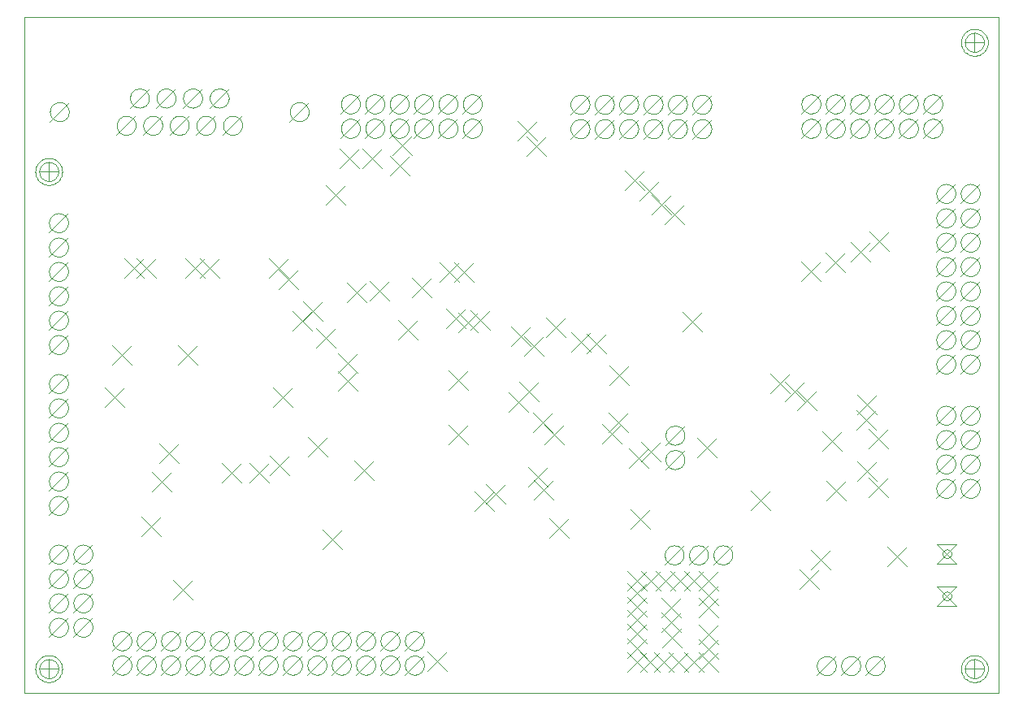
<source format=gko>
G75*
%MOIN*%
%OFA0B0*%
%FSLAX24Y24*%
%IPPOS*%
%LPD*%
%AMOC8*
5,1,8,0,0,1.08239X$1,22.5*
%
%ADD10C,0.0000*%
%ADD11C,0.0010*%
D10*
X000180Y000474D02*
X000180Y028220D01*
X040150Y028220D01*
X040150Y000474D01*
X000180Y000474D01*
X000629Y001474D02*
X000631Y001521D01*
X000637Y001567D01*
X000647Y001613D01*
X000660Y001658D01*
X000678Y001701D01*
X000699Y001743D01*
X000723Y001783D01*
X000751Y001820D01*
X000782Y001855D01*
X000816Y001888D01*
X000852Y001917D01*
X000891Y001943D01*
X000932Y001966D01*
X000975Y001985D01*
X001019Y002001D01*
X001064Y002013D01*
X001110Y002021D01*
X001157Y002025D01*
X001203Y002025D01*
X001250Y002021D01*
X001296Y002013D01*
X001341Y002001D01*
X001385Y001985D01*
X001428Y001966D01*
X001469Y001943D01*
X001508Y001917D01*
X001544Y001888D01*
X001578Y001855D01*
X001609Y001820D01*
X001637Y001783D01*
X001661Y001743D01*
X001682Y001701D01*
X001700Y001658D01*
X001713Y001613D01*
X001723Y001567D01*
X001729Y001521D01*
X001731Y001474D01*
X001729Y001427D01*
X001723Y001381D01*
X001713Y001335D01*
X001700Y001290D01*
X001682Y001247D01*
X001661Y001205D01*
X001637Y001165D01*
X001609Y001128D01*
X001578Y001093D01*
X001544Y001060D01*
X001508Y001031D01*
X001469Y001005D01*
X001428Y000982D01*
X001385Y000963D01*
X001341Y000947D01*
X001296Y000935D01*
X001250Y000927D01*
X001203Y000923D01*
X001157Y000923D01*
X001110Y000927D01*
X001064Y000935D01*
X001019Y000947D01*
X000975Y000963D01*
X000932Y000982D01*
X000891Y001005D01*
X000852Y001031D01*
X000816Y001060D01*
X000782Y001093D01*
X000751Y001128D01*
X000723Y001165D01*
X000699Y001205D01*
X000678Y001247D01*
X000660Y001290D01*
X000647Y001335D01*
X000637Y001381D01*
X000631Y001427D01*
X000629Y001474D01*
X000629Y021874D02*
X000631Y021921D01*
X000637Y021967D01*
X000647Y022013D01*
X000660Y022058D01*
X000678Y022101D01*
X000699Y022143D01*
X000723Y022183D01*
X000751Y022220D01*
X000782Y022255D01*
X000816Y022288D01*
X000852Y022317D01*
X000891Y022343D01*
X000932Y022366D01*
X000975Y022385D01*
X001019Y022401D01*
X001064Y022413D01*
X001110Y022421D01*
X001157Y022425D01*
X001203Y022425D01*
X001250Y022421D01*
X001296Y022413D01*
X001341Y022401D01*
X001385Y022385D01*
X001428Y022366D01*
X001469Y022343D01*
X001508Y022317D01*
X001544Y022288D01*
X001578Y022255D01*
X001609Y022220D01*
X001637Y022183D01*
X001661Y022143D01*
X001682Y022101D01*
X001700Y022058D01*
X001713Y022013D01*
X001723Y021967D01*
X001729Y021921D01*
X001731Y021874D01*
X001729Y021827D01*
X001723Y021781D01*
X001713Y021735D01*
X001700Y021690D01*
X001682Y021647D01*
X001661Y021605D01*
X001637Y021565D01*
X001609Y021528D01*
X001578Y021493D01*
X001544Y021460D01*
X001508Y021431D01*
X001469Y021405D01*
X001428Y021382D01*
X001385Y021363D01*
X001341Y021347D01*
X001296Y021335D01*
X001250Y021327D01*
X001203Y021323D01*
X001157Y021323D01*
X001110Y021327D01*
X001064Y021335D01*
X001019Y021347D01*
X000975Y021363D01*
X000932Y021382D01*
X000891Y021405D01*
X000852Y021431D01*
X000816Y021460D01*
X000782Y021493D01*
X000751Y021528D01*
X000723Y021565D01*
X000699Y021605D01*
X000678Y021647D01*
X000660Y021690D01*
X000647Y021735D01*
X000637Y021781D01*
X000631Y021827D01*
X000629Y021874D01*
X037853Y006190D02*
X037855Y006216D01*
X037861Y006242D01*
X037871Y006267D01*
X037884Y006290D01*
X037900Y006310D01*
X037920Y006328D01*
X037942Y006343D01*
X037965Y006355D01*
X037991Y006363D01*
X038017Y006367D01*
X038043Y006367D01*
X038069Y006363D01*
X038095Y006355D01*
X038119Y006343D01*
X038140Y006328D01*
X038160Y006310D01*
X038176Y006290D01*
X038189Y006267D01*
X038199Y006242D01*
X038205Y006216D01*
X038207Y006190D01*
X038205Y006164D01*
X038199Y006138D01*
X038189Y006113D01*
X038176Y006090D01*
X038160Y006070D01*
X038140Y006052D01*
X038118Y006037D01*
X038095Y006025D01*
X038069Y006017D01*
X038043Y006013D01*
X038017Y006013D01*
X037991Y006017D01*
X037965Y006025D01*
X037941Y006037D01*
X037920Y006052D01*
X037900Y006070D01*
X037884Y006090D01*
X037871Y006113D01*
X037861Y006138D01*
X037855Y006164D01*
X037853Y006190D01*
X037853Y004457D02*
X037855Y004483D01*
X037861Y004509D01*
X037871Y004534D01*
X037884Y004557D01*
X037900Y004577D01*
X037920Y004595D01*
X037942Y004610D01*
X037965Y004622D01*
X037991Y004630D01*
X038017Y004634D01*
X038043Y004634D01*
X038069Y004630D01*
X038095Y004622D01*
X038119Y004610D01*
X038140Y004595D01*
X038160Y004577D01*
X038176Y004557D01*
X038189Y004534D01*
X038199Y004509D01*
X038205Y004483D01*
X038207Y004457D01*
X038205Y004431D01*
X038199Y004405D01*
X038189Y004380D01*
X038176Y004357D01*
X038160Y004337D01*
X038140Y004319D01*
X038118Y004304D01*
X038095Y004292D01*
X038069Y004284D01*
X038043Y004280D01*
X038017Y004280D01*
X037991Y004284D01*
X037965Y004292D01*
X037941Y004304D01*
X037920Y004319D01*
X037900Y004337D01*
X037884Y004357D01*
X037871Y004380D01*
X037861Y004405D01*
X037855Y004431D01*
X037853Y004457D01*
X038604Y001474D02*
X038606Y001521D01*
X038612Y001567D01*
X038622Y001613D01*
X038635Y001658D01*
X038653Y001701D01*
X038674Y001743D01*
X038698Y001783D01*
X038726Y001820D01*
X038757Y001855D01*
X038791Y001888D01*
X038827Y001917D01*
X038866Y001943D01*
X038907Y001966D01*
X038950Y001985D01*
X038994Y002001D01*
X039039Y002013D01*
X039085Y002021D01*
X039132Y002025D01*
X039178Y002025D01*
X039225Y002021D01*
X039271Y002013D01*
X039316Y002001D01*
X039360Y001985D01*
X039403Y001966D01*
X039444Y001943D01*
X039483Y001917D01*
X039519Y001888D01*
X039553Y001855D01*
X039584Y001820D01*
X039612Y001783D01*
X039636Y001743D01*
X039657Y001701D01*
X039675Y001658D01*
X039688Y001613D01*
X039698Y001567D01*
X039704Y001521D01*
X039706Y001474D01*
X039704Y001427D01*
X039698Y001381D01*
X039688Y001335D01*
X039675Y001290D01*
X039657Y001247D01*
X039636Y001205D01*
X039612Y001165D01*
X039584Y001128D01*
X039553Y001093D01*
X039519Y001060D01*
X039483Y001031D01*
X039444Y001005D01*
X039403Y000982D01*
X039360Y000963D01*
X039316Y000947D01*
X039271Y000935D01*
X039225Y000927D01*
X039178Y000923D01*
X039132Y000923D01*
X039085Y000927D01*
X039039Y000935D01*
X038994Y000947D01*
X038950Y000963D01*
X038907Y000982D01*
X038866Y001005D01*
X038827Y001031D01*
X038791Y001060D01*
X038757Y001093D01*
X038726Y001128D01*
X038698Y001165D01*
X038674Y001205D01*
X038653Y001247D01*
X038635Y001290D01*
X038622Y001335D01*
X038612Y001381D01*
X038606Y001427D01*
X038604Y001474D01*
X038604Y027174D02*
X038606Y027221D01*
X038612Y027267D01*
X038622Y027313D01*
X038635Y027358D01*
X038653Y027401D01*
X038674Y027443D01*
X038698Y027483D01*
X038726Y027520D01*
X038757Y027555D01*
X038791Y027588D01*
X038827Y027617D01*
X038866Y027643D01*
X038907Y027666D01*
X038950Y027685D01*
X038994Y027701D01*
X039039Y027713D01*
X039085Y027721D01*
X039132Y027725D01*
X039178Y027725D01*
X039225Y027721D01*
X039271Y027713D01*
X039316Y027701D01*
X039360Y027685D01*
X039403Y027666D01*
X039444Y027643D01*
X039483Y027617D01*
X039519Y027588D01*
X039553Y027555D01*
X039584Y027520D01*
X039612Y027483D01*
X039636Y027443D01*
X039657Y027401D01*
X039675Y027358D01*
X039688Y027313D01*
X039698Y027267D01*
X039704Y027221D01*
X039706Y027174D01*
X039704Y027127D01*
X039698Y027081D01*
X039688Y027035D01*
X039675Y026990D01*
X039657Y026947D01*
X039636Y026905D01*
X039612Y026865D01*
X039584Y026828D01*
X039553Y026793D01*
X039519Y026760D01*
X039483Y026731D01*
X039444Y026705D01*
X039403Y026682D01*
X039360Y026663D01*
X039316Y026647D01*
X039271Y026635D01*
X039225Y026627D01*
X039178Y026623D01*
X039132Y026623D01*
X039085Y026627D01*
X039039Y026635D01*
X038994Y026647D01*
X038950Y026663D01*
X038907Y026682D01*
X038866Y026705D01*
X038827Y026731D01*
X038791Y026760D01*
X038757Y026793D01*
X038726Y026828D01*
X038698Y026865D01*
X038674Y026905D01*
X038653Y026947D01*
X038635Y026990D01*
X038622Y027035D01*
X038612Y027081D01*
X038606Y027127D01*
X038604Y027174D01*
D11*
X038755Y027174D02*
X039555Y027174D01*
X039155Y026774D02*
X039155Y027574D01*
X038765Y027174D02*
X038767Y027213D01*
X038773Y027251D01*
X038782Y027289D01*
X038796Y027325D01*
X038812Y027361D01*
X038833Y027394D01*
X038856Y027425D01*
X038883Y027453D01*
X038912Y027479D01*
X038943Y027502D01*
X038977Y027521D01*
X039013Y027537D01*
X039049Y027549D01*
X039087Y027558D01*
X039126Y027563D01*
X039165Y027564D01*
X039203Y027561D01*
X039242Y027554D01*
X039279Y027544D01*
X039315Y027529D01*
X039350Y027512D01*
X039383Y027491D01*
X039413Y027466D01*
X039441Y027439D01*
X039466Y027409D01*
X039488Y027377D01*
X039506Y027343D01*
X039521Y027307D01*
X039533Y027270D01*
X039541Y027232D01*
X039545Y027193D01*
X039545Y027155D01*
X039541Y027116D01*
X039533Y027078D01*
X039521Y027041D01*
X039506Y027005D01*
X039488Y026971D01*
X039466Y026939D01*
X039441Y026909D01*
X039413Y026882D01*
X039383Y026857D01*
X039350Y026836D01*
X039315Y026819D01*
X039279Y026804D01*
X039242Y026794D01*
X039203Y026787D01*
X039165Y026784D01*
X039126Y026785D01*
X039087Y026790D01*
X039049Y026799D01*
X039013Y026811D01*
X038977Y026827D01*
X038943Y026846D01*
X038912Y026869D01*
X038883Y026895D01*
X038856Y026923D01*
X038833Y026954D01*
X038812Y026987D01*
X038796Y027023D01*
X038782Y027059D01*
X038773Y027097D01*
X038767Y027135D01*
X038765Y027174D01*
X037058Y024645D02*
X037060Y024684D01*
X037066Y024722D01*
X037075Y024760D01*
X037089Y024796D01*
X037105Y024832D01*
X037126Y024865D01*
X037149Y024896D01*
X037176Y024924D01*
X037205Y024950D01*
X037236Y024973D01*
X037270Y024992D01*
X037306Y025008D01*
X037342Y025020D01*
X037380Y025029D01*
X037419Y025034D01*
X037458Y025035D01*
X037496Y025032D01*
X037535Y025025D01*
X037572Y025015D01*
X037608Y025000D01*
X037643Y024983D01*
X037676Y024962D01*
X037706Y024937D01*
X037734Y024910D01*
X037759Y024880D01*
X037781Y024848D01*
X037799Y024814D01*
X037814Y024778D01*
X037826Y024741D01*
X037834Y024703D01*
X037838Y024664D01*
X037838Y024626D01*
X037834Y024587D01*
X037826Y024549D01*
X037814Y024512D01*
X037799Y024476D01*
X037781Y024442D01*
X037759Y024410D01*
X037734Y024380D01*
X037706Y024353D01*
X037676Y024328D01*
X037643Y024307D01*
X037608Y024290D01*
X037572Y024275D01*
X037535Y024265D01*
X037496Y024258D01*
X037458Y024255D01*
X037419Y024256D01*
X037380Y024261D01*
X037342Y024270D01*
X037306Y024282D01*
X037270Y024298D01*
X037236Y024317D01*
X037205Y024340D01*
X037176Y024366D01*
X037149Y024394D01*
X037126Y024425D01*
X037105Y024458D01*
X037089Y024494D01*
X037075Y024530D01*
X037066Y024568D01*
X037060Y024606D01*
X037058Y024645D01*
X037048Y024245D02*
X037848Y025045D01*
X036058Y024645D02*
X036060Y024684D01*
X036066Y024722D01*
X036075Y024760D01*
X036089Y024796D01*
X036105Y024832D01*
X036126Y024865D01*
X036149Y024896D01*
X036176Y024924D01*
X036205Y024950D01*
X036236Y024973D01*
X036270Y024992D01*
X036306Y025008D01*
X036342Y025020D01*
X036380Y025029D01*
X036419Y025034D01*
X036458Y025035D01*
X036496Y025032D01*
X036535Y025025D01*
X036572Y025015D01*
X036608Y025000D01*
X036643Y024983D01*
X036676Y024962D01*
X036706Y024937D01*
X036734Y024910D01*
X036759Y024880D01*
X036781Y024848D01*
X036799Y024814D01*
X036814Y024778D01*
X036826Y024741D01*
X036834Y024703D01*
X036838Y024664D01*
X036838Y024626D01*
X036834Y024587D01*
X036826Y024549D01*
X036814Y024512D01*
X036799Y024476D01*
X036781Y024442D01*
X036759Y024410D01*
X036734Y024380D01*
X036706Y024353D01*
X036676Y024328D01*
X036643Y024307D01*
X036608Y024290D01*
X036572Y024275D01*
X036535Y024265D01*
X036496Y024258D01*
X036458Y024255D01*
X036419Y024256D01*
X036380Y024261D01*
X036342Y024270D01*
X036306Y024282D01*
X036270Y024298D01*
X036236Y024317D01*
X036205Y024340D01*
X036176Y024366D01*
X036149Y024394D01*
X036126Y024425D01*
X036105Y024458D01*
X036089Y024494D01*
X036075Y024530D01*
X036066Y024568D01*
X036060Y024606D01*
X036058Y024645D01*
X036048Y024245D02*
X036848Y025045D01*
X035058Y024645D02*
X035060Y024684D01*
X035066Y024722D01*
X035075Y024760D01*
X035089Y024796D01*
X035105Y024832D01*
X035126Y024865D01*
X035149Y024896D01*
X035176Y024924D01*
X035205Y024950D01*
X035236Y024973D01*
X035270Y024992D01*
X035306Y025008D01*
X035342Y025020D01*
X035380Y025029D01*
X035419Y025034D01*
X035458Y025035D01*
X035496Y025032D01*
X035535Y025025D01*
X035572Y025015D01*
X035608Y025000D01*
X035643Y024983D01*
X035676Y024962D01*
X035706Y024937D01*
X035734Y024910D01*
X035759Y024880D01*
X035781Y024848D01*
X035799Y024814D01*
X035814Y024778D01*
X035826Y024741D01*
X035834Y024703D01*
X035838Y024664D01*
X035838Y024626D01*
X035834Y024587D01*
X035826Y024549D01*
X035814Y024512D01*
X035799Y024476D01*
X035781Y024442D01*
X035759Y024410D01*
X035734Y024380D01*
X035706Y024353D01*
X035676Y024328D01*
X035643Y024307D01*
X035608Y024290D01*
X035572Y024275D01*
X035535Y024265D01*
X035496Y024258D01*
X035458Y024255D01*
X035419Y024256D01*
X035380Y024261D01*
X035342Y024270D01*
X035306Y024282D01*
X035270Y024298D01*
X035236Y024317D01*
X035205Y024340D01*
X035176Y024366D01*
X035149Y024394D01*
X035126Y024425D01*
X035105Y024458D01*
X035089Y024494D01*
X035075Y024530D01*
X035066Y024568D01*
X035060Y024606D01*
X035058Y024645D01*
X035048Y024245D02*
X035848Y025045D01*
X034058Y024645D02*
X034060Y024684D01*
X034066Y024722D01*
X034075Y024760D01*
X034089Y024796D01*
X034105Y024832D01*
X034126Y024865D01*
X034149Y024896D01*
X034176Y024924D01*
X034205Y024950D01*
X034236Y024973D01*
X034270Y024992D01*
X034306Y025008D01*
X034342Y025020D01*
X034380Y025029D01*
X034419Y025034D01*
X034458Y025035D01*
X034496Y025032D01*
X034535Y025025D01*
X034572Y025015D01*
X034608Y025000D01*
X034643Y024983D01*
X034676Y024962D01*
X034706Y024937D01*
X034734Y024910D01*
X034759Y024880D01*
X034781Y024848D01*
X034799Y024814D01*
X034814Y024778D01*
X034826Y024741D01*
X034834Y024703D01*
X034838Y024664D01*
X034838Y024626D01*
X034834Y024587D01*
X034826Y024549D01*
X034814Y024512D01*
X034799Y024476D01*
X034781Y024442D01*
X034759Y024410D01*
X034734Y024380D01*
X034706Y024353D01*
X034676Y024328D01*
X034643Y024307D01*
X034608Y024290D01*
X034572Y024275D01*
X034535Y024265D01*
X034496Y024258D01*
X034458Y024255D01*
X034419Y024256D01*
X034380Y024261D01*
X034342Y024270D01*
X034306Y024282D01*
X034270Y024298D01*
X034236Y024317D01*
X034205Y024340D01*
X034176Y024366D01*
X034149Y024394D01*
X034126Y024425D01*
X034105Y024458D01*
X034089Y024494D01*
X034075Y024530D01*
X034066Y024568D01*
X034060Y024606D01*
X034058Y024645D01*
X034048Y024245D02*
X034848Y025045D01*
X033058Y024645D02*
X033060Y024684D01*
X033066Y024722D01*
X033075Y024760D01*
X033089Y024796D01*
X033105Y024832D01*
X033126Y024865D01*
X033149Y024896D01*
X033176Y024924D01*
X033205Y024950D01*
X033236Y024973D01*
X033270Y024992D01*
X033306Y025008D01*
X033342Y025020D01*
X033380Y025029D01*
X033419Y025034D01*
X033458Y025035D01*
X033496Y025032D01*
X033535Y025025D01*
X033572Y025015D01*
X033608Y025000D01*
X033643Y024983D01*
X033676Y024962D01*
X033706Y024937D01*
X033734Y024910D01*
X033759Y024880D01*
X033781Y024848D01*
X033799Y024814D01*
X033814Y024778D01*
X033826Y024741D01*
X033834Y024703D01*
X033838Y024664D01*
X033838Y024626D01*
X033834Y024587D01*
X033826Y024549D01*
X033814Y024512D01*
X033799Y024476D01*
X033781Y024442D01*
X033759Y024410D01*
X033734Y024380D01*
X033706Y024353D01*
X033676Y024328D01*
X033643Y024307D01*
X033608Y024290D01*
X033572Y024275D01*
X033535Y024265D01*
X033496Y024258D01*
X033458Y024255D01*
X033419Y024256D01*
X033380Y024261D01*
X033342Y024270D01*
X033306Y024282D01*
X033270Y024298D01*
X033236Y024317D01*
X033205Y024340D01*
X033176Y024366D01*
X033149Y024394D01*
X033126Y024425D01*
X033105Y024458D01*
X033089Y024494D01*
X033075Y024530D01*
X033066Y024568D01*
X033060Y024606D01*
X033058Y024645D01*
X033048Y024245D02*
X033848Y025045D01*
X032058Y024645D02*
X032060Y024684D01*
X032066Y024722D01*
X032075Y024760D01*
X032089Y024796D01*
X032105Y024832D01*
X032126Y024865D01*
X032149Y024896D01*
X032176Y024924D01*
X032205Y024950D01*
X032236Y024973D01*
X032270Y024992D01*
X032306Y025008D01*
X032342Y025020D01*
X032380Y025029D01*
X032419Y025034D01*
X032458Y025035D01*
X032496Y025032D01*
X032535Y025025D01*
X032572Y025015D01*
X032608Y025000D01*
X032643Y024983D01*
X032676Y024962D01*
X032706Y024937D01*
X032734Y024910D01*
X032759Y024880D01*
X032781Y024848D01*
X032799Y024814D01*
X032814Y024778D01*
X032826Y024741D01*
X032834Y024703D01*
X032838Y024664D01*
X032838Y024626D01*
X032834Y024587D01*
X032826Y024549D01*
X032814Y024512D01*
X032799Y024476D01*
X032781Y024442D01*
X032759Y024410D01*
X032734Y024380D01*
X032706Y024353D01*
X032676Y024328D01*
X032643Y024307D01*
X032608Y024290D01*
X032572Y024275D01*
X032535Y024265D01*
X032496Y024258D01*
X032458Y024255D01*
X032419Y024256D01*
X032380Y024261D01*
X032342Y024270D01*
X032306Y024282D01*
X032270Y024298D01*
X032236Y024317D01*
X032205Y024340D01*
X032176Y024366D01*
X032149Y024394D01*
X032126Y024425D01*
X032105Y024458D01*
X032089Y024494D01*
X032075Y024530D01*
X032066Y024568D01*
X032060Y024606D01*
X032058Y024645D01*
X032048Y024245D02*
X032848Y025045D01*
X032058Y023645D02*
X032060Y023684D01*
X032066Y023722D01*
X032075Y023760D01*
X032089Y023796D01*
X032105Y023832D01*
X032126Y023865D01*
X032149Y023896D01*
X032176Y023924D01*
X032205Y023950D01*
X032236Y023973D01*
X032270Y023992D01*
X032306Y024008D01*
X032342Y024020D01*
X032380Y024029D01*
X032419Y024034D01*
X032458Y024035D01*
X032496Y024032D01*
X032535Y024025D01*
X032572Y024015D01*
X032608Y024000D01*
X032643Y023983D01*
X032676Y023962D01*
X032706Y023937D01*
X032734Y023910D01*
X032759Y023880D01*
X032781Y023848D01*
X032799Y023814D01*
X032814Y023778D01*
X032826Y023741D01*
X032834Y023703D01*
X032838Y023664D01*
X032838Y023626D01*
X032834Y023587D01*
X032826Y023549D01*
X032814Y023512D01*
X032799Y023476D01*
X032781Y023442D01*
X032759Y023410D01*
X032734Y023380D01*
X032706Y023353D01*
X032676Y023328D01*
X032643Y023307D01*
X032608Y023290D01*
X032572Y023275D01*
X032535Y023265D01*
X032496Y023258D01*
X032458Y023255D01*
X032419Y023256D01*
X032380Y023261D01*
X032342Y023270D01*
X032306Y023282D01*
X032270Y023298D01*
X032236Y023317D01*
X032205Y023340D01*
X032176Y023366D01*
X032149Y023394D01*
X032126Y023425D01*
X032105Y023458D01*
X032089Y023494D01*
X032075Y023530D01*
X032066Y023568D01*
X032060Y023606D01*
X032058Y023645D01*
X032048Y023245D02*
X032848Y024045D01*
X033058Y023645D02*
X033060Y023684D01*
X033066Y023722D01*
X033075Y023760D01*
X033089Y023796D01*
X033105Y023832D01*
X033126Y023865D01*
X033149Y023896D01*
X033176Y023924D01*
X033205Y023950D01*
X033236Y023973D01*
X033270Y023992D01*
X033306Y024008D01*
X033342Y024020D01*
X033380Y024029D01*
X033419Y024034D01*
X033458Y024035D01*
X033496Y024032D01*
X033535Y024025D01*
X033572Y024015D01*
X033608Y024000D01*
X033643Y023983D01*
X033676Y023962D01*
X033706Y023937D01*
X033734Y023910D01*
X033759Y023880D01*
X033781Y023848D01*
X033799Y023814D01*
X033814Y023778D01*
X033826Y023741D01*
X033834Y023703D01*
X033838Y023664D01*
X033838Y023626D01*
X033834Y023587D01*
X033826Y023549D01*
X033814Y023512D01*
X033799Y023476D01*
X033781Y023442D01*
X033759Y023410D01*
X033734Y023380D01*
X033706Y023353D01*
X033676Y023328D01*
X033643Y023307D01*
X033608Y023290D01*
X033572Y023275D01*
X033535Y023265D01*
X033496Y023258D01*
X033458Y023255D01*
X033419Y023256D01*
X033380Y023261D01*
X033342Y023270D01*
X033306Y023282D01*
X033270Y023298D01*
X033236Y023317D01*
X033205Y023340D01*
X033176Y023366D01*
X033149Y023394D01*
X033126Y023425D01*
X033105Y023458D01*
X033089Y023494D01*
X033075Y023530D01*
X033066Y023568D01*
X033060Y023606D01*
X033058Y023645D01*
X033048Y023245D02*
X033848Y024045D01*
X034058Y023645D02*
X034060Y023684D01*
X034066Y023722D01*
X034075Y023760D01*
X034089Y023796D01*
X034105Y023832D01*
X034126Y023865D01*
X034149Y023896D01*
X034176Y023924D01*
X034205Y023950D01*
X034236Y023973D01*
X034270Y023992D01*
X034306Y024008D01*
X034342Y024020D01*
X034380Y024029D01*
X034419Y024034D01*
X034458Y024035D01*
X034496Y024032D01*
X034535Y024025D01*
X034572Y024015D01*
X034608Y024000D01*
X034643Y023983D01*
X034676Y023962D01*
X034706Y023937D01*
X034734Y023910D01*
X034759Y023880D01*
X034781Y023848D01*
X034799Y023814D01*
X034814Y023778D01*
X034826Y023741D01*
X034834Y023703D01*
X034838Y023664D01*
X034838Y023626D01*
X034834Y023587D01*
X034826Y023549D01*
X034814Y023512D01*
X034799Y023476D01*
X034781Y023442D01*
X034759Y023410D01*
X034734Y023380D01*
X034706Y023353D01*
X034676Y023328D01*
X034643Y023307D01*
X034608Y023290D01*
X034572Y023275D01*
X034535Y023265D01*
X034496Y023258D01*
X034458Y023255D01*
X034419Y023256D01*
X034380Y023261D01*
X034342Y023270D01*
X034306Y023282D01*
X034270Y023298D01*
X034236Y023317D01*
X034205Y023340D01*
X034176Y023366D01*
X034149Y023394D01*
X034126Y023425D01*
X034105Y023458D01*
X034089Y023494D01*
X034075Y023530D01*
X034066Y023568D01*
X034060Y023606D01*
X034058Y023645D01*
X034048Y023245D02*
X034848Y024045D01*
X035058Y023645D02*
X035060Y023684D01*
X035066Y023722D01*
X035075Y023760D01*
X035089Y023796D01*
X035105Y023832D01*
X035126Y023865D01*
X035149Y023896D01*
X035176Y023924D01*
X035205Y023950D01*
X035236Y023973D01*
X035270Y023992D01*
X035306Y024008D01*
X035342Y024020D01*
X035380Y024029D01*
X035419Y024034D01*
X035458Y024035D01*
X035496Y024032D01*
X035535Y024025D01*
X035572Y024015D01*
X035608Y024000D01*
X035643Y023983D01*
X035676Y023962D01*
X035706Y023937D01*
X035734Y023910D01*
X035759Y023880D01*
X035781Y023848D01*
X035799Y023814D01*
X035814Y023778D01*
X035826Y023741D01*
X035834Y023703D01*
X035838Y023664D01*
X035838Y023626D01*
X035834Y023587D01*
X035826Y023549D01*
X035814Y023512D01*
X035799Y023476D01*
X035781Y023442D01*
X035759Y023410D01*
X035734Y023380D01*
X035706Y023353D01*
X035676Y023328D01*
X035643Y023307D01*
X035608Y023290D01*
X035572Y023275D01*
X035535Y023265D01*
X035496Y023258D01*
X035458Y023255D01*
X035419Y023256D01*
X035380Y023261D01*
X035342Y023270D01*
X035306Y023282D01*
X035270Y023298D01*
X035236Y023317D01*
X035205Y023340D01*
X035176Y023366D01*
X035149Y023394D01*
X035126Y023425D01*
X035105Y023458D01*
X035089Y023494D01*
X035075Y023530D01*
X035066Y023568D01*
X035060Y023606D01*
X035058Y023645D01*
X035048Y023245D02*
X035848Y024045D01*
X036058Y023645D02*
X036060Y023684D01*
X036066Y023722D01*
X036075Y023760D01*
X036089Y023796D01*
X036105Y023832D01*
X036126Y023865D01*
X036149Y023896D01*
X036176Y023924D01*
X036205Y023950D01*
X036236Y023973D01*
X036270Y023992D01*
X036306Y024008D01*
X036342Y024020D01*
X036380Y024029D01*
X036419Y024034D01*
X036458Y024035D01*
X036496Y024032D01*
X036535Y024025D01*
X036572Y024015D01*
X036608Y024000D01*
X036643Y023983D01*
X036676Y023962D01*
X036706Y023937D01*
X036734Y023910D01*
X036759Y023880D01*
X036781Y023848D01*
X036799Y023814D01*
X036814Y023778D01*
X036826Y023741D01*
X036834Y023703D01*
X036838Y023664D01*
X036838Y023626D01*
X036834Y023587D01*
X036826Y023549D01*
X036814Y023512D01*
X036799Y023476D01*
X036781Y023442D01*
X036759Y023410D01*
X036734Y023380D01*
X036706Y023353D01*
X036676Y023328D01*
X036643Y023307D01*
X036608Y023290D01*
X036572Y023275D01*
X036535Y023265D01*
X036496Y023258D01*
X036458Y023255D01*
X036419Y023256D01*
X036380Y023261D01*
X036342Y023270D01*
X036306Y023282D01*
X036270Y023298D01*
X036236Y023317D01*
X036205Y023340D01*
X036176Y023366D01*
X036149Y023394D01*
X036126Y023425D01*
X036105Y023458D01*
X036089Y023494D01*
X036075Y023530D01*
X036066Y023568D01*
X036060Y023606D01*
X036058Y023645D01*
X036048Y023245D02*
X036848Y024045D01*
X037058Y023645D02*
X037060Y023684D01*
X037066Y023722D01*
X037075Y023760D01*
X037089Y023796D01*
X037105Y023832D01*
X037126Y023865D01*
X037149Y023896D01*
X037176Y023924D01*
X037205Y023950D01*
X037236Y023973D01*
X037270Y023992D01*
X037306Y024008D01*
X037342Y024020D01*
X037380Y024029D01*
X037419Y024034D01*
X037458Y024035D01*
X037496Y024032D01*
X037535Y024025D01*
X037572Y024015D01*
X037608Y024000D01*
X037643Y023983D01*
X037676Y023962D01*
X037706Y023937D01*
X037734Y023910D01*
X037759Y023880D01*
X037781Y023848D01*
X037799Y023814D01*
X037814Y023778D01*
X037826Y023741D01*
X037834Y023703D01*
X037838Y023664D01*
X037838Y023626D01*
X037834Y023587D01*
X037826Y023549D01*
X037814Y023512D01*
X037799Y023476D01*
X037781Y023442D01*
X037759Y023410D01*
X037734Y023380D01*
X037706Y023353D01*
X037676Y023328D01*
X037643Y023307D01*
X037608Y023290D01*
X037572Y023275D01*
X037535Y023265D01*
X037496Y023258D01*
X037458Y023255D01*
X037419Y023256D01*
X037380Y023261D01*
X037342Y023270D01*
X037306Y023282D01*
X037270Y023298D01*
X037236Y023317D01*
X037205Y023340D01*
X037176Y023366D01*
X037149Y023394D01*
X037126Y023425D01*
X037105Y023458D01*
X037089Y023494D01*
X037075Y023530D01*
X037066Y023568D01*
X037060Y023606D01*
X037058Y023645D01*
X037048Y023245D02*
X037848Y024045D01*
X037590Y020974D02*
X037592Y021013D01*
X037598Y021051D01*
X037607Y021089D01*
X037621Y021125D01*
X037637Y021161D01*
X037658Y021194D01*
X037681Y021225D01*
X037708Y021253D01*
X037737Y021279D01*
X037768Y021302D01*
X037802Y021321D01*
X037838Y021337D01*
X037874Y021349D01*
X037912Y021358D01*
X037951Y021363D01*
X037990Y021364D01*
X038028Y021361D01*
X038067Y021354D01*
X038104Y021344D01*
X038140Y021329D01*
X038175Y021312D01*
X038208Y021291D01*
X038238Y021266D01*
X038266Y021239D01*
X038291Y021209D01*
X038313Y021177D01*
X038331Y021143D01*
X038346Y021107D01*
X038358Y021070D01*
X038366Y021032D01*
X038370Y020993D01*
X038370Y020955D01*
X038366Y020916D01*
X038358Y020878D01*
X038346Y020841D01*
X038331Y020805D01*
X038313Y020771D01*
X038291Y020739D01*
X038266Y020709D01*
X038238Y020682D01*
X038208Y020657D01*
X038175Y020636D01*
X038140Y020619D01*
X038104Y020604D01*
X038067Y020594D01*
X038028Y020587D01*
X037990Y020584D01*
X037951Y020585D01*
X037912Y020590D01*
X037874Y020599D01*
X037838Y020611D01*
X037802Y020627D01*
X037768Y020646D01*
X037737Y020669D01*
X037708Y020695D01*
X037681Y020723D01*
X037658Y020754D01*
X037637Y020787D01*
X037621Y020823D01*
X037607Y020859D01*
X037598Y020897D01*
X037592Y020935D01*
X037590Y020974D01*
X037580Y020574D02*
X038380Y021374D01*
X038590Y020974D02*
X038592Y021013D01*
X038598Y021051D01*
X038607Y021089D01*
X038621Y021125D01*
X038637Y021161D01*
X038658Y021194D01*
X038681Y021225D01*
X038708Y021253D01*
X038737Y021279D01*
X038768Y021302D01*
X038802Y021321D01*
X038838Y021337D01*
X038874Y021349D01*
X038912Y021358D01*
X038951Y021363D01*
X038990Y021364D01*
X039028Y021361D01*
X039067Y021354D01*
X039104Y021344D01*
X039140Y021329D01*
X039175Y021312D01*
X039208Y021291D01*
X039238Y021266D01*
X039266Y021239D01*
X039291Y021209D01*
X039313Y021177D01*
X039331Y021143D01*
X039346Y021107D01*
X039358Y021070D01*
X039366Y021032D01*
X039370Y020993D01*
X039370Y020955D01*
X039366Y020916D01*
X039358Y020878D01*
X039346Y020841D01*
X039331Y020805D01*
X039313Y020771D01*
X039291Y020739D01*
X039266Y020709D01*
X039238Y020682D01*
X039208Y020657D01*
X039175Y020636D01*
X039140Y020619D01*
X039104Y020604D01*
X039067Y020594D01*
X039028Y020587D01*
X038990Y020584D01*
X038951Y020585D01*
X038912Y020590D01*
X038874Y020599D01*
X038838Y020611D01*
X038802Y020627D01*
X038768Y020646D01*
X038737Y020669D01*
X038708Y020695D01*
X038681Y020723D01*
X038658Y020754D01*
X038637Y020787D01*
X038621Y020823D01*
X038607Y020859D01*
X038598Y020897D01*
X038592Y020935D01*
X038590Y020974D01*
X038580Y020574D02*
X039380Y021374D01*
X038590Y019974D02*
X038592Y020013D01*
X038598Y020051D01*
X038607Y020089D01*
X038621Y020125D01*
X038637Y020161D01*
X038658Y020194D01*
X038681Y020225D01*
X038708Y020253D01*
X038737Y020279D01*
X038768Y020302D01*
X038802Y020321D01*
X038838Y020337D01*
X038874Y020349D01*
X038912Y020358D01*
X038951Y020363D01*
X038990Y020364D01*
X039028Y020361D01*
X039067Y020354D01*
X039104Y020344D01*
X039140Y020329D01*
X039175Y020312D01*
X039208Y020291D01*
X039238Y020266D01*
X039266Y020239D01*
X039291Y020209D01*
X039313Y020177D01*
X039331Y020143D01*
X039346Y020107D01*
X039358Y020070D01*
X039366Y020032D01*
X039370Y019993D01*
X039370Y019955D01*
X039366Y019916D01*
X039358Y019878D01*
X039346Y019841D01*
X039331Y019805D01*
X039313Y019771D01*
X039291Y019739D01*
X039266Y019709D01*
X039238Y019682D01*
X039208Y019657D01*
X039175Y019636D01*
X039140Y019619D01*
X039104Y019604D01*
X039067Y019594D01*
X039028Y019587D01*
X038990Y019584D01*
X038951Y019585D01*
X038912Y019590D01*
X038874Y019599D01*
X038838Y019611D01*
X038802Y019627D01*
X038768Y019646D01*
X038737Y019669D01*
X038708Y019695D01*
X038681Y019723D01*
X038658Y019754D01*
X038637Y019787D01*
X038621Y019823D01*
X038607Y019859D01*
X038598Y019897D01*
X038592Y019935D01*
X038590Y019974D01*
X038580Y019574D02*
X039380Y020374D01*
X037590Y019974D02*
X037592Y020013D01*
X037598Y020051D01*
X037607Y020089D01*
X037621Y020125D01*
X037637Y020161D01*
X037658Y020194D01*
X037681Y020225D01*
X037708Y020253D01*
X037737Y020279D01*
X037768Y020302D01*
X037802Y020321D01*
X037838Y020337D01*
X037874Y020349D01*
X037912Y020358D01*
X037951Y020363D01*
X037990Y020364D01*
X038028Y020361D01*
X038067Y020354D01*
X038104Y020344D01*
X038140Y020329D01*
X038175Y020312D01*
X038208Y020291D01*
X038238Y020266D01*
X038266Y020239D01*
X038291Y020209D01*
X038313Y020177D01*
X038331Y020143D01*
X038346Y020107D01*
X038358Y020070D01*
X038366Y020032D01*
X038370Y019993D01*
X038370Y019955D01*
X038366Y019916D01*
X038358Y019878D01*
X038346Y019841D01*
X038331Y019805D01*
X038313Y019771D01*
X038291Y019739D01*
X038266Y019709D01*
X038238Y019682D01*
X038208Y019657D01*
X038175Y019636D01*
X038140Y019619D01*
X038104Y019604D01*
X038067Y019594D01*
X038028Y019587D01*
X037990Y019584D01*
X037951Y019585D01*
X037912Y019590D01*
X037874Y019599D01*
X037838Y019611D01*
X037802Y019627D01*
X037768Y019646D01*
X037737Y019669D01*
X037708Y019695D01*
X037681Y019723D01*
X037658Y019754D01*
X037637Y019787D01*
X037621Y019823D01*
X037607Y019859D01*
X037598Y019897D01*
X037592Y019935D01*
X037590Y019974D01*
X037580Y019574D02*
X038380Y020374D01*
X037590Y018974D02*
X037592Y019013D01*
X037598Y019051D01*
X037607Y019089D01*
X037621Y019125D01*
X037637Y019161D01*
X037658Y019194D01*
X037681Y019225D01*
X037708Y019253D01*
X037737Y019279D01*
X037768Y019302D01*
X037802Y019321D01*
X037838Y019337D01*
X037874Y019349D01*
X037912Y019358D01*
X037951Y019363D01*
X037990Y019364D01*
X038028Y019361D01*
X038067Y019354D01*
X038104Y019344D01*
X038140Y019329D01*
X038175Y019312D01*
X038208Y019291D01*
X038238Y019266D01*
X038266Y019239D01*
X038291Y019209D01*
X038313Y019177D01*
X038331Y019143D01*
X038346Y019107D01*
X038358Y019070D01*
X038366Y019032D01*
X038370Y018993D01*
X038370Y018955D01*
X038366Y018916D01*
X038358Y018878D01*
X038346Y018841D01*
X038331Y018805D01*
X038313Y018771D01*
X038291Y018739D01*
X038266Y018709D01*
X038238Y018682D01*
X038208Y018657D01*
X038175Y018636D01*
X038140Y018619D01*
X038104Y018604D01*
X038067Y018594D01*
X038028Y018587D01*
X037990Y018584D01*
X037951Y018585D01*
X037912Y018590D01*
X037874Y018599D01*
X037838Y018611D01*
X037802Y018627D01*
X037768Y018646D01*
X037737Y018669D01*
X037708Y018695D01*
X037681Y018723D01*
X037658Y018754D01*
X037637Y018787D01*
X037621Y018823D01*
X037607Y018859D01*
X037598Y018897D01*
X037592Y018935D01*
X037590Y018974D01*
X037580Y018574D02*
X038380Y019374D01*
X038590Y018974D02*
X038592Y019013D01*
X038598Y019051D01*
X038607Y019089D01*
X038621Y019125D01*
X038637Y019161D01*
X038658Y019194D01*
X038681Y019225D01*
X038708Y019253D01*
X038737Y019279D01*
X038768Y019302D01*
X038802Y019321D01*
X038838Y019337D01*
X038874Y019349D01*
X038912Y019358D01*
X038951Y019363D01*
X038990Y019364D01*
X039028Y019361D01*
X039067Y019354D01*
X039104Y019344D01*
X039140Y019329D01*
X039175Y019312D01*
X039208Y019291D01*
X039238Y019266D01*
X039266Y019239D01*
X039291Y019209D01*
X039313Y019177D01*
X039331Y019143D01*
X039346Y019107D01*
X039358Y019070D01*
X039366Y019032D01*
X039370Y018993D01*
X039370Y018955D01*
X039366Y018916D01*
X039358Y018878D01*
X039346Y018841D01*
X039331Y018805D01*
X039313Y018771D01*
X039291Y018739D01*
X039266Y018709D01*
X039238Y018682D01*
X039208Y018657D01*
X039175Y018636D01*
X039140Y018619D01*
X039104Y018604D01*
X039067Y018594D01*
X039028Y018587D01*
X038990Y018584D01*
X038951Y018585D01*
X038912Y018590D01*
X038874Y018599D01*
X038838Y018611D01*
X038802Y018627D01*
X038768Y018646D01*
X038737Y018669D01*
X038708Y018695D01*
X038681Y018723D01*
X038658Y018754D01*
X038637Y018787D01*
X038621Y018823D01*
X038607Y018859D01*
X038598Y018897D01*
X038592Y018935D01*
X038590Y018974D01*
X038580Y018574D02*
X039380Y019374D01*
X038590Y017974D02*
X038592Y018013D01*
X038598Y018051D01*
X038607Y018089D01*
X038621Y018125D01*
X038637Y018161D01*
X038658Y018194D01*
X038681Y018225D01*
X038708Y018253D01*
X038737Y018279D01*
X038768Y018302D01*
X038802Y018321D01*
X038838Y018337D01*
X038874Y018349D01*
X038912Y018358D01*
X038951Y018363D01*
X038990Y018364D01*
X039028Y018361D01*
X039067Y018354D01*
X039104Y018344D01*
X039140Y018329D01*
X039175Y018312D01*
X039208Y018291D01*
X039238Y018266D01*
X039266Y018239D01*
X039291Y018209D01*
X039313Y018177D01*
X039331Y018143D01*
X039346Y018107D01*
X039358Y018070D01*
X039366Y018032D01*
X039370Y017993D01*
X039370Y017955D01*
X039366Y017916D01*
X039358Y017878D01*
X039346Y017841D01*
X039331Y017805D01*
X039313Y017771D01*
X039291Y017739D01*
X039266Y017709D01*
X039238Y017682D01*
X039208Y017657D01*
X039175Y017636D01*
X039140Y017619D01*
X039104Y017604D01*
X039067Y017594D01*
X039028Y017587D01*
X038990Y017584D01*
X038951Y017585D01*
X038912Y017590D01*
X038874Y017599D01*
X038838Y017611D01*
X038802Y017627D01*
X038768Y017646D01*
X038737Y017669D01*
X038708Y017695D01*
X038681Y017723D01*
X038658Y017754D01*
X038637Y017787D01*
X038621Y017823D01*
X038607Y017859D01*
X038598Y017897D01*
X038592Y017935D01*
X038590Y017974D01*
X038580Y017574D02*
X039380Y018374D01*
X037590Y017974D02*
X037592Y018013D01*
X037598Y018051D01*
X037607Y018089D01*
X037621Y018125D01*
X037637Y018161D01*
X037658Y018194D01*
X037681Y018225D01*
X037708Y018253D01*
X037737Y018279D01*
X037768Y018302D01*
X037802Y018321D01*
X037838Y018337D01*
X037874Y018349D01*
X037912Y018358D01*
X037951Y018363D01*
X037990Y018364D01*
X038028Y018361D01*
X038067Y018354D01*
X038104Y018344D01*
X038140Y018329D01*
X038175Y018312D01*
X038208Y018291D01*
X038238Y018266D01*
X038266Y018239D01*
X038291Y018209D01*
X038313Y018177D01*
X038331Y018143D01*
X038346Y018107D01*
X038358Y018070D01*
X038366Y018032D01*
X038370Y017993D01*
X038370Y017955D01*
X038366Y017916D01*
X038358Y017878D01*
X038346Y017841D01*
X038331Y017805D01*
X038313Y017771D01*
X038291Y017739D01*
X038266Y017709D01*
X038238Y017682D01*
X038208Y017657D01*
X038175Y017636D01*
X038140Y017619D01*
X038104Y017604D01*
X038067Y017594D01*
X038028Y017587D01*
X037990Y017584D01*
X037951Y017585D01*
X037912Y017590D01*
X037874Y017599D01*
X037838Y017611D01*
X037802Y017627D01*
X037768Y017646D01*
X037737Y017669D01*
X037708Y017695D01*
X037681Y017723D01*
X037658Y017754D01*
X037637Y017787D01*
X037621Y017823D01*
X037607Y017859D01*
X037598Y017897D01*
X037592Y017935D01*
X037590Y017974D01*
X037580Y017574D02*
X038380Y018374D01*
X037590Y016974D02*
X037592Y017013D01*
X037598Y017051D01*
X037607Y017089D01*
X037621Y017125D01*
X037637Y017161D01*
X037658Y017194D01*
X037681Y017225D01*
X037708Y017253D01*
X037737Y017279D01*
X037768Y017302D01*
X037802Y017321D01*
X037838Y017337D01*
X037874Y017349D01*
X037912Y017358D01*
X037951Y017363D01*
X037990Y017364D01*
X038028Y017361D01*
X038067Y017354D01*
X038104Y017344D01*
X038140Y017329D01*
X038175Y017312D01*
X038208Y017291D01*
X038238Y017266D01*
X038266Y017239D01*
X038291Y017209D01*
X038313Y017177D01*
X038331Y017143D01*
X038346Y017107D01*
X038358Y017070D01*
X038366Y017032D01*
X038370Y016993D01*
X038370Y016955D01*
X038366Y016916D01*
X038358Y016878D01*
X038346Y016841D01*
X038331Y016805D01*
X038313Y016771D01*
X038291Y016739D01*
X038266Y016709D01*
X038238Y016682D01*
X038208Y016657D01*
X038175Y016636D01*
X038140Y016619D01*
X038104Y016604D01*
X038067Y016594D01*
X038028Y016587D01*
X037990Y016584D01*
X037951Y016585D01*
X037912Y016590D01*
X037874Y016599D01*
X037838Y016611D01*
X037802Y016627D01*
X037768Y016646D01*
X037737Y016669D01*
X037708Y016695D01*
X037681Y016723D01*
X037658Y016754D01*
X037637Y016787D01*
X037621Y016823D01*
X037607Y016859D01*
X037598Y016897D01*
X037592Y016935D01*
X037590Y016974D01*
X037580Y016574D02*
X038380Y017374D01*
X038590Y016974D02*
X038592Y017013D01*
X038598Y017051D01*
X038607Y017089D01*
X038621Y017125D01*
X038637Y017161D01*
X038658Y017194D01*
X038681Y017225D01*
X038708Y017253D01*
X038737Y017279D01*
X038768Y017302D01*
X038802Y017321D01*
X038838Y017337D01*
X038874Y017349D01*
X038912Y017358D01*
X038951Y017363D01*
X038990Y017364D01*
X039028Y017361D01*
X039067Y017354D01*
X039104Y017344D01*
X039140Y017329D01*
X039175Y017312D01*
X039208Y017291D01*
X039238Y017266D01*
X039266Y017239D01*
X039291Y017209D01*
X039313Y017177D01*
X039331Y017143D01*
X039346Y017107D01*
X039358Y017070D01*
X039366Y017032D01*
X039370Y016993D01*
X039370Y016955D01*
X039366Y016916D01*
X039358Y016878D01*
X039346Y016841D01*
X039331Y016805D01*
X039313Y016771D01*
X039291Y016739D01*
X039266Y016709D01*
X039238Y016682D01*
X039208Y016657D01*
X039175Y016636D01*
X039140Y016619D01*
X039104Y016604D01*
X039067Y016594D01*
X039028Y016587D01*
X038990Y016584D01*
X038951Y016585D01*
X038912Y016590D01*
X038874Y016599D01*
X038838Y016611D01*
X038802Y016627D01*
X038768Y016646D01*
X038737Y016669D01*
X038708Y016695D01*
X038681Y016723D01*
X038658Y016754D01*
X038637Y016787D01*
X038621Y016823D01*
X038607Y016859D01*
X038598Y016897D01*
X038592Y016935D01*
X038590Y016974D01*
X038580Y016574D02*
X039380Y017374D01*
X038590Y015974D02*
X038592Y016013D01*
X038598Y016051D01*
X038607Y016089D01*
X038621Y016125D01*
X038637Y016161D01*
X038658Y016194D01*
X038681Y016225D01*
X038708Y016253D01*
X038737Y016279D01*
X038768Y016302D01*
X038802Y016321D01*
X038838Y016337D01*
X038874Y016349D01*
X038912Y016358D01*
X038951Y016363D01*
X038990Y016364D01*
X039028Y016361D01*
X039067Y016354D01*
X039104Y016344D01*
X039140Y016329D01*
X039175Y016312D01*
X039208Y016291D01*
X039238Y016266D01*
X039266Y016239D01*
X039291Y016209D01*
X039313Y016177D01*
X039331Y016143D01*
X039346Y016107D01*
X039358Y016070D01*
X039366Y016032D01*
X039370Y015993D01*
X039370Y015955D01*
X039366Y015916D01*
X039358Y015878D01*
X039346Y015841D01*
X039331Y015805D01*
X039313Y015771D01*
X039291Y015739D01*
X039266Y015709D01*
X039238Y015682D01*
X039208Y015657D01*
X039175Y015636D01*
X039140Y015619D01*
X039104Y015604D01*
X039067Y015594D01*
X039028Y015587D01*
X038990Y015584D01*
X038951Y015585D01*
X038912Y015590D01*
X038874Y015599D01*
X038838Y015611D01*
X038802Y015627D01*
X038768Y015646D01*
X038737Y015669D01*
X038708Y015695D01*
X038681Y015723D01*
X038658Y015754D01*
X038637Y015787D01*
X038621Y015823D01*
X038607Y015859D01*
X038598Y015897D01*
X038592Y015935D01*
X038590Y015974D01*
X038580Y015574D02*
X039380Y016374D01*
X037590Y015974D02*
X037592Y016013D01*
X037598Y016051D01*
X037607Y016089D01*
X037621Y016125D01*
X037637Y016161D01*
X037658Y016194D01*
X037681Y016225D01*
X037708Y016253D01*
X037737Y016279D01*
X037768Y016302D01*
X037802Y016321D01*
X037838Y016337D01*
X037874Y016349D01*
X037912Y016358D01*
X037951Y016363D01*
X037990Y016364D01*
X038028Y016361D01*
X038067Y016354D01*
X038104Y016344D01*
X038140Y016329D01*
X038175Y016312D01*
X038208Y016291D01*
X038238Y016266D01*
X038266Y016239D01*
X038291Y016209D01*
X038313Y016177D01*
X038331Y016143D01*
X038346Y016107D01*
X038358Y016070D01*
X038366Y016032D01*
X038370Y015993D01*
X038370Y015955D01*
X038366Y015916D01*
X038358Y015878D01*
X038346Y015841D01*
X038331Y015805D01*
X038313Y015771D01*
X038291Y015739D01*
X038266Y015709D01*
X038238Y015682D01*
X038208Y015657D01*
X038175Y015636D01*
X038140Y015619D01*
X038104Y015604D01*
X038067Y015594D01*
X038028Y015587D01*
X037990Y015584D01*
X037951Y015585D01*
X037912Y015590D01*
X037874Y015599D01*
X037838Y015611D01*
X037802Y015627D01*
X037768Y015646D01*
X037737Y015669D01*
X037708Y015695D01*
X037681Y015723D01*
X037658Y015754D01*
X037637Y015787D01*
X037621Y015823D01*
X037607Y015859D01*
X037598Y015897D01*
X037592Y015935D01*
X037590Y015974D01*
X037580Y015574D02*
X038380Y016374D01*
X037590Y014974D02*
X037592Y015013D01*
X037598Y015051D01*
X037607Y015089D01*
X037621Y015125D01*
X037637Y015161D01*
X037658Y015194D01*
X037681Y015225D01*
X037708Y015253D01*
X037737Y015279D01*
X037768Y015302D01*
X037802Y015321D01*
X037838Y015337D01*
X037874Y015349D01*
X037912Y015358D01*
X037951Y015363D01*
X037990Y015364D01*
X038028Y015361D01*
X038067Y015354D01*
X038104Y015344D01*
X038140Y015329D01*
X038175Y015312D01*
X038208Y015291D01*
X038238Y015266D01*
X038266Y015239D01*
X038291Y015209D01*
X038313Y015177D01*
X038331Y015143D01*
X038346Y015107D01*
X038358Y015070D01*
X038366Y015032D01*
X038370Y014993D01*
X038370Y014955D01*
X038366Y014916D01*
X038358Y014878D01*
X038346Y014841D01*
X038331Y014805D01*
X038313Y014771D01*
X038291Y014739D01*
X038266Y014709D01*
X038238Y014682D01*
X038208Y014657D01*
X038175Y014636D01*
X038140Y014619D01*
X038104Y014604D01*
X038067Y014594D01*
X038028Y014587D01*
X037990Y014584D01*
X037951Y014585D01*
X037912Y014590D01*
X037874Y014599D01*
X037838Y014611D01*
X037802Y014627D01*
X037768Y014646D01*
X037737Y014669D01*
X037708Y014695D01*
X037681Y014723D01*
X037658Y014754D01*
X037637Y014787D01*
X037621Y014823D01*
X037607Y014859D01*
X037598Y014897D01*
X037592Y014935D01*
X037590Y014974D01*
X037580Y014574D02*
X038380Y015374D01*
X038590Y014974D02*
X038592Y015013D01*
X038598Y015051D01*
X038607Y015089D01*
X038621Y015125D01*
X038637Y015161D01*
X038658Y015194D01*
X038681Y015225D01*
X038708Y015253D01*
X038737Y015279D01*
X038768Y015302D01*
X038802Y015321D01*
X038838Y015337D01*
X038874Y015349D01*
X038912Y015358D01*
X038951Y015363D01*
X038990Y015364D01*
X039028Y015361D01*
X039067Y015354D01*
X039104Y015344D01*
X039140Y015329D01*
X039175Y015312D01*
X039208Y015291D01*
X039238Y015266D01*
X039266Y015239D01*
X039291Y015209D01*
X039313Y015177D01*
X039331Y015143D01*
X039346Y015107D01*
X039358Y015070D01*
X039366Y015032D01*
X039370Y014993D01*
X039370Y014955D01*
X039366Y014916D01*
X039358Y014878D01*
X039346Y014841D01*
X039331Y014805D01*
X039313Y014771D01*
X039291Y014739D01*
X039266Y014709D01*
X039238Y014682D01*
X039208Y014657D01*
X039175Y014636D01*
X039140Y014619D01*
X039104Y014604D01*
X039067Y014594D01*
X039028Y014587D01*
X038990Y014584D01*
X038951Y014585D01*
X038912Y014590D01*
X038874Y014599D01*
X038838Y014611D01*
X038802Y014627D01*
X038768Y014646D01*
X038737Y014669D01*
X038708Y014695D01*
X038681Y014723D01*
X038658Y014754D01*
X038637Y014787D01*
X038621Y014823D01*
X038607Y014859D01*
X038598Y014897D01*
X038592Y014935D01*
X038590Y014974D01*
X038580Y014574D02*
X039380Y015374D01*
X038590Y013974D02*
X038592Y014013D01*
X038598Y014051D01*
X038607Y014089D01*
X038621Y014125D01*
X038637Y014161D01*
X038658Y014194D01*
X038681Y014225D01*
X038708Y014253D01*
X038737Y014279D01*
X038768Y014302D01*
X038802Y014321D01*
X038838Y014337D01*
X038874Y014349D01*
X038912Y014358D01*
X038951Y014363D01*
X038990Y014364D01*
X039028Y014361D01*
X039067Y014354D01*
X039104Y014344D01*
X039140Y014329D01*
X039175Y014312D01*
X039208Y014291D01*
X039238Y014266D01*
X039266Y014239D01*
X039291Y014209D01*
X039313Y014177D01*
X039331Y014143D01*
X039346Y014107D01*
X039358Y014070D01*
X039366Y014032D01*
X039370Y013993D01*
X039370Y013955D01*
X039366Y013916D01*
X039358Y013878D01*
X039346Y013841D01*
X039331Y013805D01*
X039313Y013771D01*
X039291Y013739D01*
X039266Y013709D01*
X039238Y013682D01*
X039208Y013657D01*
X039175Y013636D01*
X039140Y013619D01*
X039104Y013604D01*
X039067Y013594D01*
X039028Y013587D01*
X038990Y013584D01*
X038951Y013585D01*
X038912Y013590D01*
X038874Y013599D01*
X038838Y013611D01*
X038802Y013627D01*
X038768Y013646D01*
X038737Y013669D01*
X038708Y013695D01*
X038681Y013723D01*
X038658Y013754D01*
X038637Y013787D01*
X038621Y013823D01*
X038607Y013859D01*
X038598Y013897D01*
X038592Y013935D01*
X038590Y013974D01*
X038580Y013574D02*
X039380Y014374D01*
X037590Y013974D02*
X037592Y014013D01*
X037598Y014051D01*
X037607Y014089D01*
X037621Y014125D01*
X037637Y014161D01*
X037658Y014194D01*
X037681Y014225D01*
X037708Y014253D01*
X037737Y014279D01*
X037768Y014302D01*
X037802Y014321D01*
X037838Y014337D01*
X037874Y014349D01*
X037912Y014358D01*
X037951Y014363D01*
X037990Y014364D01*
X038028Y014361D01*
X038067Y014354D01*
X038104Y014344D01*
X038140Y014329D01*
X038175Y014312D01*
X038208Y014291D01*
X038238Y014266D01*
X038266Y014239D01*
X038291Y014209D01*
X038313Y014177D01*
X038331Y014143D01*
X038346Y014107D01*
X038358Y014070D01*
X038366Y014032D01*
X038370Y013993D01*
X038370Y013955D01*
X038366Y013916D01*
X038358Y013878D01*
X038346Y013841D01*
X038331Y013805D01*
X038313Y013771D01*
X038291Y013739D01*
X038266Y013709D01*
X038238Y013682D01*
X038208Y013657D01*
X038175Y013636D01*
X038140Y013619D01*
X038104Y013604D01*
X038067Y013594D01*
X038028Y013587D01*
X037990Y013584D01*
X037951Y013585D01*
X037912Y013590D01*
X037874Y013599D01*
X037838Y013611D01*
X037802Y013627D01*
X037768Y013646D01*
X037737Y013669D01*
X037708Y013695D01*
X037681Y013723D01*
X037658Y013754D01*
X037637Y013787D01*
X037621Y013823D01*
X037607Y013859D01*
X037598Y013897D01*
X037592Y013935D01*
X037590Y013974D01*
X037580Y013574D02*
X038380Y014374D01*
X037590Y011874D02*
X037592Y011913D01*
X037598Y011951D01*
X037607Y011989D01*
X037621Y012025D01*
X037637Y012061D01*
X037658Y012094D01*
X037681Y012125D01*
X037708Y012153D01*
X037737Y012179D01*
X037768Y012202D01*
X037802Y012221D01*
X037838Y012237D01*
X037874Y012249D01*
X037912Y012258D01*
X037951Y012263D01*
X037990Y012264D01*
X038028Y012261D01*
X038067Y012254D01*
X038104Y012244D01*
X038140Y012229D01*
X038175Y012212D01*
X038208Y012191D01*
X038238Y012166D01*
X038266Y012139D01*
X038291Y012109D01*
X038313Y012077D01*
X038331Y012043D01*
X038346Y012007D01*
X038358Y011970D01*
X038366Y011932D01*
X038370Y011893D01*
X038370Y011855D01*
X038366Y011816D01*
X038358Y011778D01*
X038346Y011741D01*
X038331Y011705D01*
X038313Y011671D01*
X038291Y011639D01*
X038266Y011609D01*
X038238Y011582D01*
X038208Y011557D01*
X038175Y011536D01*
X038140Y011519D01*
X038104Y011504D01*
X038067Y011494D01*
X038028Y011487D01*
X037990Y011484D01*
X037951Y011485D01*
X037912Y011490D01*
X037874Y011499D01*
X037838Y011511D01*
X037802Y011527D01*
X037768Y011546D01*
X037737Y011569D01*
X037708Y011595D01*
X037681Y011623D01*
X037658Y011654D01*
X037637Y011687D01*
X037621Y011723D01*
X037607Y011759D01*
X037598Y011797D01*
X037592Y011835D01*
X037590Y011874D01*
X037580Y011474D02*
X038380Y012274D01*
X038590Y011874D02*
X038592Y011913D01*
X038598Y011951D01*
X038607Y011989D01*
X038621Y012025D01*
X038637Y012061D01*
X038658Y012094D01*
X038681Y012125D01*
X038708Y012153D01*
X038737Y012179D01*
X038768Y012202D01*
X038802Y012221D01*
X038838Y012237D01*
X038874Y012249D01*
X038912Y012258D01*
X038951Y012263D01*
X038990Y012264D01*
X039028Y012261D01*
X039067Y012254D01*
X039104Y012244D01*
X039140Y012229D01*
X039175Y012212D01*
X039208Y012191D01*
X039238Y012166D01*
X039266Y012139D01*
X039291Y012109D01*
X039313Y012077D01*
X039331Y012043D01*
X039346Y012007D01*
X039358Y011970D01*
X039366Y011932D01*
X039370Y011893D01*
X039370Y011855D01*
X039366Y011816D01*
X039358Y011778D01*
X039346Y011741D01*
X039331Y011705D01*
X039313Y011671D01*
X039291Y011639D01*
X039266Y011609D01*
X039238Y011582D01*
X039208Y011557D01*
X039175Y011536D01*
X039140Y011519D01*
X039104Y011504D01*
X039067Y011494D01*
X039028Y011487D01*
X038990Y011484D01*
X038951Y011485D01*
X038912Y011490D01*
X038874Y011499D01*
X038838Y011511D01*
X038802Y011527D01*
X038768Y011546D01*
X038737Y011569D01*
X038708Y011595D01*
X038681Y011623D01*
X038658Y011654D01*
X038637Y011687D01*
X038621Y011723D01*
X038607Y011759D01*
X038598Y011797D01*
X038592Y011835D01*
X038590Y011874D01*
X038580Y011474D02*
X039380Y012274D01*
X038590Y010874D02*
X038592Y010913D01*
X038598Y010951D01*
X038607Y010989D01*
X038621Y011025D01*
X038637Y011061D01*
X038658Y011094D01*
X038681Y011125D01*
X038708Y011153D01*
X038737Y011179D01*
X038768Y011202D01*
X038802Y011221D01*
X038838Y011237D01*
X038874Y011249D01*
X038912Y011258D01*
X038951Y011263D01*
X038990Y011264D01*
X039028Y011261D01*
X039067Y011254D01*
X039104Y011244D01*
X039140Y011229D01*
X039175Y011212D01*
X039208Y011191D01*
X039238Y011166D01*
X039266Y011139D01*
X039291Y011109D01*
X039313Y011077D01*
X039331Y011043D01*
X039346Y011007D01*
X039358Y010970D01*
X039366Y010932D01*
X039370Y010893D01*
X039370Y010855D01*
X039366Y010816D01*
X039358Y010778D01*
X039346Y010741D01*
X039331Y010705D01*
X039313Y010671D01*
X039291Y010639D01*
X039266Y010609D01*
X039238Y010582D01*
X039208Y010557D01*
X039175Y010536D01*
X039140Y010519D01*
X039104Y010504D01*
X039067Y010494D01*
X039028Y010487D01*
X038990Y010484D01*
X038951Y010485D01*
X038912Y010490D01*
X038874Y010499D01*
X038838Y010511D01*
X038802Y010527D01*
X038768Y010546D01*
X038737Y010569D01*
X038708Y010595D01*
X038681Y010623D01*
X038658Y010654D01*
X038637Y010687D01*
X038621Y010723D01*
X038607Y010759D01*
X038598Y010797D01*
X038592Y010835D01*
X038590Y010874D01*
X038580Y010474D02*
X039380Y011274D01*
X037590Y010874D02*
X037592Y010913D01*
X037598Y010951D01*
X037607Y010989D01*
X037621Y011025D01*
X037637Y011061D01*
X037658Y011094D01*
X037681Y011125D01*
X037708Y011153D01*
X037737Y011179D01*
X037768Y011202D01*
X037802Y011221D01*
X037838Y011237D01*
X037874Y011249D01*
X037912Y011258D01*
X037951Y011263D01*
X037990Y011264D01*
X038028Y011261D01*
X038067Y011254D01*
X038104Y011244D01*
X038140Y011229D01*
X038175Y011212D01*
X038208Y011191D01*
X038238Y011166D01*
X038266Y011139D01*
X038291Y011109D01*
X038313Y011077D01*
X038331Y011043D01*
X038346Y011007D01*
X038358Y010970D01*
X038366Y010932D01*
X038370Y010893D01*
X038370Y010855D01*
X038366Y010816D01*
X038358Y010778D01*
X038346Y010741D01*
X038331Y010705D01*
X038313Y010671D01*
X038291Y010639D01*
X038266Y010609D01*
X038238Y010582D01*
X038208Y010557D01*
X038175Y010536D01*
X038140Y010519D01*
X038104Y010504D01*
X038067Y010494D01*
X038028Y010487D01*
X037990Y010484D01*
X037951Y010485D01*
X037912Y010490D01*
X037874Y010499D01*
X037838Y010511D01*
X037802Y010527D01*
X037768Y010546D01*
X037737Y010569D01*
X037708Y010595D01*
X037681Y010623D01*
X037658Y010654D01*
X037637Y010687D01*
X037621Y010723D01*
X037607Y010759D01*
X037598Y010797D01*
X037592Y010835D01*
X037590Y010874D01*
X037580Y010474D02*
X038380Y011274D01*
X037590Y009874D02*
X037592Y009913D01*
X037598Y009951D01*
X037607Y009989D01*
X037621Y010025D01*
X037637Y010061D01*
X037658Y010094D01*
X037681Y010125D01*
X037708Y010153D01*
X037737Y010179D01*
X037768Y010202D01*
X037802Y010221D01*
X037838Y010237D01*
X037874Y010249D01*
X037912Y010258D01*
X037951Y010263D01*
X037990Y010264D01*
X038028Y010261D01*
X038067Y010254D01*
X038104Y010244D01*
X038140Y010229D01*
X038175Y010212D01*
X038208Y010191D01*
X038238Y010166D01*
X038266Y010139D01*
X038291Y010109D01*
X038313Y010077D01*
X038331Y010043D01*
X038346Y010007D01*
X038358Y009970D01*
X038366Y009932D01*
X038370Y009893D01*
X038370Y009855D01*
X038366Y009816D01*
X038358Y009778D01*
X038346Y009741D01*
X038331Y009705D01*
X038313Y009671D01*
X038291Y009639D01*
X038266Y009609D01*
X038238Y009582D01*
X038208Y009557D01*
X038175Y009536D01*
X038140Y009519D01*
X038104Y009504D01*
X038067Y009494D01*
X038028Y009487D01*
X037990Y009484D01*
X037951Y009485D01*
X037912Y009490D01*
X037874Y009499D01*
X037838Y009511D01*
X037802Y009527D01*
X037768Y009546D01*
X037737Y009569D01*
X037708Y009595D01*
X037681Y009623D01*
X037658Y009654D01*
X037637Y009687D01*
X037621Y009723D01*
X037607Y009759D01*
X037598Y009797D01*
X037592Y009835D01*
X037590Y009874D01*
X037580Y009474D02*
X038380Y010274D01*
X038590Y009874D02*
X038592Y009913D01*
X038598Y009951D01*
X038607Y009989D01*
X038621Y010025D01*
X038637Y010061D01*
X038658Y010094D01*
X038681Y010125D01*
X038708Y010153D01*
X038737Y010179D01*
X038768Y010202D01*
X038802Y010221D01*
X038838Y010237D01*
X038874Y010249D01*
X038912Y010258D01*
X038951Y010263D01*
X038990Y010264D01*
X039028Y010261D01*
X039067Y010254D01*
X039104Y010244D01*
X039140Y010229D01*
X039175Y010212D01*
X039208Y010191D01*
X039238Y010166D01*
X039266Y010139D01*
X039291Y010109D01*
X039313Y010077D01*
X039331Y010043D01*
X039346Y010007D01*
X039358Y009970D01*
X039366Y009932D01*
X039370Y009893D01*
X039370Y009855D01*
X039366Y009816D01*
X039358Y009778D01*
X039346Y009741D01*
X039331Y009705D01*
X039313Y009671D01*
X039291Y009639D01*
X039266Y009609D01*
X039238Y009582D01*
X039208Y009557D01*
X039175Y009536D01*
X039140Y009519D01*
X039104Y009504D01*
X039067Y009494D01*
X039028Y009487D01*
X038990Y009484D01*
X038951Y009485D01*
X038912Y009490D01*
X038874Y009499D01*
X038838Y009511D01*
X038802Y009527D01*
X038768Y009546D01*
X038737Y009569D01*
X038708Y009595D01*
X038681Y009623D01*
X038658Y009654D01*
X038637Y009687D01*
X038621Y009723D01*
X038607Y009759D01*
X038598Y009797D01*
X038592Y009835D01*
X038590Y009874D01*
X038580Y009474D02*
X039380Y010274D01*
X038590Y008874D02*
X038592Y008913D01*
X038598Y008951D01*
X038607Y008989D01*
X038621Y009025D01*
X038637Y009061D01*
X038658Y009094D01*
X038681Y009125D01*
X038708Y009153D01*
X038737Y009179D01*
X038768Y009202D01*
X038802Y009221D01*
X038838Y009237D01*
X038874Y009249D01*
X038912Y009258D01*
X038951Y009263D01*
X038990Y009264D01*
X039028Y009261D01*
X039067Y009254D01*
X039104Y009244D01*
X039140Y009229D01*
X039175Y009212D01*
X039208Y009191D01*
X039238Y009166D01*
X039266Y009139D01*
X039291Y009109D01*
X039313Y009077D01*
X039331Y009043D01*
X039346Y009007D01*
X039358Y008970D01*
X039366Y008932D01*
X039370Y008893D01*
X039370Y008855D01*
X039366Y008816D01*
X039358Y008778D01*
X039346Y008741D01*
X039331Y008705D01*
X039313Y008671D01*
X039291Y008639D01*
X039266Y008609D01*
X039238Y008582D01*
X039208Y008557D01*
X039175Y008536D01*
X039140Y008519D01*
X039104Y008504D01*
X039067Y008494D01*
X039028Y008487D01*
X038990Y008484D01*
X038951Y008485D01*
X038912Y008490D01*
X038874Y008499D01*
X038838Y008511D01*
X038802Y008527D01*
X038768Y008546D01*
X038737Y008569D01*
X038708Y008595D01*
X038681Y008623D01*
X038658Y008654D01*
X038637Y008687D01*
X038621Y008723D01*
X038607Y008759D01*
X038598Y008797D01*
X038592Y008835D01*
X038590Y008874D01*
X038580Y008474D02*
X039380Y009274D01*
X037590Y008874D02*
X037592Y008913D01*
X037598Y008951D01*
X037607Y008989D01*
X037621Y009025D01*
X037637Y009061D01*
X037658Y009094D01*
X037681Y009125D01*
X037708Y009153D01*
X037737Y009179D01*
X037768Y009202D01*
X037802Y009221D01*
X037838Y009237D01*
X037874Y009249D01*
X037912Y009258D01*
X037951Y009263D01*
X037990Y009264D01*
X038028Y009261D01*
X038067Y009254D01*
X038104Y009244D01*
X038140Y009229D01*
X038175Y009212D01*
X038208Y009191D01*
X038238Y009166D01*
X038266Y009139D01*
X038291Y009109D01*
X038313Y009077D01*
X038331Y009043D01*
X038346Y009007D01*
X038358Y008970D01*
X038366Y008932D01*
X038370Y008893D01*
X038370Y008855D01*
X038366Y008816D01*
X038358Y008778D01*
X038346Y008741D01*
X038331Y008705D01*
X038313Y008671D01*
X038291Y008639D01*
X038266Y008609D01*
X038238Y008582D01*
X038208Y008557D01*
X038175Y008536D01*
X038140Y008519D01*
X038104Y008504D01*
X038067Y008494D01*
X038028Y008487D01*
X037990Y008484D01*
X037951Y008485D01*
X037912Y008490D01*
X037874Y008499D01*
X037838Y008511D01*
X037802Y008527D01*
X037768Y008546D01*
X037737Y008569D01*
X037708Y008595D01*
X037681Y008623D01*
X037658Y008654D01*
X037637Y008687D01*
X037621Y008723D01*
X037607Y008759D01*
X037598Y008797D01*
X037592Y008835D01*
X037590Y008874D01*
X037580Y008474D02*
X038380Y009274D01*
X035619Y008499D02*
X034819Y009299D01*
X034819Y008499D02*
X035619Y009299D01*
X035147Y009168D02*
X034347Y009968D01*
X034347Y009168D02*
X035147Y009968D01*
X035619Y010499D02*
X034819Y011299D01*
X034819Y010499D02*
X035619Y011299D01*
X035108Y011294D02*
X034308Y012094D01*
X034308Y011294D02*
X035108Y012094D01*
X035147Y011924D02*
X034347Y012724D01*
X034347Y011924D02*
X035147Y012724D01*
X032930Y011228D02*
X033730Y010428D01*
X032930Y010428D02*
X033730Y011228D01*
X032667Y012081D02*
X031867Y012881D01*
X031867Y012081D02*
X032667Y012881D01*
X032194Y012436D02*
X031394Y013236D01*
X031394Y012436D02*
X032194Y013236D01*
X031564Y012790D02*
X030764Y013590D01*
X030764Y012790D02*
X031564Y013590D01*
X027982Y015310D02*
X027182Y016110D01*
X027182Y015310D02*
X027982Y016110D01*
X024989Y013105D02*
X024189Y013905D01*
X024189Y013105D02*
X024989Y013905D01*
X024045Y014404D02*
X023245Y015204D01*
X023245Y014404D02*
X024045Y015204D01*
X023415Y014483D02*
X022615Y015283D01*
X022615Y014483D02*
X023415Y015283D01*
X022391Y015074D02*
X021591Y015874D01*
X021591Y015074D02*
X022391Y015874D01*
X021486Y014326D02*
X020686Y015126D01*
X020686Y014326D02*
X021486Y015126D01*
X020934Y014719D02*
X020134Y015519D01*
X020134Y014719D02*
X020934Y015519D01*
X019280Y015374D02*
X018480Y016174D01*
X018480Y015374D02*
X019280Y016174D01*
X018780Y015274D02*
X017980Y016074D01*
X017980Y015274D02*
X018780Y016074D01*
X018280Y015446D02*
X017480Y016246D01*
X017480Y015446D02*
X018280Y016246D01*
X018611Y017357D02*
X017811Y018157D01*
X017811Y017357D02*
X018611Y018157D01*
X018021Y017357D02*
X017221Y018157D01*
X017221Y017357D02*
X018021Y018157D01*
X016879Y016727D02*
X016079Y017527D01*
X016079Y016727D02*
X016879Y017527D01*
X015147Y016570D02*
X014347Y017370D01*
X014347Y016570D02*
X015147Y017370D01*
X014202Y016530D02*
X013402Y017330D01*
X013402Y016530D02*
X014202Y017330D01*
X012430Y015743D02*
X011630Y016543D01*
X011630Y015743D02*
X012430Y016543D01*
X011997Y015349D02*
X011197Y016149D01*
X011197Y015349D02*
X011997Y016149D01*
X012142Y015440D02*
X012942Y014640D01*
X012142Y014640D02*
X012942Y015440D01*
X013048Y014417D02*
X013848Y013617D01*
X013048Y013617D02*
X013848Y014417D01*
X013048Y013669D02*
X013848Y012869D01*
X013048Y012869D02*
X013848Y013669D01*
X015528Y015795D02*
X016328Y014995D01*
X015528Y014995D02*
X016328Y015795D01*
X017575Y013708D02*
X018375Y012908D01*
X017575Y012908D02*
X018375Y013708D01*
X020056Y012803D02*
X020856Y012003D01*
X020056Y012003D02*
X020856Y012803D01*
X020489Y013236D02*
X021289Y012436D01*
X020489Y012436D02*
X021289Y013236D01*
X021040Y011976D02*
X021840Y011176D01*
X021040Y011176D02*
X021840Y011976D01*
X021512Y011464D02*
X022312Y010664D01*
X021512Y010664D02*
X022312Y011464D01*
X023874Y011503D02*
X024674Y010703D01*
X023874Y010703D02*
X024674Y011503D01*
X024950Y011176D02*
X024150Y011976D01*
X024150Y011176D02*
X024950Y011976D01*
X026483Y011052D02*
X026485Y011091D01*
X026491Y011129D01*
X026500Y011167D01*
X026514Y011203D01*
X026530Y011239D01*
X026551Y011272D01*
X026574Y011303D01*
X026601Y011331D01*
X026630Y011357D01*
X026661Y011380D01*
X026695Y011399D01*
X026731Y011415D01*
X026767Y011427D01*
X026805Y011436D01*
X026844Y011441D01*
X026883Y011442D01*
X026921Y011439D01*
X026960Y011432D01*
X026997Y011422D01*
X027033Y011407D01*
X027068Y011390D01*
X027101Y011369D01*
X027131Y011344D01*
X027159Y011317D01*
X027184Y011287D01*
X027206Y011255D01*
X027224Y011221D01*
X027239Y011185D01*
X027251Y011148D01*
X027259Y011110D01*
X027263Y011071D01*
X027263Y011033D01*
X027259Y010994D01*
X027251Y010956D01*
X027239Y010919D01*
X027224Y010883D01*
X027206Y010849D01*
X027184Y010817D01*
X027159Y010787D01*
X027131Y010760D01*
X027101Y010735D01*
X027068Y010714D01*
X027033Y010697D01*
X026997Y010682D01*
X026960Y010672D01*
X026921Y010665D01*
X026883Y010662D01*
X026844Y010663D01*
X026805Y010668D01*
X026767Y010677D01*
X026731Y010689D01*
X026695Y010705D01*
X026661Y010724D01*
X026630Y010747D01*
X026601Y010773D01*
X026574Y010801D01*
X026551Y010832D01*
X026530Y010865D01*
X026514Y010901D01*
X026500Y010937D01*
X026491Y010975D01*
X026485Y011013D01*
X026483Y011052D01*
X026473Y010652D02*
X027273Y011452D01*
X027772Y010952D02*
X028572Y010152D01*
X027772Y010152D02*
X028572Y010952D01*
X026483Y010052D02*
X026485Y010091D01*
X026491Y010129D01*
X026500Y010167D01*
X026514Y010203D01*
X026530Y010239D01*
X026551Y010272D01*
X026574Y010303D01*
X026601Y010331D01*
X026630Y010357D01*
X026661Y010380D01*
X026695Y010399D01*
X026731Y010415D01*
X026767Y010427D01*
X026805Y010436D01*
X026844Y010441D01*
X026883Y010442D01*
X026921Y010439D01*
X026960Y010432D01*
X026997Y010422D01*
X027033Y010407D01*
X027068Y010390D01*
X027101Y010369D01*
X027131Y010344D01*
X027159Y010317D01*
X027184Y010287D01*
X027206Y010255D01*
X027224Y010221D01*
X027239Y010185D01*
X027251Y010148D01*
X027259Y010110D01*
X027263Y010071D01*
X027263Y010033D01*
X027259Y009994D01*
X027251Y009956D01*
X027239Y009919D01*
X027224Y009883D01*
X027206Y009849D01*
X027184Y009817D01*
X027159Y009787D01*
X027131Y009760D01*
X027101Y009735D01*
X027068Y009714D01*
X027033Y009697D01*
X026997Y009682D01*
X026960Y009672D01*
X026921Y009665D01*
X026883Y009662D01*
X026844Y009663D01*
X026805Y009668D01*
X026767Y009677D01*
X026731Y009689D01*
X026695Y009705D01*
X026661Y009724D01*
X026630Y009747D01*
X026601Y009773D01*
X026574Y009801D01*
X026551Y009832D01*
X026530Y009865D01*
X026514Y009901D01*
X026500Y009937D01*
X026491Y009975D01*
X026485Y010013D01*
X026483Y010052D01*
X026473Y009652D02*
X027273Y010452D01*
X026289Y009995D02*
X025489Y010795D01*
X025489Y009995D02*
X026289Y010795D01*
X025777Y009719D02*
X024977Y010519D01*
X024977Y009719D02*
X025777Y010519D01*
X025056Y008000D02*
X025856Y007200D01*
X025056Y007200D02*
X025856Y008000D01*
X026447Y006142D02*
X026449Y006181D01*
X026455Y006219D01*
X026464Y006257D01*
X026478Y006293D01*
X026494Y006329D01*
X026515Y006362D01*
X026538Y006393D01*
X026565Y006421D01*
X026594Y006447D01*
X026625Y006470D01*
X026659Y006489D01*
X026695Y006505D01*
X026731Y006517D01*
X026769Y006526D01*
X026808Y006531D01*
X026847Y006532D01*
X026885Y006529D01*
X026924Y006522D01*
X026961Y006512D01*
X026997Y006497D01*
X027032Y006480D01*
X027065Y006459D01*
X027095Y006434D01*
X027123Y006407D01*
X027148Y006377D01*
X027170Y006345D01*
X027188Y006311D01*
X027203Y006275D01*
X027215Y006238D01*
X027223Y006200D01*
X027227Y006161D01*
X027227Y006123D01*
X027223Y006084D01*
X027215Y006046D01*
X027203Y006009D01*
X027188Y005973D01*
X027170Y005939D01*
X027148Y005907D01*
X027123Y005877D01*
X027095Y005850D01*
X027065Y005825D01*
X027032Y005804D01*
X026997Y005787D01*
X026961Y005772D01*
X026924Y005762D01*
X026885Y005755D01*
X026847Y005752D01*
X026808Y005753D01*
X026769Y005758D01*
X026731Y005767D01*
X026695Y005779D01*
X026659Y005795D01*
X026625Y005814D01*
X026594Y005837D01*
X026565Y005863D01*
X026538Y005891D01*
X026515Y005922D01*
X026494Y005955D01*
X026478Y005991D01*
X026464Y006027D01*
X026455Y006065D01*
X026449Y006103D01*
X026447Y006142D01*
X026437Y005742D02*
X027237Y006542D01*
X027447Y006142D02*
X027449Y006181D01*
X027455Y006219D01*
X027464Y006257D01*
X027478Y006293D01*
X027494Y006329D01*
X027515Y006362D01*
X027538Y006393D01*
X027565Y006421D01*
X027594Y006447D01*
X027625Y006470D01*
X027659Y006489D01*
X027695Y006505D01*
X027731Y006517D01*
X027769Y006526D01*
X027808Y006531D01*
X027847Y006532D01*
X027885Y006529D01*
X027924Y006522D01*
X027961Y006512D01*
X027997Y006497D01*
X028032Y006480D01*
X028065Y006459D01*
X028095Y006434D01*
X028123Y006407D01*
X028148Y006377D01*
X028170Y006345D01*
X028188Y006311D01*
X028203Y006275D01*
X028215Y006238D01*
X028223Y006200D01*
X028227Y006161D01*
X028227Y006123D01*
X028223Y006084D01*
X028215Y006046D01*
X028203Y006009D01*
X028188Y005973D01*
X028170Y005939D01*
X028148Y005907D01*
X028123Y005877D01*
X028095Y005850D01*
X028065Y005825D01*
X028032Y005804D01*
X027997Y005787D01*
X027961Y005772D01*
X027924Y005762D01*
X027885Y005755D01*
X027847Y005752D01*
X027808Y005753D01*
X027769Y005758D01*
X027731Y005767D01*
X027695Y005779D01*
X027659Y005795D01*
X027625Y005814D01*
X027594Y005837D01*
X027565Y005863D01*
X027538Y005891D01*
X027515Y005922D01*
X027494Y005955D01*
X027478Y005991D01*
X027464Y006027D01*
X027455Y006065D01*
X027449Y006103D01*
X027447Y006142D01*
X027437Y005742D02*
X028237Y006542D01*
X028447Y006142D02*
X028449Y006181D01*
X028455Y006219D01*
X028464Y006257D01*
X028478Y006293D01*
X028494Y006329D01*
X028515Y006362D01*
X028538Y006393D01*
X028565Y006421D01*
X028594Y006447D01*
X028625Y006470D01*
X028659Y006489D01*
X028695Y006505D01*
X028731Y006517D01*
X028769Y006526D01*
X028808Y006531D01*
X028847Y006532D01*
X028885Y006529D01*
X028924Y006522D01*
X028961Y006512D01*
X028997Y006497D01*
X029032Y006480D01*
X029065Y006459D01*
X029095Y006434D01*
X029123Y006407D01*
X029148Y006377D01*
X029170Y006345D01*
X029188Y006311D01*
X029203Y006275D01*
X029215Y006238D01*
X029223Y006200D01*
X029227Y006161D01*
X029227Y006123D01*
X029223Y006084D01*
X029215Y006046D01*
X029203Y006009D01*
X029188Y005973D01*
X029170Y005939D01*
X029148Y005907D01*
X029123Y005877D01*
X029095Y005850D01*
X029065Y005825D01*
X029032Y005804D01*
X028997Y005787D01*
X028961Y005772D01*
X028924Y005762D01*
X028885Y005755D01*
X028847Y005752D01*
X028808Y005753D01*
X028769Y005758D01*
X028731Y005767D01*
X028695Y005779D01*
X028659Y005795D01*
X028625Y005814D01*
X028594Y005837D01*
X028565Y005863D01*
X028538Y005891D01*
X028515Y005922D01*
X028494Y005955D01*
X028478Y005991D01*
X028464Y006027D01*
X028455Y006065D01*
X028449Y006103D01*
X028447Y006142D01*
X028437Y005742D02*
X029237Y006542D01*
X027851Y005480D02*
X028651Y004680D01*
X027851Y004680D02*
X028651Y005480D01*
X028060Y004680D02*
X027260Y005480D01*
X027260Y004680D02*
X028060Y005480D01*
X027851Y004889D02*
X028651Y004089D01*
X027851Y004089D02*
X028651Y004889D01*
X027851Y004377D02*
X028651Y003577D01*
X027851Y003577D02*
X028651Y004377D01*
X027470Y004680D02*
X026670Y005480D01*
X026670Y004680D02*
X027470Y005480D01*
X026879Y004680D02*
X026079Y005480D01*
X026079Y004680D02*
X026879Y005480D01*
X026289Y004680D02*
X025489Y005480D01*
X025489Y004680D02*
X026289Y005480D01*
X025698Y004680D02*
X024898Y005480D01*
X024898Y004680D02*
X025698Y005480D01*
X024898Y004968D02*
X025698Y004168D01*
X024898Y004168D02*
X025698Y004968D01*
X024898Y004417D02*
X025698Y003617D01*
X024898Y003617D02*
X025698Y004417D01*
X026315Y004377D02*
X027115Y003577D01*
X026315Y003577D02*
X027115Y004377D01*
X026315Y003787D02*
X027115Y002987D01*
X026315Y002987D02*
X027115Y003787D01*
X027851Y003275D02*
X028651Y002475D01*
X027851Y002475D02*
X028651Y003275D01*
X027851Y002685D02*
X028651Y001885D01*
X027851Y001885D02*
X028651Y002685D01*
X027851Y002133D02*
X028651Y001333D01*
X027851Y001333D02*
X028651Y002133D01*
X028060Y001333D02*
X027260Y002133D01*
X027260Y001333D02*
X028060Y002133D01*
X027430Y001333D02*
X026630Y002133D01*
X026630Y001333D02*
X027430Y002133D01*
X027155Y002357D02*
X026355Y003157D01*
X026355Y002357D02*
X027155Y003157D01*
X026000Y002133D02*
X026800Y001333D01*
X026000Y001333D02*
X026800Y002133D01*
X026249Y001333D02*
X025449Y002133D01*
X025449Y001333D02*
X026249Y002133D01*
X025698Y001924D02*
X024898Y002724D01*
X024898Y001924D02*
X025698Y002724D01*
X025698Y002515D02*
X024898Y003315D01*
X024898Y002515D02*
X025698Y003315D01*
X025698Y003066D02*
X024898Y003866D01*
X024898Y003066D02*
X025698Y003866D01*
X024898Y002133D02*
X025698Y001333D01*
X024898Y001333D02*
X025698Y002133D01*
X031985Y005559D02*
X032785Y004759D01*
X031985Y004759D02*
X032785Y005559D01*
X033257Y005546D02*
X032457Y006346D01*
X032457Y005546D02*
X033257Y006346D01*
X035567Y006464D02*
X036367Y005664D01*
X035567Y005664D02*
X036367Y006464D01*
X037630Y005790D02*
X038430Y006590D01*
X037630Y006590D01*
X038430Y005790D01*
X037630Y005790D01*
X038430Y004857D02*
X037630Y004057D01*
X037630Y004857D02*
X038430Y004857D01*
X037630Y004857D02*
X038430Y004057D01*
X037630Y004057D01*
X034690Y001599D02*
X034692Y001638D01*
X034698Y001676D01*
X034707Y001714D01*
X034721Y001750D01*
X034737Y001786D01*
X034758Y001819D01*
X034781Y001850D01*
X034808Y001878D01*
X034837Y001904D01*
X034868Y001927D01*
X034902Y001946D01*
X034938Y001962D01*
X034974Y001974D01*
X035012Y001983D01*
X035051Y001988D01*
X035090Y001989D01*
X035128Y001986D01*
X035167Y001979D01*
X035204Y001969D01*
X035240Y001954D01*
X035275Y001937D01*
X035308Y001916D01*
X035338Y001891D01*
X035366Y001864D01*
X035391Y001834D01*
X035413Y001802D01*
X035431Y001768D01*
X035446Y001732D01*
X035458Y001695D01*
X035466Y001657D01*
X035470Y001618D01*
X035470Y001580D01*
X035466Y001541D01*
X035458Y001503D01*
X035446Y001466D01*
X035431Y001430D01*
X035413Y001396D01*
X035391Y001364D01*
X035366Y001334D01*
X035338Y001307D01*
X035308Y001282D01*
X035275Y001261D01*
X035240Y001244D01*
X035204Y001229D01*
X035167Y001219D01*
X035128Y001212D01*
X035090Y001209D01*
X035051Y001210D01*
X035012Y001215D01*
X034974Y001224D01*
X034938Y001236D01*
X034902Y001252D01*
X034868Y001271D01*
X034837Y001294D01*
X034808Y001320D01*
X034781Y001348D01*
X034758Y001379D01*
X034737Y001412D01*
X034721Y001448D01*
X034707Y001484D01*
X034698Y001522D01*
X034692Y001560D01*
X034690Y001599D01*
X034680Y001199D02*
X035480Y001999D01*
X033690Y001599D02*
X033692Y001638D01*
X033698Y001676D01*
X033707Y001714D01*
X033721Y001750D01*
X033737Y001786D01*
X033758Y001819D01*
X033781Y001850D01*
X033808Y001878D01*
X033837Y001904D01*
X033868Y001927D01*
X033902Y001946D01*
X033938Y001962D01*
X033974Y001974D01*
X034012Y001983D01*
X034051Y001988D01*
X034090Y001989D01*
X034128Y001986D01*
X034167Y001979D01*
X034204Y001969D01*
X034240Y001954D01*
X034275Y001937D01*
X034308Y001916D01*
X034338Y001891D01*
X034366Y001864D01*
X034391Y001834D01*
X034413Y001802D01*
X034431Y001768D01*
X034446Y001732D01*
X034458Y001695D01*
X034466Y001657D01*
X034470Y001618D01*
X034470Y001580D01*
X034466Y001541D01*
X034458Y001503D01*
X034446Y001466D01*
X034431Y001430D01*
X034413Y001396D01*
X034391Y001364D01*
X034366Y001334D01*
X034338Y001307D01*
X034308Y001282D01*
X034275Y001261D01*
X034240Y001244D01*
X034204Y001229D01*
X034167Y001219D01*
X034128Y001212D01*
X034090Y001209D01*
X034051Y001210D01*
X034012Y001215D01*
X033974Y001224D01*
X033938Y001236D01*
X033902Y001252D01*
X033868Y001271D01*
X033837Y001294D01*
X033808Y001320D01*
X033781Y001348D01*
X033758Y001379D01*
X033737Y001412D01*
X033721Y001448D01*
X033707Y001484D01*
X033698Y001522D01*
X033692Y001560D01*
X033690Y001599D01*
X033680Y001199D02*
X034480Y001999D01*
X032690Y001599D02*
X032692Y001638D01*
X032698Y001676D01*
X032707Y001714D01*
X032721Y001750D01*
X032737Y001786D01*
X032758Y001819D01*
X032781Y001850D01*
X032808Y001878D01*
X032837Y001904D01*
X032868Y001927D01*
X032902Y001946D01*
X032938Y001962D01*
X032974Y001974D01*
X033012Y001983D01*
X033051Y001988D01*
X033090Y001989D01*
X033128Y001986D01*
X033167Y001979D01*
X033204Y001969D01*
X033240Y001954D01*
X033275Y001937D01*
X033308Y001916D01*
X033338Y001891D01*
X033366Y001864D01*
X033391Y001834D01*
X033413Y001802D01*
X033431Y001768D01*
X033446Y001732D01*
X033458Y001695D01*
X033466Y001657D01*
X033470Y001618D01*
X033470Y001580D01*
X033466Y001541D01*
X033458Y001503D01*
X033446Y001466D01*
X033431Y001430D01*
X033413Y001396D01*
X033391Y001364D01*
X033366Y001334D01*
X033338Y001307D01*
X033308Y001282D01*
X033275Y001261D01*
X033240Y001244D01*
X033204Y001229D01*
X033167Y001219D01*
X033128Y001212D01*
X033090Y001209D01*
X033051Y001210D01*
X033012Y001215D01*
X032974Y001224D01*
X032938Y001236D01*
X032902Y001252D01*
X032868Y001271D01*
X032837Y001294D01*
X032808Y001320D01*
X032781Y001348D01*
X032758Y001379D01*
X032737Y001412D01*
X032721Y001448D01*
X032707Y001484D01*
X032698Y001522D01*
X032692Y001560D01*
X032690Y001599D01*
X032680Y001199D02*
X033480Y001999D01*
X038755Y001474D02*
X039555Y001474D01*
X039155Y001074D02*
X039155Y001874D01*
X038765Y001474D02*
X038767Y001513D01*
X038773Y001551D01*
X038782Y001589D01*
X038796Y001625D01*
X038812Y001661D01*
X038833Y001694D01*
X038856Y001725D01*
X038883Y001753D01*
X038912Y001779D01*
X038943Y001802D01*
X038977Y001821D01*
X039013Y001837D01*
X039049Y001849D01*
X039087Y001858D01*
X039126Y001863D01*
X039165Y001864D01*
X039203Y001861D01*
X039242Y001854D01*
X039279Y001844D01*
X039315Y001829D01*
X039350Y001812D01*
X039383Y001791D01*
X039413Y001766D01*
X039441Y001739D01*
X039466Y001709D01*
X039488Y001677D01*
X039506Y001643D01*
X039521Y001607D01*
X039533Y001570D01*
X039541Y001532D01*
X039545Y001493D01*
X039545Y001455D01*
X039541Y001416D01*
X039533Y001378D01*
X039521Y001341D01*
X039506Y001305D01*
X039488Y001271D01*
X039466Y001239D01*
X039441Y001209D01*
X039413Y001182D01*
X039383Y001157D01*
X039350Y001136D01*
X039315Y001119D01*
X039279Y001104D01*
X039242Y001094D01*
X039203Y001087D01*
X039165Y001084D01*
X039126Y001085D01*
X039087Y001090D01*
X039049Y001099D01*
X039013Y001111D01*
X038977Y001127D01*
X038943Y001146D01*
X038912Y001169D01*
X038883Y001195D01*
X038856Y001223D01*
X038833Y001254D01*
X038812Y001287D01*
X038796Y001323D01*
X038782Y001359D01*
X038773Y001397D01*
X038767Y001435D01*
X038765Y001474D01*
X030777Y007987D02*
X029977Y008787D01*
X029977Y007987D02*
X030777Y008787D01*
X033087Y009181D02*
X033887Y008381D01*
X033087Y008381D02*
X033887Y009181D01*
X032863Y017396D02*
X032063Y018196D01*
X032063Y017396D02*
X032863Y018196D01*
X033048Y018551D02*
X033848Y017751D01*
X033048Y017751D02*
X033848Y018551D01*
X034071Y018984D02*
X034871Y018184D01*
X034071Y018184D02*
X034871Y018984D01*
X034859Y019417D02*
X035659Y018617D01*
X034859Y018617D02*
X035659Y019417D01*
X027584Y023630D02*
X027586Y023669D01*
X027592Y023707D01*
X027601Y023745D01*
X027615Y023781D01*
X027631Y023817D01*
X027652Y023850D01*
X027675Y023881D01*
X027702Y023909D01*
X027731Y023935D01*
X027762Y023958D01*
X027796Y023977D01*
X027832Y023993D01*
X027868Y024005D01*
X027906Y024014D01*
X027945Y024019D01*
X027984Y024020D01*
X028022Y024017D01*
X028061Y024010D01*
X028098Y024000D01*
X028134Y023985D01*
X028169Y023968D01*
X028202Y023947D01*
X028232Y023922D01*
X028260Y023895D01*
X028285Y023865D01*
X028307Y023833D01*
X028325Y023799D01*
X028340Y023763D01*
X028352Y023726D01*
X028360Y023688D01*
X028364Y023649D01*
X028364Y023611D01*
X028360Y023572D01*
X028352Y023534D01*
X028340Y023497D01*
X028325Y023461D01*
X028307Y023427D01*
X028285Y023395D01*
X028260Y023365D01*
X028232Y023338D01*
X028202Y023313D01*
X028169Y023292D01*
X028134Y023275D01*
X028098Y023260D01*
X028061Y023250D01*
X028022Y023243D01*
X027984Y023240D01*
X027945Y023241D01*
X027906Y023246D01*
X027868Y023255D01*
X027832Y023267D01*
X027796Y023283D01*
X027762Y023302D01*
X027731Y023325D01*
X027702Y023351D01*
X027675Y023379D01*
X027652Y023410D01*
X027631Y023443D01*
X027615Y023479D01*
X027601Y023515D01*
X027592Y023553D01*
X027586Y023591D01*
X027584Y023630D01*
X027574Y023230D02*
X028374Y024030D01*
X027584Y024630D02*
X027586Y024669D01*
X027592Y024707D01*
X027601Y024745D01*
X027615Y024781D01*
X027631Y024817D01*
X027652Y024850D01*
X027675Y024881D01*
X027702Y024909D01*
X027731Y024935D01*
X027762Y024958D01*
X027796Y024977D01*
X027832Y024993D01*
X027868Y025005D01*
X027906Y025014D01*
X027945Y025019D01*
X027984Y025020D01*
X028022Y025017D01*
X028061Y025010D01*
X028098Y025000D01*
X028134Y024985D01*
X028169Y024968D01*
X028202Y024947D01*
X028232Y024922D01*
X028260Y024895D01*
X028285Y024865D01*
X028307Y024833D01*
X028325Y024799D01*
X028340Y024763D01*
X028352Y024726D01*
X028360Y024688D01*
X028364Y024649D01*
X028364Y024611D01*
X028360Y024572D01*
X028352Y024534D01*
X028340Y024497D01*
X028325Y024461D01*
X028307Y024427D01*
X028285Y024395D01*
X028260Y024365D01*
X028232Y024338D01*
X028202Y024313D01*
X028169Y024292D01*
X028134Y024275D01*
X028098Y024260D01*
X028061Y024250D01*
X028022Y024243D01*
X027984Y024240D01*
X027945Y024241D01*
X027906Y024246D01*
X027868Y024255D01*
X027832Y024267D01*
X027796Y024283D01*
X027762Y024302D01*
X027731Y024325D01*
X027702Y024351D01*
X027675Y024379D01*
X027652Y024410D01*
X027631Y024443D01*
X027615Y024479D01*
X027601Y024515D01*
X027592Y024553D01*
X027586Y024591D01*
X027584Y024630D01*
X027574Y024230D02*
X028374Y025030D01*
X026584Y024630D02*
X026586Y024669D01*
X026592Y024707D01*
X026601Y024745D01*
X026615Y024781D01*
X026631Y024817D01*
X026652Y024850D01*
X026675Y024881D01*
X026702Y024909D01*
X026731Y024935D01*
X026762Y024958D01*
X026796Y024977D01*
X026832Y024993D01*
X026868Y025005D01*
X026906Y025014D01*
X026945Y025019D01*
X026984Y025020D01*
X027022Y025017D01*
X027061Y025010D01*
X027098Y025000D01*
X027134Y024985D01*
X027169Y024968D01*
X027202Y024947D01*
X027232Y024922D01*
X027260Y024895D01*
X027285Y024865D01*
X027307Y024833D01*
X027325Y024799D01*
X027340Y024763D01*
X027352Y024726D01*
X027360Y024688D01*
X027364Y024649D01*
X027364Y024611D01*
X027360Y024572D01*
X027352Y024534D01*
X027340Y024497D01*
X027325Y024461D01*
X027307Y024427D01*
X027285Y024395D01*
X027260Y024365D01*
X027232Y024338D01*
X027202Y024313D01*
X027169Y024292D01*
X027134Y024275D01*
X027098Y024260D01*
X027061Y024250D01*
X027022Y024243D01*
X026984Y024240D01*
X026945Y024241D01*
X026906Y024246D01*
X026868Y024255D01*
X026832Y024267D01*
X026796Y024283D01*
X026762Y024302D01*
X026731Y024325D01*
X026702Y024351D01*
X026675Y024379D01*
X026652Y024410D01*
X026631Y024443D01*
X026615Y024479D01*
X026601Y024515D01*
X026592Y024553D01*
X026586Y024591D01*
X026584Y024630D01*
X026574Y024230D02*
X027374Y025030D01*
X025584Y024630D02*
X025586Y024669D01*
X025592Y024707D01*
X025601Y024745D01*
X025615Y024781D01*
X025631Y024817D01*
X025652Y024850D01*
X025675Y024881D01*
X025702Y024909D01*
X025731Y024935D01*
X025762Y024958D01*
X025796Y024977D01*
X025832Y024993D01*
X025868Y025005D01*
X025906Y025014D01*
X025945Y025019D01*
X025984Y025020D01*
X026022Y025017D01*
X026061Y025010D01*
X026098Y025000D01*
X026134Y024985D01*
X026169Y024968D01*
X026202Y024947D01*
X026232Y024922D01*
X026260Y024895D01*
X026285Y024865D01*
X026307Y024833D01*
X026325Y024799D01*
X026340Y024763D01*
X026352Y024726D01*
X026360Y024688D01*
X026364Y024649D01*
X026364Y024611D01*
X026360Y024572D01*
X026352Y024534D01*
X026340Y024497D01*
X026325Y024461D01*
X026307Y024427D01*
X026285Y024395D01*
X026260Y024365D01*
X026232Y024338D01*
X026202Y024313D01*
X026169Y024292D01*
X026134Y024275D01*
X026098Y024260D01*
X026061Y024250D01*
X026022Y024243D01*
X025984Y024240D01*
X025945Y024241D01*
X025906Y024246D01*
X025868Y024255D01*
X025832Y024267D01*
X025796Y024283D01*
X025762Y024302D01*
X025731Y024325D01*
X025702Y024351D01*
X025675Y024379D01*
X025652Y024410D01*
X025631Y024443D01*
X025615Y024479D01*
X025601Y024515D01*
X025592Y024553D01*
X025586Y024591D01*
X025584Y024630D01*
X025574Y024230D02*
X026374Y025030D01*
X024584Y024630D02*
X024586Y024669D01*
X024592Y024707D01*
X024601Y024745D01*
X024615Y024781D01*
X024631Y024817D01*
X024652Y024850D01*
X024675Y024881D01*
X024702Y024909D01*
X024731Y024935D01*
X024762Y024958D01*
X024796Y024977D01*
X024832Y024993D01*
X024868Y025005D01*
X024906Y025014D01*
X024945Y025019D01*
X024984Y025020D01*
X025022Y025017D01*
X025061Y025010D01*
X025098Y025000D01*
X025134Y024985D01*
X025169Y024968D01*
X025202Y024947D01*
X025232Y024922D01*
X025260Y024895D01*
X025285Y024865D01*
X025307Y024833D01*
X025325Y024799D01*
X025340Y024763D01*
X025352Y024726D01*
X025360Y024688D01*
X025364Y024649D01*
X025364Y024611D01*
X025360Y024572D01*
X025352Y024534D01*
X025340Y024497D01*
X025325Y024461D01*
X025307Y024427D01*
X025285Y024395D01*
X025260Y024365D01*
X025232Y024338D01*
X025202Y024313D01*
X025169Y024292D01*
X025134Y024275D01*
X025098Y024260D01*
X025061Y024250D01*
X025022Y024243D01*
X024984Y024240D01*
X024945Y024241D01*
X024906Y024246D01*
X024868Y024255D01*
X024832Y024267D01*
X024796Y024283D01*
X024762Y024302D01*
X024731Y024325D01*
X024702Y024351D01*
X024675Y024379D01*
X024652Y024410D01*
X024631Y024443D01*
X024615Y024479D01*
X024601Y024515D01*
X024592Y024553D01*
X024586Y024591D01*
X024584Y024630D01*
X024574Y024230D02*
X025374Y025030D01*
X023584Y024630D02*
X023586Y024669D01*
X023592Y024707D01*
X023601Y024745D01*
X023615Y024781D01*
X023631Y024817D01*
X023652Y024850D01*
X023675Y024881D01*
X023702Y024909D01*
X023731Y024935D01*
X023762Y024958D01*
X023796Y024977D01*
X023832Y024993D01*
X023868Y025005D01*
X023906Y025014D01*
X023945Y025019D01*
X023984Y025020D01*
X024022Y025017D01*
X024061Y025010D01*
X024098Y025000D01*
X024134Y024985D01*
X024169Y024968D01*
X024202Y024947D01*
X024232Y024922D01*
X024260Y024895D01*
X024285Y024865D01*
X024307Y024833D01*
X024325Y024799D01*
X024340Y024763D01*
X024352Y024726D01*
X024360Y024688D01*
X024364Y024649D01*
X024364Y024611D01*
X024360Y024572D01*
X024352Y024534D01*
X024340Y024497D01*
X024325Y024461D01*
X024307Y024427D01*
X024285Y024395D01*
X024260Y024365D01*
X024232Y024338D01*
X024202Y024313D01*
X024169Y024292D01*
X024134Y024275D01*
X024098Y024260D01*
X024061Y024250D01*
X024022Y024243D01*
X023984Y024240D01*
X023945Y024241D01*
X023906Y024246D01*
X023868Y024255D01*
X023832Y024267D01*
X023796Y024283D01*
X023762Y024302D01*
X023731Y024325D01*
X023702Y024351D01*
X023675Y024379D01*
X023652Y024410D01*
X023631Y024443D01*
X023615Y024479D01*
X023601Y024515D01*
X023592Y024553D01*
X023586Y024591D01*
X023584Y024630D01*
X023574Y024230D02*
X024374Y025030D01*
X022584Y024630D02*
X022586Y024669D01*
X022592Y024707D01*
X022601Y024745D01*
X022615Y024781D01*
X022631Y024817D01*
X022652Y024850D01*
X022675Y024881D01*
X022702Y024909D01*
X022731Y024935D01*
X022762Y024958D01*
X022796Y024977D01*
X022832Y024993D01*
X022868Y025005D01*
X022906Y025014D01*
X022945Y025019D01*
X022984Y025020D01*
X023022Y025017D01*
X023061Y025010D01*
X023098Y025000D01*
X023134Y024985D01*
X023169Y024968D01*
X023202Y024947D01*
X023232Y024922D01*
X023260Y024895D01*
X023285Y024865D01*
X023307Y024833D01*
X023325Y024799D01*
X023340Y024763D01*
X023352Y024726D01*
X023360Y024688D01*
X023364Y024649D01*
X023364Y024611D01*
X023360Y024572D01*
X023352Y024534D01*
X023340Y024497D01*
X023325Y024461D01*
X023307Y024427D01*
X023285Y024395D01*
X023260Y024365D01*
X023232Y024338D01*
X023202Y024313D01*
X023169Y024292D01*
X023134Y024275D01*
X023098Y024260D01*
X023061Y024250D01*
X023022Y024243D01*
X022984Y024240D01*
X022945Y024241D01*
X022906Y024246D01*
X022868Y024255D01*
X022832Y024267D01*
X022796Y024283D01*
X022762Y024302D01*
X022731Y024325D01*
X022702Y024351D01*
X022675Y024379D01*
X022652Y024410D01*
X022631Y024443D01*
X022615Y024479D01*
X022601Y024515D01*
X022592Y024553D01*
X022586Y024591D01*
X022584Y024630D01*
X022574Y024230D02*
X023374Y025030D01*
X022584Y023630D02*
X022586Y023669D01*
X022592Y023707D01*
X022601Y023745D01*
X022615Y023781D01*
X022631Y023817D01*
X022652Y023850D01*
X022675Y023881D01*
X022702Y023909D01*
X022731Y023935D01*
X022762Y023958D01*
X022796Y023977D01*
X022832Y023993D01*
X022868Y024005D01*
X022906Y024014D01*
X022945Y024019D01*
X022984Y024020D01*
X023022Y024017D01*
X023061Y024010D01*
X023098Y024000D01*
X023134Y023985D01*
X023169Y023968D01*
X023202Y023947D01*
X023232Y023922D01*
X023260Y023895D01*
X023285Y023865D01*
X023307Y023833D01*
X023325Y023799D01*
X023340Y023763D01*
X023352Y023726D01*
X023360Y023688D01*
X023364Y023649D01*
X023364Y023611D01*
X023360Y023572D01*
X023352Y023534D01*
X023340Y023497D01*
X023325Y023461D01*
X023307Y023427D01*
X023285Y023395D01*
X023260Y023365D01*
X023232Y023338D01*
X023202Y023313D01*
X023169Y023292D01*
X023134Y023275D01*
X023098Y023260D01*
X023061Y023250D01*
X023022Y023243D01*
X022984Y023240D01*
X022945Y023241D01*
X022906Y023246D01*
X022868Y023255D01*
X022832Y023267D01*
X022796Y023283D01*
X022762Y023302D01*
X022731Y023325D01*
X022702Y023351D01*
X022675Y023379D01*
X022652Y023410D01*
X022631Y023443D01*
X022615Y023479D01*
X022601Y023515D01*
X022592Y023553D01*
X022586Y023591D01*
X022584Y023630D01*
X022574Y023230D02*
X023374Y024030D01*
X023584Y023630D02*
X023586Y023669D01*
X023592Y023707D01*
X023601Y023745D01*
X023615Y023781D01*
X023631Y023817D01*
X023652Y023850D01*
X023675Y023881D01*
X023702Y023909D01*
X023731Y023935D01*
X023762Y023958D01*
X023796Y023977D01*
X023832Y023993D01*
X023868Y024005D01*
X023906Y024014D01*
X023945Y024019D01*
X023984Y024020D01*
X024022Y024017D01*
X024061Y024010D01*
X024098Y024000D01*
X024134Y023985D01*
X024169Y023968D01*
X024202Y023947D01*
X024232Y023922D01*
X024260Y023895D01*
X024285Y023865D01*
X024307Y023833D01*
X024325Y023799D01*
X024340Y023763D01*
X024352Y023726D01*
X024360Y023688D01*
X024364Y023649D01*
X024364Y023611D01*
X024360Y023572D01*
X024352Y023534D01*
X024340Y023497D01*
X024325Y023461D01*
X024307Y023427D01*
X024285Y023395D01*
X024260Y023365D01*
X024232Y023338D01*
X024202Y023313D01*
X024169Y023292D01*
X024134Y023275D01*
X024098Y023260D01*
X024061Y023250D01*
X024022Y023243D01*
X023984Y023240D01*
X023945Y023241D01*
X023906Y023246D01*
X023868Y023255D01*
X023832Y023267D01*
X023796Y023283D01*
X023762Y023302D01*
X023731Y023325D01*
X023702Y023351D01*
X023675Y023379D01*
X023652Y023410D01*
X023631Y023443D01*
X023615Y023479D01*
X023601Y023515D01*
X023592Y023553D01*
X023586Y023591D01*
X023584Y023630D01*
X023574Y023230D02*
X024374Y024030D01*
X024584Y023630D02*
X024586Y023669D01*
X024592Y023707D01*
X024601Y023745D01*
X024615Y023781D01*
X024631Y023817D01*
X024652Y023850D01*
X024675Y023881D01*
X024702Y023909D01*
X024731Y023935D01*
X024762Y023958D01*
X024796Y023977D01*
X024832Y023993D01*
X024868Y024005D01*
X024906Y024014D01*
X024945Y024019D01*
X024984Y024020D01*
X025022Y024017D01*
X025061Y024010D01*
X025098Y024000D01*
X025134Y023985D01*
X025169Y023968D01*
X025202Y023947D01*
X025232Y023922D01*
X025260Y023895D01*
X025285Y023865D01*
X025307Y023833D01*
X025325Y023799D01*
X025340Y023763D01*
X025352Y023726D01*
X025360Y023688D01*
X025364Y023649D01*
X025364Y023611D01*
X025360Y023572D01*
X025352Y023534D01*
X025340Y023497D01*
X025325Y023461D01*
X025307Y023427D01*
X025285Y023395D01*
X025260Y023365D01*
X025232Y023338D01*
X025202Y023313D01*
X025169Y023292D01*
X025134Y023275D01*
X025098Y023260D01*
X025061Y023250D01*
X025022Y023243D01*
X024984Y023240D01*
X024945Y023241D01*
X024906Y023246D01*
X024868Y023255D01*
X024832Y023267D01*
X024796Y023283D01*
X024762Y023302D01*
X024731Y023325D01*
X024702Y023351D01*
X024675Y023379D01*
X024652Y023410D01*
X024631Y023443D01*
X024615Y023479D01*
X024601Y023515D01*
X024592Y023553D01*
X024586Y023591D01*
X024584Y023630D01*
X024574Y023230D02*
X025374Y024030D01*
X025584Y023630D02*
X025586Y023669D01*
X025592Y023707D01*
X025601Y023745D01*
X025615Y023781D01*
X025631Y023817D01*
X025652Y023850D01*
X025675Y023881D01*
X025702Y023909D01*
X025731Y023935D01*
X025762Y023958D01*
X025796Y023977D01*
X025832Y023993D01*
X025868Y024005D01*
X025906Y024014D01*
X025945Y024019D01*
X025984Y024020D01*
X026022Y024017D01*
X026061Y024010D01*
X026098Y024000D01*
X026134Y023985D01*
X026169Y023968D01*
X026202Y023947D01*
X026232Y023922D01*
X026260Y023895D01*
X026285Y023865D01*
X026307Y023833D01*
X026325Y023799D01*
X026340Y023763D01*
X026352Y023726D01*
X026360Y023688D01*
X026364Y023649D01*
X026364Y023611D01*
X026360Y023572D01*
X026352Y023534D01*
X026340Y023497D01*
X026325Y023461D01*
X026307Y023427D01*
X026285Y023395D01*
X026260Y023365D01*
X026232Y023338D01*
X026202Y023313D01*
X026169Y023292D01*
X026134Y023275D01*
X026098Y023260D01*
X026061Y023250D01*
X026022Y023243D01*
X025984Y023240D01*
X025945Y023241D01*
X025906Y023246D01*
X025868Y023255D01*
X025832Y023267D01*
X025796Y023283D01*
X025762Y023302D01*
X025731Y023325D01*
X025702Y023351D01*
X025675Y023379D01*
X025652Y023410D01*
X025631Y023443D01*
X025615Y023479D01*
X025601Y023515D01*
X025592Y023553D01*
X025586Y023591D01*
X025584Y023630D01*
X025574Y023230D02*
X026374Y024030D01*
X026584Y023630D02*
X026586Y023669D01*
X026592Y023707D01*
X026601Y023745D01*
X026615Y023781D01*
X026631Y023817D01*
X026652Y023850D01*
X026675Y023881D01*
X026702Y023909D01*
X026731Y023935D01*
X026762Y023958D01*
X026796Y023977D01*
X026832Y023993D01*
X026868Y024005D01*
X026906Y024014D01*
X026945Y024019D01*
X026984Y024020D01*
X027022Y024017D01*
X027061Y024010D01*
X027098Y024000D01*
X027134Y023985D01*
X027169Y023968D01*
X027202Y023947D01*
X027232Y023922D01*
X027260Y023895D01*
X027285Y023865D01*
X027307Y023833D01*
X027325Y023799D01*
X027340Y023763D01*
X027352Y023726D01*
X027360Y023688D01*
X027364Y023649D01*
X027364Y023611D01*
X027360Y023572D01*
X027352Y023534D01*
X027340Y023497D01*
X027325Y023461D01*
X027307Y023427D01*
X027285Y023395D01*
X027260Y023365D01*
X027232Y023338D01*
X027202Y023313D01*
X027169Y023292D01*
X027134Y023275D01*
X027098Y023260D01*
X027061Y023250D01*
X027022Y023243D01*
X026984Y023240D01*
X026945Y023241D01*
X026906Y023246D01*
X026868Y023255D01*
X026832Y023267D01*
X026796Y023283D01*
X026762Y023302D01*
X026731Y023325D01*
X026702Y023351D01*
X026675Y023379D01*
X026652Y023410D01*
X026631Y023443D01*
X026615Y023479D01*
X026601Y023515D01*
X026592Y023553D01*
X026586Y023591D01*
X026584Y023630D01*
X026574Y023230D02*
X027374Y024030D01*
X024819Y021897D02*
X025619Y021097D01*
X024819Y021097D02*
X025619Y021897D01*
X025410Y021464D02*
X026210Y020664D01*
X025410Y020664D02*
X026210Y021464D01*
X025922Y020913D02*
X026722Y020113D01*
X025922Y020113D02*
X026722Y020913D01*
X026434Y020519D02*
X027234Y019719D01*
X026434Y019719D02*
X027234Y020519D01*
X021564Y022515D02*
X020764Y023315D01*
X020764Y022515D02*
X021564Y023315D01*
X021210Y023144D02*
X020410Y023944D01*
X020410Y023144D02*
X021210Y023944D01*
X018171Y023647D02*
X018173Y023686D01*
X018179Y023724D01*
X018188Y023762D01*
X018202Y023798D01*
X018218Y023834D01*
X018239Y023867D01*
X018262Y023898D01*
X018289Y023926D01*
X018318Y023952D01*
X018349Y023975D01*
X018383Y023994D01*
X018419Y024010D01*
X018455Y024022D01*
X018493Y024031D01*
X018532Y024036D01*
X018571Y024037D01*
X018609Y024034D01*
X018648Y024027D01*
X018685Y024017D01*
X018721Y024002D01*
X018756Y023985D01*
X018789Y023964D01*
X018819Y023939D01*
X018847Y023912D01*
X018872Y023882D01*
X018894Y023850D01*
X018912Y023816D01*
X018927Y023780D01*
X018939Y023743D01*
X018947Y023705D01*
X018951Y023666D01*
X018951Y023628D01*
X018947Y023589D01*
X018939Y023551D01*
X018927Y023514D01*
X018912Y023478D01*
X018894Y023444D01*
X018872Y023412D01*
X018847Y023382D01*
X018819Y023355D01*
X018789Y023330D01*
X018756Y023309D01*
X018721Y023292D01*
X018685Y023277D01*
X018648Y023267D01*
X018609Y023260D01*
X018571Y023257D01*
X018532Y023258D01*
X018493Y023263D01*
X018455Y023272D01*
X018419Y023284D01*
X018383Y023300D01*
X018349Y023319D01*
X018318Y023342D01*
X018289Y023368D01*
X018262Y023396D01*
X018239Y023427D01*
X018218Y023460D01*
X018202Y023496D01*
X018188Y023532D01*
X018179Y023570D01*
X018173Y023608D01*
X018171Y023647D01*
X018161Y023247D02*
X018961Y024047D01*
X018171Y024647D02*
X018173Y024686D01*
X018179Y024724D01*
X018188Y024762D01*
X018202Y024798D01*
X018218Y024834D01*
X018239Y024867D01*
X018262Y024898D01*
X018289Y024926D01*
X018318Y024952D01*
X018349Y024975D01*
X018383Y024994D01*
X018419Y025010D01*
X018455Y025022D01*
X018493Y025031D01*
X018532Y025036D01*
X018571Y025037D01*
X018609Y025034D01*
X018648Y025027D01*
X018685Y025017D01*
X018721Y025002D01*
X018756Y024985D01*
X018789Y024964D01*
X018819Y024939D01*
X018847Y024912D01*
X018872Y024882D01*
X018894Y024850D01*
X018912Y024816D01*
X018927Y024780D01*
X018939Y024743D01*
X018947Y024705D01*
X018951Y024666D01*
X018951Y024628D01*
X018947Y024589D01*
X018939Y024551D01*
X018927Y024514D01*
X018912Y024478D01*
X018894Y024444D01*
X018872Y024412D01*
X018847Y024382D01*
X018819Y024355D01*
X018789Y024330D01*
X018756Y024309D01*
X018721Y024292D01*
X018685Y024277D01*
X018648Y024267D01*
X018609Y024260D01*
X018571Y024257D01*
X018532Y024258D01*
X018493Y024263D01*
X018455Y024272D01*
X018419Y024284D01*
X018383Y024300D01*
X018349Y024319D01*
X018318Y024342D01*
X018289Y024368D01*
X018262Y024396D01*
X018239Y024427D01*
X018218Y024460D01*
X018202Y024496D01*
X018188Y024532D01*
X018179Y024570D01*
X018173Y024608D01*
X018171Y024647D01*
X018161Y024247D02*
X018961Y025047D01*
X017171Y024647D02*
X017173Y024686D01*
X017179Y024724D01*
X017188Y024762D01*
X017202Y024798D01*
X017218Y024834D01*
X017239Y024867D01*
X017262Y024898D01*
X017289Y024926D01*
X017318Y024952D01*
X017349Y024975D01*
X017383Y024994D01*
X017419Y025010D01*
X017455Y025022D01*
X017493Y025031D01*
X017532Y025036D01*
X017571Y025037D01*
X017609Y025034D01*
X017648Y025027D01*
X017685Y025017D01*
X017721Y025002D01*
X017756Y024985D01*
X017789Y024964D01*
X017819Y024939D01*
X017847Y024912D01*
X017872Y024882D01*
X017894Y024850D01*
X017912Y024816D01*
X017927Y024780D01*
X017939Y024743D01*
X017947Y024705D01*
X017951Y024666D01*
X017951Y024628D01*
X017947Y024589D01*
X017939Y024551D01*
X017927Y024514D01*
X017912Y024478D01*
X017894Y024444D01*
X017872Y024412D01*
X017847Y024382D01*
X017819Y024355D01*
X017789Y024330D01*
X017756Y024309D01*
X017721Y024292D01*
X017685Y024277D01*
X017648Y024267D01*
X017609Y024260D01*
X017571Y024257D01*
X017532Y024258D01*
X017493Y024263D01*
X017455Y024272D01*
X017419Y024284D01*
X017383Y024300D01*
X017349Y024319D01*
X017318Y024342D01*
X017289Y024368D01*
X017262Y024396D01*
X017239Y024427D01*
X017218Y024460D01*
X017202Y024496D01*
X017188Y024532D01*
X017179Y024570D01*
X017173Y024608D01*
X017171Y024647D01*
X017161Y024247D02*
X017961Y025047D01*
X017171Y023647D02*
X017173Y023686D01*
X017179Y023724D01*
X017188Y023762D01*
X017202Y023798D01*
X017218Y023834D01*
X017239Y023867D01*
X017262Y023898D01*
X017289Y023926D01*
X017318Y023952D01*
X017349Y023975D01*
X017383Y023994D01*
X017419Y024010D01*
X017455Y024022D01*
X017493Y024031D01*
X017532Y024036D01*
X017571Y024037D01*
X017609Y024034D01*
X017648Y024027D01*
X017685Y024017D01*
X017721Y024002D01*
X017756Y023985D01*
X017789Y023964D01*
X017819Y023939D01*
X017847Y023912D01*
X017872Y023882D01*
X017894Y023850D01*
X017912Y023816D01*
X017927Y023780D01*
X017939Y023743D01*
X017947Y023705D01*
X017951Y023666D01*
X017951Y023628D01*
X017947Y023589D01*
X017939Y023551D01*
X017927Y023514D01*
X017912Y023478D01*
X017894Y023444D01*
X017872Y023412D01*
X017847Y023382D01*
X017819Y023355D01*
X017789Y023330D01*
X017756Y023309D01*
X017721Y023292D01*
X017685Y023277D01*
X017648Y023267D01*
X017609Y023260D01*
X017571Y023257D01*
X017532Y023258D01*
X017493Y023263D01*
X017455Y023272D01*
X017419Y023284D01*
X017383Y023300D01*
X017349Y023319D01*
X017318Y023342D01*
X017289Y023368D01*
X017262Y023396D01*
X017239Y023427D01*
X017218Y023460D01*
X017202Y023496D01*
X017188Y023532D01*
X017179Y023570D01*
X017173Y023608D01*
X017171Y023647D01*
X017161Y023247D02*
X017961Y024047D01*
X016171Y023647D02*
X016173Y023686D01*
X016179Y023724D01*
X016188Y023762D01*
X016202Y023798D01*
X016218Y023834D01*
X016239Y023867D01*
X016262Y023898D01*
X016289Y023926D01*
X016318Y023952D01*
X016349Y023975D01*
X016383Y023994D01*
X016419Y024010D01*
X016455Y024022D01*
X016493Y024031D01*
X016532Y024036D01*
X016571Y024037D01*
X016609Y024034D01*
X016648Y024027D01*
X016685Y024017D01*
X016721Y024002D01*
X016756Y023985D01*
X016789Y023964D01*
X016819Y023939D01*
X016847Y023912D01*
X016872Y023882D01*
X016894Y023850D01*
X016912Y023816D01*
X016927Y023780D01*
X016939Y023743D01*
X016947Y023705D01*
X016951Y023666D01*
X016951Y023628D01*
X016947Y023589D01*
X016939Y023551D01*
X016927Y023514D01*
X016912Y023478D01*
X016894Y023444D01*
X016872Y023412D01*
X016847Y023382D01*
X016819Y023355D01*
X016789Y023330D01*
X016756Y023309D01*
X016721Y023292D01*
X016685Y023277D01*
X016648Y023267D01*
X016609Y023260D01*
X016571Y023257D01*
X016532Y023258D01*
X016493Y023263D01*
X016455Y023272D01*
X016419Y023284D01*
X016383Y023300D01*
X016349Y023319D01*
X016318Y023342D01*
X016289Y023368D01*
X016262Y023396D01*
X016239Y023427D01*
X016218Y023460D01*
X016202Y023496D01*
X016188Y023532D01*
X016179Y023570D01*
X016173Y023608D01*
X016171Y023647D01*
X016161Y023247D02*
X016961Y024047D01*
X016171Y024647D02*
X016173Y024686D01*
X016179Y024724D01*
X016188Y024762D01*
X016202Y024798D01*
X016218Y024834D01*
X016239Y024867D01*
X016262Y024898D01*
X016289Y024926D01*
X016318Y024952D01*
X016349Y024975D01*
X016383Y024994D01*
X016419Y025010D01*
X016455Y025022D01*
X016493Y025031D01*
X016532Y025036D01*
X016571Y025037D01*
X016609Y025034D01*
X016648Y025027D01*
X016685Y025017D01*
X016721Y025002D01*
X016756Y024985D01*
X016789Y024964D01*
X016819Y024939D01*
X016847Y024912D01*
X016872Y024882D01*
X016894Y024850D01*
X016912Y024816D01*
X016927Y024780D01*
X016939Y024743D01*
X016947Y024705D01*
X016951Y024666D01*
X016951Y024628D01*
X016947Y024589D01*
X016939Y024551D01*
X016927Y024514D01*
X016912Y024478D01*
X016894Y024444D01*
X016872Y024412D01*
X016847Y024382D01*
X016819Y024355D01*
X016789Y024330D01*
X016756Y024309D01*
X016721Y024292D01*
X016685Y024277D01*
X016648Y024267D01*
X016609Y024260D01*
X016571Y024257D01*
X016532Y024258D01*
X016493Y024263D01*
X016455Y024272D01*
X016419Y024284D01*
X016383Y024300D01*
X016349Y024319D01*
X016318Y024342D01*
X016289Y024368D01*
X016262Y024396D01*
X016239Y024427D01*
X016218Y024460D01*
X016202Y024496D01*
X016188Y024532D01*
X016179Y024570D01*
X016173Y024608D01*
X016171Y024647D01*
X016161Y024247D02*
X016961Y025047D01*
X015171Y024647D02*
X015173Y024686D01*
X015179Y024724D01*
X015188Y024762D01*
X015202Y024798D01*
X015218Y024834D01*
X015239Y024867D01*
X015262Y024898D01*
X015289Y024926D01*
X015318Y024952D01*
X015349Y024975D01*
X015383Y024994D01*
X015419Y025010D01*
X015455Y025022D01*
X015493Y025031D01*
X015532Y025036D01*
X015571Y025037D01*
X015609Y025034D01*
X015648Y025027D01*
X015685Y025017D01*
X015721Y025002D01*
X015756Y024985D01*
X015789Y024964D01*
X015819Y024939D01*
X015847Y024912D01*
X015872Y024882D01*
X015894Y024850D01*
X015912Y024816D01*
X015927Y024780D01*
X015939Y024743D01*
X015947Y024705D01*
X015951Y024666D01*
X015951Y024628D01*
X015947Y024589D01*
X015939Y024551D01*
X015927Y024514D01*
X015912Y024478D01*
X015894Y024444D01*
X015872Y024412D01*
X015847Y024382D01*
X015819Y024355D01*
X015789Y024330D01*
X015756Y024309D01*
X015721Y024292D01*
X015685Y024277D01*
X015648Y024267D01*
X015609Y024260D01*
X015571Y024257D01*
X015532Y024258D01*
X015493Y024263D01*
X015455Y024272D01*
X015419Y024284D01*
X015383Y024300D01*
X015349Y024319D01*
X015318Y024342D01*
X015289Y024368D01*
X015262Y024396D01*
X015239Y024427D01*
X015218Y024460D01*
X015202Y024496D01*
X015188Y024532D01*
X015179Y024570D01*
X015173Y024608D01*
X015171Y024647D01*
X015161Y024247D02*
X015961Y025047D01*
X015171Y023647D02*
X015173Y023686D01*
X015179Y023724D01*
X015188Y023762D01*
X015202Y023798D01*
X015218Y023834D01*
X015239Y023867D01*
X015262Y023898D01*
X015289Y023926D01*
X015318Y023952D01*
X015349Y023975D01*
X015383Y023994D01*
X015419Y024010D01*
X015455Y024022D01*
X015493Y024031D01*
X015532Y024036D01*
X015571Y024037D01*
X015609Y024034D01*
X015648Y024027D01*
X015685Y024017D01*
X015721Y024002D01*
X015756Y023985D01*
X015789Y023964D01*
X015819Y023939D01*
X015847Y023912D01*
X015872Y023882D01*
X015894Y023850D01*
X015912Y023816D01*
X015927Y023780D01*
X015939Y023743D01*
X015947Y023705D01*
X015951Y023666D01*
X015951Y023628D01*
X015947Y023589D01*
X015939Y023551D01*
X015927Y023514D01*
X015912Y023478D01*
X015894Y023444D01*
X015872Y023412D01*
X015847Y023382D01*
X015819Y023355D01*
X015789Y023330D01*
X015756Y023309D01*
X015721Y023292D01*
X015685Y023277D01*
X015648Y023267D01*
X015609Y023260D01*
X015571Y023257D01*
X015532Y023258D01*
X015493Y023263D01*
X015455Y023272D01*
X015419Y023284D01*
X015383Y023300D01*
X015349Y023319D01*
X015318Y023342D01*
X015289Y023368D01*
X015262Y023396D01*
X015239Y023427D01*
X015218Y023460D01*
X015202Y023496D01*
X015188Y023532D01*
X015179Y023570D01*
X015173Y023608D01*
X015171Y023647D01*
X015161Y023247D02*
X015961Y024047D01*
X015292Y023354D02*
X016092Y022554D01*
X015292Y022554D02*
X016092Y023354D01*
X015174Y022527D02*
X015974Y021727D01*
X015174Y021727D02*
X015974Y022527D01*
X014832Y022003D02*
X014032Y022803D01*
X014032Y022003D02*
X014832Y022803D01*
X014171Y023647D02*
X014173Y023686D01*
X014179Y023724D01*
X014188Y023762D01*
X014202Y023798D01*
X014218Y023834D01*
X014239Y023867D01*
X014262Y023898D01*
X014289Y023926D01*
X014318Y023952D01*
X014349Y023975D01*
X014383Y023994D01*
X014419Y024010D01*
X014455Y024022D01*
X014493Y024031D01*
X014532Y024036D01*
X014571Y024037D01*
X014609Y024034D01*
X014648Y024027D01*
X014685Y024017D01*
X014721Y024002D01*
X014756Y023985D01*
X014789Y023964D01*
X014819Y023939D01*
X014847Y023912D01*
X014872Y023882D01*
X014894Y023850D01*
X014912Y023816D01*
X014927Y023780D01*
X014939Y023743D01*
X014947Y023705D01*
X014951Y023666D01*
X014951Y023628D01*
X014947Y023589D01*
X014939Y023551D01*
X014927Y023514D01*
X014912Y023478D01*
X014894Y023444D01*
X014872Y023412D01*
X014847Y023382D01*
X014819Y023355D01*
X014789Y023330D01*
X014756Y023309D01*
X014721Y023292D01*
X014685Y023277D01*
X014648Y023267D01*
X014609Y023260D01*
X014571Y023257D01*
X014532Y023258D01*
X014493Y023263D01*
X014455Y023272D01*
X014419Y023284D01*
X014383Y023300D01*
X014349Y023319D01*
X014318Y023342D01*
X014289Y023368D01*
X014262Y023396D01*
X014239Y023427D01*
X014218Y023460D01*
X014202Y023496D01*
X014188Y023532D01*
X014179Y023570D01*
X014173Y023608D01*
X014171Y023647D01*
X014161Y023247D02*
X014961Y024047D01*
X014171Y024647D02*
X014173Y024686D01*
X014179Y024724D01*
X014188Y024762D01*
X014202Y024798D01*
X014218Y024834D01*
X014239Y024867D01*
X014262Y024898D01*
X014289Y024926D01*
X014318Y024952D01*
X014349Y024975D01*
X014383Y024994D01*
X014419Y025010D01*
X014455Y025022D01*
X014493Y025031D01*
X014532Y025036D01*
X014571Y025037D01*
X014609Y025034D01*
X014648Y025027D01*
X014685Y025017D01*
X014721Y025002D01*
X014756Y024985D01*
X014789Y024964D01*
X014819Y024939D01*
X014847Y024912D01*
X014872Y024882D01*
X014894Y024850D01*
X014912Y024816D01*
X014927Y024780D01*
X014939Y024743D01*
X014947Y024705D01*
X014951Y024666D01*
X014951Y024628D01*
X014947Y024589D01*
X014939Y024551D01*
X014927Y024514D01*
X014912Y024478D01*
X014894Y024444D01*
X014872Y024412D01*
X014847Y024382D01*
X014819Y024355D01*
X014789Y024330D01*
X014756Y024309D01*
X014721Y024292D01*
X014685Y024277D01*
X014648Y024267D01*
X014609Y024260D01*
X014571Y024257D01*
X014532Y024258D01*
X014493Y024263D01*
X014455Y024272D01*
X014419Y024284D01*
X014383Y024300D01*
X014349Y024319D01*
X014318Y024342D01*
X014289Y024368D01*
X014262Y024396D01*
X014239Y024427D01*
X014218Y024460D01*
X014202Y024496D01*
X014188Y024532D01*
X014179Y024570D01*
X014173Y024608D01*
X014171Y024647D01*
X014161Y024247D02*
X014961Y025047D01*
X013171Y024647D02*
X013173Y024686D01*
X013179Y024724D01*
X013188Y024762D01*
X013202Y024798D01*
X013218Y024834D01*
X013239Y024867D01*
X013262Y024898D01*
X013289Y024926D01*
X013318Y024952D01*
X013349Y024975D01*
X013383Y024994D01*
X013419Y025010D01*
X013455Y025022D01*
X013493Y025031D01*
X013532Y025036D01*
X013571Y025037D01*
X013609Y025034D01*
X013648Y025027D01*
X013685Y025017D01*
X013721Y025002D01*
X013756Y024985D01*
X013789Y024964D01*
X013819Y024939D01*
X013847Y024912D01*
X013872Y024882D01*
X013894Y024850D01*
X013912Y024816D01*
X013927Y024780D01*
X013939Y024743D01*
X013947Y024705D01*
X013951Y024666D01*
X013951Y024628D01*
X013947Y024589D01*
X013939Y024551D01*
X013927Y024514D01*
X013912Y024478D01*
X013894Y024444D01*
X013872Y024412D01*
X013847Y024382D01*
X013819Y024355D01*
X013789Y024330D01*
X013756Y024309D01*
X013721Y024292D01*
X013685Y024277D01*
X013648Y024267D01*
X013609Y024260D01*
X013571Y024257D01*
X013532Y024258D01*
X013493Y024263D01*
X013455Y024272D01*
X013419Y024284D01*
X013383Y024300D01*
X013349Y024319D01*
X013318Y024342D01*
X013289Y024368D01*
X013262Y024396D01*
X013239Y024427D01*
X013218Y024460D01*
X013202Y024496D01*
X013188Y024532D01*
X013179Y024570D01*
X013173Y024608D01*
X013171Y024647D01*
X013161Y024247D02*
X013961Y025047D01*
X013171Y023647D02*
X013173Y023686D01*
X013179Y023724D01*
X013188Y023762D01*
X013202Y023798D01*
X013218Y023834D01*
X013239Y023867D01*
X013262Y023898D01*
X013289Y023926D01*
X013318Y023952D01*
X013349Y023975D01*
X013383Y023994D01*
X013419Y024010D01*
X013455Y024022D01*
X013493Y024031D01*
X013532Y024036D01*
X013571Y024037D01*
X013609Y024034D01*
X013648Y024027D01*
X013685Y024017D01*
X013721Y024002D01*
X013756Y023985D01*
X013789Y023964D01*
X013819Y023939D01*
X013847Y023912D01*
X013872Y023882D01*
X013894Y023850D01*
X013912Y023816D01*
X013927Y023780D01*
X013939Y023743D01*
X013947Y023705D01*
X013951Y023666D01*
X013951Y023628D01*
X013947Y023589D01*
X013939Y023551D01*
X013927Y023514D01*
X013912Y023478D01*
X013894Y023444D01*
X013872Y023412D01*
X013847Y023382D01*
X013819Y023355D01*
X013789Y023330D01*
X013756Y023309D01*
X013721Y023292D01*
X013685Y023277D01*
X013648Y023267D01*
X013609Y023260D01*
X013571Y023257D01*
X013532Y023258D01*
X013493Y023263D01*
X013455Y023272D01*
X013419Y023284D01*
X013383Y023300D01*
X013349Y023319D01*
X013318Y023342D01*
X013289Y023368D01*
X013262Y023396D01*
X013239Y023427D01*
X013218Y023460D01*
X013202Y023496D01*
X013188Y023532D01*
X013179Y023570D01*
X013173Y023608D01*
X013171Y023647D01*
X013161Y023247D02*
X013961Y024047D01*
X013126Y022803D02*
X013926Y022003D01*
X013126Y022003D02*
X013926Y022803D01*
X012536Y021307D02*
X013336Y020507D01*
X012536Y020507D02*
X013336Y021307D01*
X011071Y024327D02*
X011073Y024366D01*
X011079Y024404D01*
X011088Y024442D01*
X011102Y024478D01*
X011118Y024514D01*
X011139Y024547D01*
X011162Y024578D01*
X011189Y024606D01*
X011218Y024632D01*
X011249Y024655D01*
X011283Y024674D01*
X011319Y024690D01*
X011355Y024702D01*
X011393Y024711D01*
X011432Y024716D01*
X011471Y024717D01*
X011509Y024714D01*
X011548Y024707D01*
X011585Y024697D01*
X011621Y024682D01*
X011656Y024665D01*
X011689Y024644D01*
X011719Y024619D01*
X011747Y024592D01*
X011772Y024562D01*
X011794Y024530D01*
X011812Y024496D01*
X011827Y024460D01*
X011839Y024423D01*
X011847Y024385D01*
X011851Y024346D01*
X011851Y024308D01*
X011847Y024269D01*
X011839Y024231D01*
X011827Y024194D01*
X011812Y024158D01*
X011794Y024124D01*
X011772Y024092D01*
X011747Y024062D01*
X011719Y024035D01*
X011689Y024010D01*
X011656Y023989D01*
X011621Y023972D01*
X011585Y023957D01*
X011548Y023947D01*
X011509Y023940D01*
X011471Y023937D01*
X011432Y023938D01*
X011393Y023943D01*
X011355Y023952D01*
X011319Y023964D01*
X011283Y023980D01*
X011249Y023999D01*
X011218Y024022D01*
X011189Y024048D01*
X011162Y024076D01*
X011139Y024107D01*
X011118Y024140D01*
X011102Y024176D01*
X011088Y024212D01*
X011079Y024250D01*
X011073Y024288D01*
X011071Y024327D01*
X011061Y023927D02*
X011861Y024727D01*
X008331Y023768D02*
X008333Y023807D01*
X008339Y023845D01*
X008348Y023883D01*
X008362Y023919D01*
X008378Y023955D01*
X008399Y023988D01*
X008422Y024019D01*
X008449Y024047D01*
X008478Y024073D01*
X008509Y024096D01*
X008543Y024115D01*
X008579Y024131D01*
X008615Y024143D01*
X008653Y024152D01*
X008692Y024157D01*
X008731Y024158D01*
X008769Y024155D01*
X008808Y024148D01*
X008845Y024138D01*
X008881Y024123D01*
X008916Y024106D01*
X008949Y024085D01*
X008979Y024060D01*
X009007Y024033D01*
X009032Y024003D01*
X009054Y023971D01*
X009072Y023937D01*
X009087Y023901D01*
X009099Y023864D01*
X009107Y023826D01*
X009111Y023787D01*
X009111Y023749D01*
X009107Y023710D01*
X009099Y023672D01*
X009087Y023635D01*
X009072Y023599D01*
X009054Y023565D01*
X009032Y023533D01*
X009007Y023503D01*
X008979Y023476D01*
X008949Y023451D01*
X008916Y023430D01*
X008881Y023413D01*
X008845Y023398D01*
X008808Y023388D01*
X008769Y023381D01*
X008731Y023378D01*
X008692Y023379D01*
X008653Y023384D01*
X008615Y023393D01*
X008579Y023405D01*
X008543Y023421D01*
X008509Y023440D01*
X008478Y023463D01*
X008449Y023489D01*
X008422Y023517D01*
X008399Y023548D01*
X008378Y023581D01*
X008362Y023617D01*
X008348Y023653D01*
X008339Y023691D01*
X008333Y023729D01*
X008331Y023768D01*
X008321Y023368D02*
X009121Y024168D01*
X007784Y024886D02*
X007786Y024925D01*
X007792Y024963D01*
X007801Y025001D01*
X007815Y025037D01*
X007831Y025073D01*
X007852Y025106D01*
X007875Y025137D01*
X007902Y025165D01*
X007931Y025191D01*
X007962Y025214D01*
X007996Y025233D01*
X008032Y025249D01*
X008068Y025261D01*
X008106Y025270D01*
X008145Y025275D01*
X008184Y025276D01*
X008222Y025273D01*
X008261Y025266D01*
X008298Y025256D01*
X008334Y025241D01*
X008369Y025224D01*
X008402Y025203D01*
X008432Y025178D01*
X008460Y025151D01*
X008485Y025121D01*
X008507Y025089D01*
X008525Y025055D01*
X008540Y025019D01*
X008552Y024982D01*
X008560Y024944D01*
X008564Y024905D01*
X008564Y024867D01*
X008560Y024828D01*
X008552Y024790D01*
X008540Y024753D01*
X008525Y024717D01*
X008507Y024683D01*
X008485Y024651D01*
X008460Y024621D01*
X008432Y024594D01*
X008402Y024569D01*
X008369Y024548D01*
X008334Y024531D01*
X008298Y024516D01*
X008261Y024506D01*
X008222Y024499D01*
X008184Y024496D01*
X008145Y024497D01*
X008106Y024502D01*
X008068Y024511D01*
X008032Y024523D01*
X007996Y024539D01*
X007962Y024558D01*
X007931Y024581D01*
X007902Y024607D01*
X007875Y024635D01*
X007852Y024666D01*
X007831Y024699D01*
X007815Y024735D01*
X007801Y024771D01*
X007792Y024809D01*
X007786Y024847D01*
X007784Y024886D01*
X007774Y024486D02*
X008574Y025286D01*
X006693Y024886D02*
X006695Y024925D01*
X006701Y024963D01*
X006710Y025001D01*
X006724Y025037D01*
X006740Y025073D01*
X006761Y025106D01*
X006784Y025137D01*
X006811Y025165D01*
X006840Y025191D01*
X006871Y025214D01*
X006905Y025233D01*
X006941Y025249D01*
X006977Y025261D01*
X007015Y025270D01*
X007054Y025275D01*
X007093Y025276D01*
X007131Y025273D01*
X007170Y025266D01*
X007207Y025256D01*
X007243Y025241D01*
X007278Y025224D01*
X007311Y025203D01*
X007341Y025178D01*
X007369Y025151D01*
X007394Y025121D01*
X007416Y025089D01*
X007434Y025055D01*
X007449Y025019D01*
X007461Y024982D01*
X007469Y024944D01*
X007473Y024905D01*
X007473Y024867D01*
X007469Y024828D01*
X007461Y024790D01*
X007449Y024753D01*
X007434Y024717D01*
X007416Y024683D01*
X007394Y024651D01*
X007369Y024621D01*
X007341Y024594D01*
X007311Y024569D01*
X007278Y024548D01*
X007243Y024531D01*
X007207Y024516D01*
X007170Y024506D01*
X007131Y024499D01*
X007093Y024496D01*
X007054Y024497D01*
X007015Y024502D01*
X006977Y024511D01*
X006941Y024523D01*
X006905Y024539D01*
X006871Y024558D01*
X006840Y024581D01*
X006811Y024607D01*
X006784Y024635D01*
X006761Y024666D01*
X006740Y024699D01*
X006724Y024735D01*
X006710Y024771D01*
X006701Y024809D01*
X006695Y024847D01*
X006693Y024886D01*
X006683Y024486D02*
X007483Y025286D01*
X005607Y024886D02*
X005609Y024925D01*
X005615Y024963D01*
X005624Y025001D01*
X005638Y025037D01*
X005654Y025073D01*
X005675Y025106D01*
X005698Y025137D01*
X005725Y025165D01*
X005754Y025191D01*
X005785Y025214D01*
X005819Y025233D01*
X005855Y025249D01*
X005891Y025261D01*
X005929Y025270D01*
X005968Y025275D01*
X006007Y025276D01*
X006045Y025273D01*
X006084Y025266D01*
X006121Y025256D01*
X006157Y025241D01*
X006192Y025224D01*
X006225Y025203D01*
X006255Y025178D01*
X006283Y025151D01*
X006308Y025121D01*
X006330Y025089D01*
X006348Y025055D01*
X006363Y025019D01*
X006375Y024982D01*
X006383Y024944D01*
X006387Y024905D01*
X006387Y024867D01*
X006383Y024828D01*
X006375Y024790D01*
X006363Y024753D01*
X006348Y024717D01*
X006330Y024683D01*
X006308Y024651D01*
X006283Y024621D01*
X006255Y024594D01*
X006225Y024569D01*
X006192Y024548D01*
X006157Y024531D01*
X006121Y024516D01*
X006084Y024506D01*
X006045Y024499D01*
X006007Y024496D01*
X005968Y024497D01*
X005929Y024502D01*
X005891Y024511D01*
X005855Y024523D01*
X005819Y024539D01*
X005785Y024558D01*
X005754Y024581D01*
X005725Y024607D01*
X005698Y024635D01*
X005675Y024666D01*
X005654Y024699D01*
X005638Y024735D01*
X005624Y024771D01*
X005615Y024809D01*
X005609Y024847D01*
X005607Y024886D01*
X005597Y024486D02*
X006397Y025286D01*
X004516Y024886D02*
X004518Y024925D01*
X004524Y024963D01*
X004533Y025001D01*
X004547Y025037D01*
X004563Y025073D01*
X004584Y025106D01*
X004607Y025137D01*
X004634Y025165D01*
X004663Y025191D01*
X004694Y025214D01*
X004728Y025233D01*
X004764Y025249D01*
X004800Y025261D01*
X004838Y025270D01*
X004877Y025275D01*
X004916Y025276D01*
X004954Y025273D01*
X004993Y025266D01*
X005030Y025256D01*
X005066Y025241D01*
X005101Y025224D01*
X005134Y025203D01*
X005164Y025178D01*
X005192Y025151D01*
X005217Y025121D01*
X005239Y025089D01*
X005257Y025055D01*
X005272Y025019D01*
X005284Y024982D01*
X005292Y024944D01*
X005296Y024905D01*
X005296Y024867D01*
X005292Y024828D01*
X005284Y024790D01*
X005272Y024753D01*
X005257Y024717D01*
X005239Y024683D01*
X005217Y024651D01*
X005192Y024621D01*
X005164Y024594D01*
X005134Y024569D01*
X005101Y024548D01*
X005066Y024531D01*
X005030Y024516D01*
X004993Y024506D01*
X004954Y024499D01*
X004916Y024496D01*
X004877Y024497D01*
X004838Y024502D01*
X004800Y024511D01*
X004764Y024523D01*
X004728Y024539D01*
X004694Y024558D01*
X004663Y024581D01*
X004634Y024607D01*
X004607Y024635D01*
X004584Y024666D01*
X004563Y024699D01*
X004547Y024735D01*
X004533Y024771D01*
X004524Y024809D01*
X004518Y024847D01*
X004516Y024886D01*
X004506Y024486D02*
X005306Y025286D01*
X005059Y023768D02*
X005061Y023807D01*
X005067Y023845D01*
X005076Y023883D01*
X005090Y023919D01*
X005106Y023955D01*
X005127Y023988D01*
X005150Y024019D01*
X005177Y024047D01*
X005206Y024073D01*
X005237Y024096D01*
X005271Y024115D01*
X005307Y024131D01*
X005343Y024143D01*
X005381Y024152D01*
X005420Y024157D01*
X005459Y024158D01*
X005497Y024155D01*
X005536Y024148D01*
X005573Y024138D01*
X005609Y024123D01*
X005644Y024106D01*
X005677Y024085D01*
X005707Y024060D01*
X005735Y024033D01*
X005760Y024003D01*
X005782Y023971D01*
X005800Y023937D01*
X005815Y023901D01*
X005827Y023864D01*
X005835Y023826D01*
X005839Y023787D01*
X005839Y023749D01*
X005835Y023710D01*
X005827Y023672D01*
X005815Y023635D01*
X005800Y023599D01*
X005782Y023565D01*
X005760Y023533D01*
X005735Y023503D01*
X005707Y023476D01*
X005677Y023451D01*
X005644Y023430D01*
X005609Y023413D01*
X005573Y023398D01*
X005536Y023388D01*
X005497Y023381D01*
X005459Y023378D01*
X005420Y023379D01*
X005381Y023384D01*
X005343Y023393D01*
X005307Y023405D01*
X005271Y023421D01*
X005237Y023440D01*
X005206Y023463D01*
X005177Y023489D01*
X005150Y023517D01*
X005127Y023548D01*
X005106Y023581D01*
X005090Y023617D01*
X005076Y023653D01*
X005067Y023691D01*
X005061Y023729D01*
X005059Y023768D01*
X005049Y023368D02*
X005849Y024168D01*
X006150Y023768D02*
X006152Y023807D01*
X006158Y023845D01*
X006167Y023883D01*
X006181Y023919D01*
X006197Y023955D01*
X006218Y023988D01*
X006241Y024019D01*
X006268Y024047D01*
X006297Y024073D01*
X006328Y024096D01*
X006362Y024115D01*
X006398Y024131D01*
X006434Y024143D01*
X006472Y024152D01*
X006511Y024157D01*
X006550Y024158D01*
X006588Y024155D01*
X006627Y024148D01*
X006664Y024138D01*
X006700Y024123D01*
X006735Y024106D01*
X006768Y024085D01*
X006798Y024060D01*
X006826Y024033D01*
X006851Y024003D01*
X006873Y023971D01*
X006891Y023937D01*
X006906Y023901D01*
X006918Y023864D01*
X006926Y023826D01*
X006930Y023787D01*
X006930Y023749D01*
X006926Y023710D01*
X006918Y023672D01*
X006906Y023635D01*
X006891Y023599D01*
X006873Y023565D01*
X006851Y023533D01*
X006826Y023503D01*
X006798Y023476D01*
X006768Y023451D01*
X006735Y023430D01*
X006700Y023413D01*
X006664Y023398D01*
X006627Y023388D01*
X006588Y023381D01*
X006550Y023378D01*
X006511Y023379D01*
X006472Y023384D01*
X006434Y023393D01*
X006398Y023405D01*
X006362Y023421D01*
X006328Y023440D01*
X006297Y023463D01*
X006268Y023489D01*
X006241Y023517D01*
X006218Y023548D01*
X006197Y023581D01*
X006181Y023617D01*
X006167Y023653D01*
X006158Y023691D01*
X006152Y023729D01*
X006150Y023768D01*
X006140Y023368D02*
X006940Y024168D01*
X007240Y023768D02*
X007242Y023807D01*
X007248Y023845D01*
X007257Y023883D01*
X007271Y023919D01*
X007287Y023955D01*
X007308Y023988D01*
X007331Y024019D01*
X007358Y024047D01*
X007387Y024073D01*
X007418Y024096D01*
X007452Y024115D01*
X007488Y024131D01*
X007524Y024143D01*
X007562Y024152D01*
X007601Y024157D01*
X007640Y024158D01*
X007678Y024155D01*
X007717Y024148D01*
X007754Y024138D01*
X007790Y024123D01*
X007825Y024106D01*
X007858Y024085D01*
X007888Y024060D01*
X007916Y024033D01*
X007941Y024003D01*
X007963Y023971D01*
X007981Y023937D01*
X007996Y023901D01*
X008008Y023864D01*
X008016Y023826D01*
X008020Y023787D01*
X008020Y023749D01*
X008016Y023710D01*
X008008Y023672D01*
X007996Y023635D01*
X007981Y023599D01*
X007963Y023565D01*
X007941Y023533D01*
X007916Y023503D01*
X007888Y023476D01*
X007858Y023451D01*
X007825Y023430D01*
X007790Y023413D01*
X007754Y023398D01*
X007717Y023388D01*
X007678Y023381D01*
X007640Y023378D01*
X007601Y023379D01*
X007562Y023384D01*
X007524Y023393D01*
X007488Y023405D01*
X007452Y023421D01*
X007418Y023440D01*
X007387Y023463D01*
X007358Y023489D01*
X007331Y023517D01*
X007308Y023548D01*
X007287Y023581D01*
X007271Y023617D01*
X007257Y023653D01*
X007248Y023691D01*
X007242Y023729D01*
X007240Y023768D01*
X007230Y023368D02*
X008030Y024168D01*
X003969Y023768D02*
X003971Y023807D01*
X003977Y023845D01*
X003986Y023883D01*
X004000Y023919D01*
X004016Y023955D01*
X004037Y023988D01*
X004060Y024019D01*
X004087Y024047D01*
X004116Y024073D01*
X004147Y024096D01*
X004181Y024115D01*
X004217Y024131D01*
X004253Y024143D01*
X004291Y024152D01*
X004330Y024157D01*
X004369Y024158D01*
X004407Y024155D01*
X004446Y024148D01*
X004483Y024138D01*
X004519Y024123D01*
X004554Y024106D01*
X004587Y024085D01*
X004617Y024060D01*
X004645Y024033D01*
X004670Y024003D01*
X004692Y023971D01*
X004710Y023937D01*
X004725Y023901D01*
X004737Y023864D01*
X004745Y023826D01*
X004749Y023787D01*
X004749Y023749D01*
X004745Y023710D01*
X004737Y023672D01*
X004725Y023635D01*
X004710Y023599D01*
X004692Y023565D01*
X004670Y023533D01*
X004645Y023503D01*
X004617Y023476D01*
X004587Y023451D01*
X004554Y023430D01*
X004519Y023413D01*
X004483Y023398D01*
X004446Y023388D01*
X004407Y023381D01*
X004369Y023378D01*
X004330Y023379D01*
X004291Y023384D01*
X004253Y023393D01*
X004217Y023405D01*
X004181Y023421D01*
X004147Y023440D01*
X004116Y023463D01*
X004087Y023489D01*
X004060Y023517D01*
X004037Y023548D01*
X004016Y023581D01*
X004000Y023617D01*
X003986Y023653D01*
X003977Y023691D01*
X003971Y023729D01*
X003969Y023768D01*
X003959Y023368D02*
X004759Y024168D01*
X001229Y024327D02*
X001231Y024366D01*
X001237Y024404D01*
X001246Y024442D01*
X001260Y024478D01*
X001276Y024514D01*
X001297Y024547D01*
X001320Y024578D01*
X001347Y024606D01*
X001376Y024632D01*
X001407Y024655D01*
X001441Y024674D01*
X001477Y024690D01*
X001513Y024702D01*
X001551Y024711D01*
X001590Y024716D01*
X001629Y024717D01*
X001667Y024714D01*
X001706Y024707D01*
X001743Y024697D01*
X001779Y024682D01*
X001814Y024665D01*
X001847Y024644D01*
X001877Y024619D01*
X001905Y024592D01*
X001930Y024562D01*
X001952Y024530D01*
X001970Y024496D01*
X001985Y024460D01*
X001997Y024423D01*
X002005Y024385D01*
X002009Y024346D01*
X002009Y024308D01*
X002005Y024269D01*
X001997Y024231D01*
X001985Y024194D01*
X001970Y024158D01*
X001952Y024124D01*
X001930Y024092D01*
X001905Y024062D01*
X001877Y024035D01*
X001847Y024010D01*
X001814Y023989D01*
X001779Y023972D01*
X001743Y023957D01*
X001706Y023947D01*
X001667Y023940D01*
X001629Y023937D01*
X001590Y023938D01*
X001551Y023943D01*
X001513Y023952D01*
X001477Y023964D01*
X001441Y023980D01*
X001407Y023999D01*
X001376Y024022D01*
X001347Y024048D01*
X001320Y024076D01*
X001297Y024107D01*
X001276Y024140D01*
X001260Y024176D01*
X001246Y024212D01*
X001237Y024250D01*
X001231Y024288D01*
X001229Y024327D01*
X001219Y023927D02*
X002019Y024727D01*
X001580Y021874D02*
X000780Y021874D01*
X001180Y021474D02*
X001180Y022274D01*
X000790Y021874D02*
X000792Y021913D01*
X000798Y021951D01*
X000807Y021989D01*
X000821Y022025D01*
X000837Y022061D01*
X000858Y022094D01*
X000881Y022125D01*
X000908Y022153D01*
X000937Y022179D01*
X000968Y022202D01*
X001002Y022221D01*
X001038Y022237D01*
X001074Y022249D01*
X001112Y022258D01*
X001151Y022263D01*
X001190Y022264D01*
X001228Y022261D01*
X001267Y022254D01*
X001304Y022244D01*
X001340Y022229D01*
X001375Y022212D01*
X001408Y022191D01*
X001438Y022166D01*
X001466Y022139D01*
X001491Y022109D01*
X001513Y022077D01*
X001531Y022043D01*
X001546Y022007D01*
X001558Y021970D01*
X001566Y021932D01*
X001570Y021893D01*
X001570Y021855D01*
X001566Y021816D01*
X001558Y021778D01*
X001546Y021741D01*
X001531Y021705D01*
X001513Y021671D01*
X001491Y021639D01*
X001466Y021609D01*
X001438Y021582D01*
X001408Y021557D01*
X001375Y021536D01*
X001340Y021519D01*
X001304Y021504D01*
X001267Y021494D01*
X001228Y021487D01*
X001190Y021484D01*
X001151Y021485D01*
X001112Y021490D01*
X001074Y021499D01*
X001038Y021511D01*
X001002Y021527D01*
X000968Y021546D01*
X000937Y021569D01*
X000908Y021595D01*
X000881Y021623D01*
X000858Y021654D01*
X000837Y021687D01*
X000821Y021723D01*
X000807Y021759D01*
X000798Y021797D01*
X000792Y021835D01*
X000790Y021874D01*
X001190Y019774D02*
X001192Y019813D01*
X001198Y019851D01*
X001207Y019889D01*
X001221Y019925D01*
X001237Y019961D01*
X001258Y019994D01*
X001281Y020025D01*
X001308Y020053D01*
X001337Y020079D01*
X001368Y020102D01*
X001402Y020121D01*
X001438Y020137D01*
X001474Y020149D01*
X001512Y020158D01*
X001551Y020163D01*
X001590Y020164D01*
X001628Y020161D01*
X001667Y020154D01*
X001704Y020144D01*
X001740Y020129D01*
X001775Y020112D01*
X001808Y020091D01*
X001838Y020066D01*
X001866Y020039D01*
X001891Y020009D01*
X001913Y019977D01*
X001931Y019943D01*
X001946Y019907D01*
X001958Y019870D01*
X001966Y019832D01*
X001970Y019793D01*
X001970Y019755D01*
X001966Y019716D01*
X001958Y019678D01*
X001946Y019641D01*
X001931Y019605D01*
X001913Y019571D01*
X001891Y019539D01*
X001866Y019509D01*
X001838Y019482D01*
X001808Y019457D01*
X001775Y019436D01*
X001740Y019419D01*
X001704Y019404D01*
X001667Y019394D01*
X001628Y019387D01*
X001590Y019384D01*
X001551Y019385D01*
X001512Y019390D01*
X001474Y019399D01*
X001438Y019411D01*
X001402Y019427D01*
X001368Y019446D01*
X001337Y019469D01*
X001308Y019495D01*
X001281Y019523D01*
X001258Y019554D01*
X001237Y019587D01*
X001221Y019623D01*
X001207Y019659D01*
X001198Y019697D01*
X001192Y019735D01*
X001190Y019774D01*
X001180Y019374D02*
X001980Y020174D01*
X001190Y018774D02*
X001192Y018813D01*
X001198Y018851D01*
X001207Y018889D01*
X001221Y018925D01*
X001237Y018961D01*
X001258Y018994D01*
X001281Y019025D01*
X001308Y019053D01*
X001337Y019079D01*
X001368Y019102D01*
X001402Y019121D01*
X001438Y019137D01*
X001474Y019149D01*
X001512Y019158D01*
X001551Y019163D01*
X001590Y019164D01*
X001628Y019161D01*
X001667Y019154D01*
X001704Y019144D01*
X001740Y019129D01*
X001775Y019112D01*
X001808Y019091D01*
X001838Y019066D01*
X001866Y019039D01*
X001891Y019009D01*
X001913Y018977D01*
X001931Y018943D01*
X001946Y018907D01*
X001958Y018870D01*
X001966Y018832D01*
X001970Y018793D01*
X001970Y018755D01*
X001966Y018716D01*
X001958Y018678D01*
X001946Y018641D01*
X001931Y018605D01*
X001913Y018571D01*
X001891Y018539D01*
X001866Y018509D01*
X001838Y018482D01*
X001808Y018457D01*
X001775Y018436D01*
X001740Y018419D01*
X001704Y018404D01*
X001667Y018394D01*
X001628Y018387D01*
X001590Y018384D01*
X001551Y018385D01*
X001512Y018390D01*
X001474Y018399D01*
X001438Y018411D01*
X001402Y018427D01*
X001368Y018446D01*
X001337Y018469D01*
X001308Y018495D01*
X001281Y018523D01*
X001258Y018554D01*
X001237Y018587D01*
X001221Y018623D01*
X001207Y018659D01*
X001198Y018697D01*
X001192Y018735D01*
X001190Y018774D01*
X001180Y018374D02*
X001980Y019174D01*
X001190Y017774D02*
X001192Y017813D01*
X001198Y017851D01*
X001207Y017889D01*
X001221Y017925D01*
X001237Y017961D01*
X001258Y017994D01*
X001281Y018025D01*
X001308Y018053D01*
X001337Y018079D01*
X001368Y018102D01*
X001402Y018121D01*
X001438Y018137D01*
X001474Y018149D01*
X001512Y018158D01*
X001551Y018163D01*
X001590Y018164D01*
X001628Y018161D01*
X001667Y018154D01*
X001704Y018144D01*
X001740Y018129D01*
X001775Y018112D01*
X001808Y018091D01*
X001838Y018066D01*
X001866Y018039D01*
X001891Y018009D01*
X001913Y017977D01*
X001931Y017943D01*
X001946Y017907D01*
X001958Y017870D01*
X001966Y017832D01*
X001970Y017793D01*
X001970Y017755D01*
X001966Y017716D01*
X001958Y017678D01*
X001946Y017641D01*
X001931Y017605D01*
X001913Y017571D01*
X001891Y017539D01*
X001866Y017509D01*
X001838Y017482D01*
X001808Y017457D01*
X001775Y017436D01*
X001740Y017419D01*
X001704Y017404D01*
X001667Y017394D01*
X001628Y017387D01*
X001590Y017384D01*
X001551Y017385D01*
X001512Y017390D01*
X001474Y017399D01*
X001438Y017411D01*
X001402Y017427D01*
X001368Y017446D01*
X001337Y017469D01*
X001308Y017495D01*
X001281Y017523D01*
X001258Y017554D01*
X001237Y017587D01*
X001221Y017623D01*
X001207Y017659D01*
X001198Y017697D01*
X001192Y017735D01*
X001190Y017774D01*
X001180Y017374D02*
X001980Y018174D01*
X001190Y016774D02*
X001192Y016813D01*
X001198Y016851D01*
X001207Y016889D01*
X001221Y016925D01*
X001237Y016961D01*
X001258Y016994D01*
X001281Y017025D01*
X001308Y017053D01*
X001337Y017079D01*
X001368Y017102D01*
X001402Y017121D01*
X001438Y017137D01*
X001474Y017149D01*
X001512Y017158D01*
X001551Y017163D01*
X001590Y017164D01*
X001628Y017161D01*
X001667Y017154D01*
X001704Y017144D01*
X001740Y017129D01*
X001775Y017112D01*
X001808Y017091D01*
X001838Y017066D01*
X001866Y017039D01*
X001891Y017009D01*
X001913Y016977D01*
X001931Y016943D01*
X001946Y016907D01*
X001958Y016870D01*
X001966Y016832D01*
X001970Y016793D01*
X001970Y016755D01*
X001966Y016716D01*
X001958Y016678D01*
X001946Y016641D01*
X001931Y016605D01*
X001913Y016571D01*
X001891Y016539D01*
X001866Y016509D01*
X001838Y016482D01*
X001808Y016457D01*
X001775Y016436D01*
X001740Y016419D01*
X001704Y016404D01*
X001667Y016394D01*
X001628Y016387D01*
X001590Y016384D01*
X001551Y016385D01*
X001512Y016390D01*
X001474Y016399D01*
X001438Y016411D01*
X001402Y016427D01*
X001368Y016446D01*
X001337Y016469D01*
X001308Y016495D01*
X001281Y016523D01*
X001258Y016554D01*
X001237Y016587D01*
X001221Y016623D01*
X001207Y016659D01*
X001198Y016697D01*
X001192Y016735D01*
X001190Y016774D01*
X001180Y016374D02*
X001980Y017174D01*
X001190Y015774D02*
X001192Y015813D01*
X001198Y015851D01*
X001207Y015889D01*
X001221Y015925D01*
X001237Y015961D01*
X001258Y015994D01*
X001281Y016025D01*
X001308Y016053D01*
X001337Y016079D01*
X001368Y016102D01*
X001402Y016121D01*
X001438Y016137D01*
X001474Y016149D01*
X001512Y016158D01*
X001551Y016163D01*
X001590Y016164D01*
X001628Y016161D01*
X001667Y016154D01*
X001704Y016144D01*
X001740Y016129D01*
X001775Y016112D01*
X001808Y016091D01*
X001838Y016066D01*
X001866Y016039D01*
X001891Y016009D01*
X001913Y015977D01*
X001931Y015943D01*
X001946Y015907D01*
X001958Y015870D01*
X001966Y015832D01*
X001970Y015793D01*
X001970Y015755D01*
X001966Y015716D01*
X001958Y015678D01*
X001946Y015641D01*
X001931Y015605D01*
X001913Y015571D01*
X001891Y015539D01*
X001866Y015509D01*
X001838Y015482D01*
X001808Y015457D01*
X001775Y015436D01*
X001740Y015419D01*
X001704Y015404D01*
X001667Y015394D01*
X001628Y015387D01*
X001590Y015384D01*
X001551Y015385D01*
X001512Y015390D01*
X001474Y015399D01*
X001438Y015411D01*
X001402Y015427D01*
X001368Y015446D01*
X001337Y015469D01*
X001308Y015495D01*
X001281Y015523D01*
X001258Y015554D01*
X001237Y015587D01*
X001221Y015623D01*
X001207Y015659D01*
X001198Y015697D01*
X001192Y015735D01*
X001190Y015774D01*
X001180Y015374D02*
X001980Y016174D01*
X001190Y014774D02*
X001192Y014813D01*
X001198Y014851D01*
X001207Y014889D01*
X001221Y014925D01*
X001237Y014961D01*
X001258Y014994D01*
X001281Y015025D01*
X001308Y015053D01*
X001337Y015079D01*
X001368Y015102D01*
X001402Y015121D01*
X001438Y015137D01*
X001474Y015149D01*
X001512Y015158D01*
X001551Y015163D01*
X001590Y015164D01*
X001628Y015161D01*
X001667Y015154D01*
X001704Y015144D01*
X001740Y015129D01*
X001775Y015112D01*
X001808Y015091D01*
X001838Y015066D01*
X001866Y015039D01*
X001891Y015009D01*
X001913Y014977D01*
X001931Y014943D01*
X001946Y014907D01*
X001958Y014870D01*
X001966Y014832D01*
X001970Y014793D01*
X001970Y014755D01*
X001966Y014716D01*
X001958Y014678D01*
X001946Y014641D01*
X001931Y014605D01*
X001913Y014571D01*
X001891Y014539D01*
X001866Y014509D01*
X001838Y014482D01*
X001808Y014457D01*
X001775Y014436D01*
X001740Y014419D01*
X001704Y014404D01*
X001667Y014394D01*
X001628Y014387D01*
X001590Y014384D01*
X001551Y014385D01*
X001512Y014390D01*
X001474Y014399D01*
X001438Y014411D01*
X001402Y014427D01*
X001368Y014446D01*
X001337Y014469D01*
X001308Y014495D01*
X001281Y014523D01*
X001258Y014554D01*
X001237Y014587D01*
X001221Y014623D01*
X001207Y014659D01*
X001198Y014697D01*
X001192Y014735D01*
X001190Y014774D01*
X001180Y014374D02*
X001980Y015174D01*
X003796Y014732D02*
X004596Y013932D01*
X003796Y013932D02*
X004596Y014732D01*
X006473Y014732D02*
X007273Y013932D01*
X006473Y013932D02*
X007273Y014732D01*
X004281Y012200D02*
X003481Y013000D01*
X003481Y012200D02*
X004281Y013000D01*
X001190Y013174D02*
X001192Y013213D01*
X001198Y013251D01*
X001207Y013289D01*
X001221Y013325D01*
X001237Y013361D01*
X001258Y013394D01*
X001281Y013425D01*
X001308Y013453D01*
X001337Y013479D01*
X001368Y013502D01*
X001402Y013521D01*
X001438Y013537D01*
X001474Y013549D01*
X001512Y013558D01*
X001551Y013563D01*
X001590Y013564D01*
X001628Y013561D01*
X001667Y013554D01*
X001704Y013544D01*
X001740Y013529D01*
X001775Y013512D01*
X001808Y013491D01*
X001838Y013466D01*
X001866Y013439D01*
X001891Y013409D01*
X001913Y013377D01*
X001931Y013343D01*
X001946Y013307D01*
X001958Y013270D01*
X001966Y013232D01*
X001970Y013193D01*
X001970Y013155D01*
X001966Y013116D01*
X001958Y013078D01*
X001946Y013041D01*
X001931Y013005D01*
X001913Y012971D01*
X001891Y012939D01*
X001866Y012909D01*
X001838Y012882D01*
X001808Y012857D01*
X001775Y012836D01*
X001740Y012819D01*
X001704Y012804D01*
X001667Y012794D01*
X001628Y012787D01*
X001590Y012784D01*
X001551Y012785D01*
X001512Y012790D01*
X001474Y012799D01*
X001438Y012811D01*
X001402Y012827D01*
X001368Y012846D01*
X001337Y012869D01*
X001308Y012895D01*
X001281Y012923D01*
X001258Y012954D01*
X001237Y012987D01*
X001221Y013023D01*
X001207Y013059D01*
X001198Y013097D01*
X001192Y013135D01*
X001190Y013174D01*
X001180Y012774D02*
X001980Y013574D01*
X001190Y012174D02*
X001192Y012213D01*
X001198Y012251D01*
X001207Y012289D01*
X001221Y012325D01*
X001237Y012361D01*
X001258Y012394D01*
X001281Y012425D01*
X001308Y012453D01*
X001337Y012479D01*
X001368Y012502D01*
X001402Y012521D01*
X001438Y012537D01*
X001474Y012549D01*
X001512Y012558D01*
X001551Y012563D01*
X001590Y012564D01*
X001628Y012561D01*
X001667Y012554D01*
X001704Y012544D01*
X001740Y012529D01*
X001775Y012512D01*
X001808Y012491D01*
X001838Y012466D01*
X001866Y012439D01*
X001891Y012409D01*
X001913Y012377D01*
X001931Y012343D01*
X001946Y012307D01*
X001958Y012270D01*
X001966Y012232D01*
X001970Y012193D01*
X001970Y012155D01*
X001966Y012116D01*
X001958Y012078D01*
X001946Y012041D01*
X001931Y012005D01*
X001913Y011971D01*
X001891Y011939D01*
X001866Y011909D01*
X001838Y011882D01*
X001808Y011857D01*
X001775Y011836D01*
X001740Y011819D01*
X001704Y011804D01*
X001667Y011794D01*
X001628Y011787D01*
X001590Y011784D01*
X001551Y011785D01*
X001512Y011790D01*
X001474Y011799D01*
X001438Y011811D01*
X001402Y011827D01*
X001368Y011846D01*
X001337Y011869D01*
X001308Y011895D01*
X001281Y011923D01*
X001258Y011954D01*
X001237Y011987D01*
X001221Y012023D01*
X001207Y012059D01*
X001198Y012097D01*
X001192Y012135D01*
X001190Y012174D01*
X001180Y011774D02*
X001980Y012574D01*
X001190Y011174D02*
X001192Y011213D01*
X001198Y011251D01*
X001207Y011289D01*
X001221Y011325D01*
X001237Y011361D01*
X001258Y011394D01*
X001281Y011425D01*
X001308Y011453D01*
X001337Y011479D01*
X001368Y011502D01*
X001402Y011521D01*
X001438Y011537D01*
X001474Y011549D01*
X001512Y011558D01*
X001551Y011563D01*
X001590Y011564D01*
X001628Y011561D01*
X001667Y011554D01*
X001704Y011544D01*
X001740Y011529D01*
X001775Y011512D01*
X001808Y011491D01*
X001838Y011466D01*
X001866Y011439D01*
X001891Y011409D01*
X001913Y011377D01*
X001931Y011343D01*
X001946Y011307D01*
X001958Y011270D01*
X001966Y011232D01*
X001970Y011193D01*
X001970Y011155D01*
X001966Y011116D01*
X001958Y011078D01*
X001946Y011041D01*
X001931Y011005D01*
X001913Y010971D01*
X001891Y010939D01*
X001866Y010909D01*
X001838Y010882D01*
X001808Y010857D01*
X001775Y010836D01*
X001740Y010819D01*
X001704Y010804D01*
X001667Y010794D01*
X001628Y010787D01*
X001590Y010784D01*
X001551Y010785D01*
X001512Y010790D01*
X001474Y010799D01*
X001438Y010811D01*
X001402Y010827D01*
X001368Y010846D01*
X001337Y010869D01*
X001308Y010895D01*
X001281Y010923D01*
X001258Y010954D01*
X001237Y010987D01*
X001221Y011023D01*
X001207Y011059D01*
X001198Y011097D01*
X001192Y011135D01*
X001190Y011174D01*
X001180Y010774D02*
X001980Y011574D01*
X001190Y010174D02*
X001192Y010213D01*
X001198Y010251D01*
X001207Y010289D01*
X001221Y010325D01*
X001237Y010361D01*
X001258Y010394D01*
X001281Y010425D01*
X001308Y010453D01*
X001337Y010479D01*
X001368Y010502D01*
X001402Y010521D01*
X001438Y010537D01*
X001474Y010549D01*
X001512Y010558D01*
X001551Y010563D01*
X001590Y010564D01*
X001628Y010561D01*
X001667Y010554D01*
X001704Y010544D01*
X001740Y010529D01*
X001775Y010512D01*
X001808Y010491D01*
X001838Y010466D01*
X001866Y010439D01*
X001891Y010409D01*
X001913Y010377D01*
X001931Y010343D01*
X001946Y010307D01*
X001958Y010270D01*
X001966Y010232D01*
X001970Y010193D01*
X001970Y010155D01*
X001966Y010116D01*
X001958Y010078D01*
X001946Y010041D01*
X001931Y010005D01*
X001913Y009971D01*
X001891Y009939D01*
X001866Y009909D01*
X001838Y009882D01*
X001808Y009857D01*
X001775Y009836D01*
X001740Y009819D01*
X001704Y009804D01*
X001667Y009794D01*
X001628Y009787D01*
X001590Y009784D01*
X001551Y009785D01*
X001512Y009790D01*
X001474Y009799D01*
X001438Y009811D01*
X001402Y009827D01*
X001368Y009846D01*
X001337Y009869D01*
X001308Y009895D01*
X001281Y009923D01*
X001258Y009954D01*
X001237Y009987D01*
X001221Y010023D01*
X001207Y010059D01*
X001198Y010097D01*
X001192Y010135D01*
X001190Y010174D01*
X001180Y009774D02*
X001980Y010574D01*
X001190Y009174D02*
X001192Y009213D01*
X001198Y009251D01*
X001207Y009289D01*
X001221Y009325D01*
X001237Y009361D01*
X001258Y009394D01*
X001281Y009425D01*
X001308Y009453D01*
X001337Y009479D01*
X001368Y009502D01*
X001402Y009521D01*
X001438Y009537D01*
X001474Y009549D01*
X001512Y009558D01*
X001551Y009563D01*
X001590Y009564D01*
X001628Y009561D01*
X001667Y009554D01*
X001704Y009544D01*
X001740Y009529D01*
X001775Y009512D01*
X001808Y009491D01*
X001838Y009466D01*
X001866Y009439D01*
X001891Y009409D01*
X001913Y009377D01*
X001931Y009343D01*
X001946Y009307D01*
X001958Y009270D01*
X001966Y009232D01*
X001970Y009193D01*
X001970Y009155D01*
X001966Y009116D01*
X001958Y009078D01*
X001946Y009041D01*
X001931Y009005D01*
X001913Y008971D01*
X001891Y008939D01*
X001866Y008909D01*
X001838Y008882D01*
X001808Y008857D01*
X001775Y008836D01*
X001740Y008819D01*
X001704Y008804D01*
X001667Y008794D01*
X001628Y008787D01*
X001590Y008784D01*
X001551Y008785D01*
X001512Y008790D01*
X001474Y008799D01*
X001438Y008811D01*
X001402Y008827D01*
X001368Y008846D01*
X001337Y008869D01*
X001308Y008895D01*
X001281Y008923D01*
X001258Y008954D01*
X001237Y008987D01*
X001221Y009023D01*
X001207Y009059D01*
X001198Y009097D01*
X001192Y009135D01*
X001190Y009174D01*
X001180Y008774D02*
X001980Y009574D01*
X001190Y008174D02*
X001192Y008213D01*
X001198Y008251D01*
X001207Y008289D01*
X001221Y008325D01*
X001237Y008361D01*
X001258Y008394D01*
X001281Y008425D01*
X001308Y008453D01*
X001337Y008479D01*
X001368Y008502D01*
X001402Y008521D01*
X001438Y008537D01*
X001474Y008549D01*
X001512Y008558D01*
X001551Y008563D01*
X001590Y008564D01*
X001628Y008561D01*
X001667Y008554D01*
X001704Y008544D01*
X001740Y008529D01*
X001775Y008512D01*
X001808Y008491D01*
X001838Y008466D01*
X001866Y008439D01*
X001891Y008409D01*
X001913Y008377D01*
X001931Y008343D01*
X001946Y008307D01*
X001958Y008270D01*
X001966Y008232D01*
X001970Y008193D01*
X001970Y008155D01*
X001966Y008116D01*
X001958Y008078D01*
X001946Y008041D01*
X001931Y008005D01*
X001913Y007971D01*
X001891Y007939D01*
X001866Y007909D01*
X001838Y007882D01*
X001808Y007857D01*
X001775Y007836D01*
X001740Y007819D01*
X001704Y007804D01*
X001667Y007794D01*
X001628Y007787D01*
X001590Y007784D01*
X001551Y007785D01*
X001512Y007790D01*
X001474Y007799D01*
X001438Y007811D01*
X001402Y007827D01*
X001368Y007846D01*
X001337Y007869D01*
X001308Y007895D01*
X001281Y007923D01*
X001258Y007954D01*
X001237Y007987D01*
X001221Y008023D01*
X001207Y008059D01*
X001198Y008097D01*
X001192Y008135D01*
X001190Y008174D01*
X001180Y007774D02*
X001980Y008574D01*
X001190Y006174D02*
X001192Y006213D01*
X001198Y006251D01*
X001207Y006289D01*
X001221Y006325D01*
X001237Y006361D01*
X001258Y006394D01*
X001281Y006425D01*
X001308Y006453D01*
X001337Y006479D01*
X001368Y006502D01*
X001402Y006521D01*
X001438Y006537D01*
X001474Y006549D01*
X001512Y006558D01*
X001551Y006563D01*
X001590Y006564D01*
X001628Y006561D01*
X001667Y006554D01*
X001704Y006544D01*
X001740Y006529D01*
X001775Y006512D01*
X001808Y006491D01*
X001838Y006466D01*
X001866Y006439D01*
X001891Y006409D01*
X001913Y006377D01*
X001931Y006343D01*
X001946Y006307D01*
X001958Y006270D01*
X001966Y006232D01*
X001970Y006193D01*
X001970Y006155D01*
X001966Y006116D01*
X001958Y006078D01*
X001946Y006041D01*
X001931Y006005D01*
X001913Y005971D01*
X001891Y005939D01*
X001866Y005909D01*
X001838Y005882D01*
X001808Y005857D01*
X001775Y005836D01*
X001740Y005819D01*
X001704Y005804D01*
X001667Y005794D01*
X001628Y005787D01*
X001590Y005784D01*
X001551Y005785D01*
X001512Y005790D01*
X001474Y005799D01*
X001438Y005811D01*
X001402Y005827D01*
X001368Y005846D01*
X001337Y005869D01*
X001308Y005895D01*
X001281Y005923D01*
X001258Y005954D01*
X001237Y005987D01*
X001221Y006023D01*
X001207Y006059D01*
X001198Y006097D01*
X001192Y006135D01*
X001190Y006174D01*
X001180Y005774D02*
X001980Y006574D01*
X002190Y006174D02*
X002192Y006213D01*
X002198Y006251D01*
X002207Y006289D01*
X002221Y006325D01*
X002237Y006361D01*
X002258Y006394D01*
X002281Y006425D01*
X002308Y006453D01*
X002337Y006479D01*
X002368Y006502D01*
X002402Y006521D01*
X002438Y006537D01*
X002474Y006549D01*
X002512Y006558D01*
X002551Y006563D01*
X002590Y006564D01*
X002628Y006561D01*
X002667Y006554D01*
X002704Y006544D01*
X002740Y006529D01*
X002775Y006512D01*
X002808Y006491D01*
X002838Y006466D01*
X002866Y006439D01*
X002891Y006409D01*
X002913Y006377D01*
X002931Y006343D01*
X002946Y006307D01*
X002958Y006270D01*
X002966Y006232D01*
X002970Y006193D01*
X002970Y006155D01*
X002966Y006116D01*
X002958Y006078D01*
X002946Y006041D01*
X002931Y006005D01*
X002913Y005971D01*
X002891Y005939D01*
X002866Y005909D01*
X002838Y005882D01*
X002808Y005857D01*
X002775Y005836D01*
X002740Y005819D01*
X002704Y005804D01*
X002667Y005794D01*
X002628Y005787D01*
X002590Y005784D01*
X002551Y005785D01*
X002512Y005790D01*
X002474Y005799D01*
X002438Y005811D01*
X002402Y005827D01*
X002368Y005846D01*
X002337Y005869D01*
X002308Y005895D01*
X002281Y005923D01*
X002258Y005954D01*
X002237Y005987D01*
X002221Y006023D01*
X002207Y006059D01*
X002198Y006097D01*
X002192Y006135D01*
X002190Y006174D01*
X002180Y005774D02*
X002980Y006574D01*
X002190Y005174D02*
X002192Y005213D01*
X002198Y005251D01*
X002207Y005289D01*
X002221Y005325D01*
X002237Y005361D01*
X002258Y005394D01*
X002281Y005425D01*
X002308Y005453D01*
X002337Y005479D01*
X002368Y005502D01*
X002402Y005521D01*
X002438Y005537D01*
X002474Y005549D01*
X002512Y005558D01*
X002551Y005563D01*
X002590Y005564D01*
X002628Y005561D01*
X002667Y005554D01*
X002704Y005544D01*
X002740Y005529D01*
X002775Y005512D01*
X002808Y005491D01*
X002838Y005466D01*
X002866Y005439D01*
X002891Y005409D01*
X002913Y005377D01*
X002931Y005343D01*
X002946Y005307D01*
X002958Y005270D01*
X002966Y005232D01*
X002970Y005193D01*
X002970Y005155D01*
X002966Y005116D01*
X002958Y005078D01*
X002946Y005041D01*
X002931Y005005D01*
X002913Y004971D01*
X002891Y004939D01*
X002866Y004909D01*
X002838Y004882D01*
X002808Y004857D01*
X002775Y004836D01*
X002740Y004819D01*
X002704Y004804D01*
X002667Y004794D01*
X002628Y004787D01*
X002590Y004784D01*
X002551Y004785D01*
X002512Y004790D01*
X002474Y004799D01*
X002438Y004811D01*
X002402Y004827D01*
X002368Y004846D01*
X002337Y004869D01*
X002308Y004895D01*
X002281Y004923D01*
X002258Y004954D01*
X002237Y004987D01*
X002221Y005023D01*
X002207Y005059D01*
X002198Y005097D01*
X002192Y005135D01*
X002190Y005174D01*
X002180Y004774D02*
X002980Y005574D01*
X001190Y005174D02*
X001192Y005213D01*
X001198Y005251D01*
X001207Y005289D01*
X001221Y005325D01*
X001237Y005361D01*
X001258Y005394D01*
X001281Y005425D01*
X001308Y005453D01*
X001337Y005479D01*
X001368Y005502D01*
X001402Y005521D01*
X001438Y005537D01*
X001474Y005549D01*
X001512Y005558D01*
X001551Y005563D01*
X001590Y005564D01*
X001628Y005561D01*
X001667Y005554D01*
X001704Y005544D01*
X001740Y005529D01*
X001775Y005512D01*
X001808Y005491D01*
X001838Y005466D01*
X001866Y005439D01*
X001891Y005409D01*
X001913Y005377D01*
X001931Y005343D01*
X001946Y005307D01*
X001958Y005270D01*
X001966Y005232D01*
X001970Y005193D01*
X001970Y005155D01*
X001966Y005116D01*
X001958Y005078D01*
X001946Y005041D01*
X001931Y005005D01*
X001913Y004971D01*
X001891Y004939D01*
X001866Y004909D01*
X001838Y004882D01*
X001808Y004857D01*
X001775Y004836D01*
X001740Y004819D01*
X001704Y004804D01*
X001667Y004794D01*
X001628Y004787D01*
X001590Y004784D01*
X001551Y004785D01*
X001512Y004790D01*
X001474Y004799D01*
X001438Y004811D01*
X001402Y004827D01*
X001368Y004846D01*
X001337Y004869D01*
X001308Y004895D01*
X001281Y004923D01*
X001258Y004954D01*
X001237Y004987D01*
X001221Y005023D01*
X001207Y005059D01*
X001198Y005097D01*
X001192Y005135D01*
X001190Y005174D01*
X001180Y004774D02*
X001980Y005574D01*
X001190Y004174D02*
X001192Y004213D01*
X001198Y004251D01*
X001207Y004289D01*
X001221Y004325D01*
X001237Y004361D01*
X001258Y004394D01*
X001281Y004425D01*
X001308Y004453D01*
X001337Y004479D01*
X001368Y004502D01*
X001402Y004521D01*
X001438Y004537D01*
X001474Y004549D01*
X001512Y004558D01*
X001551Y004563D01*
X001590Y004564D01*
X001628Y004561D01*
X001667Y004554D01*
X001704Y004544D01*
X001740Y004529D01*
X001775Y004512D01*
X001808Y004491D01*
X001838Y004466D01*
X001866Y004439D01*
X001891Y004409D01*
X001913Y004377D01*
X001931Y004343D01*
X001946Y004307D01*
X001958Y004270D01*
X001966Y004232D01*
X001970Y004193D01*
X001970Y004155D01*
X001966Y004116D01*
X001958Y004078D01*
X001946Y004041D01*
X001931Y004005D01*
X001913Y003971D01*
X001891Y003939D01*
X001866Y003909D01*
X001838Y003882D01*
X001808Y003857D01*
X001775Y003836D01*
X001740Y003819D01*
X001704Y003804D01*
X001667Y003794D01*
X001628Y003787D01*
X001590Y003784D01*
X001551Y003785D01*
X001512Y003790D01*
X001474Y003799D01*
X001438Y003811D01*
X001402Y003827D01*
X001368Y003846D01*
X001337Y003869D01*
X001308Y003895D01*
X001281Y003923D01*
X001258Y003954D01*
X001237Y003987D01*
X001221Y004023D01*
X001207Y004059D01*
X001198Y004097D01*
X001192Y004135D01*
X001190Y004174D01*
X001180Y003774D02*
X001980Y004574D01*
X002190Y004174D02*
X002192Y004213D01*
X002198Y004251D01*
X002207Y004289D01*
X002221Y004325D01*
X002237Y004361D01*
X002258Y004394D01*
X002281Y004425D01*
X002308Y004453D01*
X002337Y004479D01*
X002368Y004502D01*
X002402Y004521D01*
X002438Y004537D01*
X002474Y004549D01*
X002512Y004558D01*
X002551Y004563D01*
X002590Y004564D01*
X002628Y004561D01*
X002667Y004554D01*
X002704Y004544D01*
X002740Y004529D01*
X002775Y004512D01*
X002808Y004491D01*
X002838Y004466D01*
X002866Y004439D01*
X002891Y004409D01*
X002913Y004377D01*
X002931Y004343D01*
X002946Y004307D01*
X002958Y004270D01*
X002966Y004232D01*
X002970Y004193D01*
X002970Y004155D01*
X002966Y004116D01*
X002958Y004078D01*
X002946Y004041D01*
X002931Y004005D01*
X002913Y003971D01*
X002891Y003939D01*
X002866Y003909D01*
X002838Y003882D01*
X002808Y003857D01*
X002775Y003836D01*
X002740Y003819D01*
X002704Y003804D01*
X002667Y003794D01*
X002628Y003787D01*
X002590Y003784D01*
X002551Y003785D01*
X002512Y003790D01*
X002474Y003799D01*
X002438Y003811D01*
X002402Y003827D01*
X002368Y003846D01*
X002337Y003869D01*
X002308Y003895D01*
X002281Y003923D01*
X002258Y003954D01*
X002237Y003987D01*
X002221Y004023D01*
X002207Y004059D01*
X002198Y004097D01*
X002192Y004135D01*
X002190Y004174D01*
X002180Y003774D02*
X002980Y004574D01*
X002190Y003174D02*
X002192Y003213D01*
X002198Y003251D01*
X002207Y003289D01*
X002221Y003325D01*
X002237Y003361D01*
X002258Y003394D01*
X002281Y003425D01*
X002308Y003453D01*
X002337Y003479D01*
X002368Y003502D01*
X002402Y003521D01*
X002438Y003537D01*
X002474Y003549D01*
X002512Y003558D01*
X002551Y003563D01*
X002590Y003564D01*
X002628Y003561D01*
X002667Y003554D01*
X002704Y003544D01*
X002740Y003529D01*
X002775Y003512D01*
X002808Y003491D01*
X002838Y003466D01*
X002866Y003439D01*
X002891Y003409D01*
X002913Y003377D01*
X002931Y003343D01*
X002946Y003307D01*
X002958Y003270D01*
X002966Y003232D01*
X002970Y003193D01*
X002970Y003155D01*
X002966Y003116D01*
X002958Y003078D01*
X002946Y003041D01*
X002931Y003005D01*
X002913Y002971D01*
X002891Y002939D01*
X002866Y002909D01*
X002838Y002882D01*
X002808Y002857D01*
X002775Y002836D01*
X002740Y002819D01*
X002704Y002804D01*
X002667Y002794D01*
X002628Y002787D01*
X002590Y002784D01*
X002551Y002785D01*
X002512Y002790D01*
X002474Y002799D01*
X002438Y002811D01*
X002402Y002827D01*
X002368Y002846D01*
X002337Y002869D01*
X002308Y002895D01*
X002281Y002923D01*
X002258Y002954D01*
X002237Y002987D01*
X002221Y003023D01*
X002207Y003059D01*
X002198Y003097D01*
X002192Y003135D01*
X002190Y003174D01*
X002180Y002774D02*
X002980Y003574D01*
X003790Y002617D02*
X003792Y002656D01*
X003798Y002694D01*
X003807Y002732D01*
X003821Y002768D01*
X003837Y002804D01*
X003858Y002837D01*
X003881Y002868D01*
X003908Y002896D01*
X003937Y002922D01*
X003968Y002945D01*
X004002Y002964D01*
X004038Y002980D01*
X004074Y002992D01*
X004112Y003001D01*
X004151Y003006D01*
X004190Y003007D01*
X004228Y003004D01*
X004267Y002997D01*
X004304Y002987D01*
X004340Y002972D01*
X004375Y002955D01*
X004408Y002934D01*
X004438Y002909D01*
X004466Y002882D01*
X004491Y002852D01*
X004513Y002820D01*
X004531Y002786D01*
X004546Y002750D01*
X004558Y002713D01*
X004566Y002675D01*
X004570Y002636D01*
X004570Y002598D01*
X004566Y002559D01*
X004558Y002521D01*
X004546Y002484D01*
X004531Y002448D01*
X004513Y002414D01*
X004491Y002382D01*
X004466Y002352D01*
X004438Y002325D01*
X004408Y002300D01*
X004375Y002279D01*
X004340Y002262D01*
X004304Y002247D01*
X004267Y002237D01*
X004228Y002230D01*
X004190Y002227D01*
X004151Y002228D01*
X004112Y002233D01*
X004074Y002242D01*
X004038Y002254D01*
X004002Y002270D01*
X003968Y002289D01*
X003937Y002312D01*
X003908Y002338D01*
X003881Y002366D01*
X003858Y002397D01*
X003837Y002430D01*
X003821Y002466D01*
X003807Y002502D01*
X003798Y002540D01*
X003792Y002578D01*
X003790Y002617D01*
X003780Y002217D02*
X004580Y003017D01*
X004790Y002617D02*
X004792Y002656D01*
X004798Y002694D01*
X004807Y002732D01*
X004821Y002768D01*
X004837Y002804D01*
X004858Y002837D01*
X004881Y002868D01*
X004908Y002896D01*
X004937Y002922D01*
X004968Y002945D01*
X005002Y002964D01*
X005038Y002980D01*
X005074Y002992D01*
X005112Y003001D01*
X005151Y003006D01*
X005190Y003007D01*
X005228Y003004D01*
X005267Y002997D01*
X005304Y002987D01*
X005340Y002972D01*
X005375Y002955D01*
X005408Y002934D01*
X005438Y002909D01*
X005466Y002882D01*
X005491Y002852D01*
X005513Y002820D01*
X005531Y002786D01*
X005546Y002750D01*
X005558Y002713D01*
X005566Y002675D01*
X005570Y002636D01*
X005570Y002598D01*
X005566Y002559D01*
X005558Y002521D01*
X005546Y002484D01*
X005531Y002448D01*
X005513Y002414D01*
X005491Y002382D01*
X005466Y002352D01*
X005438Y002325D01*
X005408Y002300D01*
X005375Y002279D01*
X005340Y002262D01*
X005304Y002247D01*
X005267Y002237D01*
X005228Y002230D01*
X005190Y002227D01*
X005151Y002228D01*
X005112Y002233D01*
X005074Y002242D01*
X005038Y002254D01*
X005002Y002270D01*
X004968Y002289D01*
X004937Y002312D01*
X004908Y002338D01*
X004881Y002366D01*
X004858Y002397D01*
X004837Y002430D01*
X004821Y002466D01*
X004807Y002502D01*
X004798Y002540D01*
X004792Y002578D01*
X004790Y002617D01*
X004780Y002217D02*
X005580Y003017D01*
X005790Y002617D02*
X005792Y002656D01*
X005798Y002694D01*
X005807Y002732D01*
X005821Y002768D01*
X005837Y002804D01*
X005858Y002837D01*
X005881Y002868D01*
X005908Y002896D01*
X005937Y002922D01*
X005968Y002945D01*
X006002Y002964D01*
X006038Y002980D01*
X006074Y002992D01*
X006112Y003001D01*
X006151Y003006D01*
X006190Y003007D01*
X006228Y003004D01*
X006267Y002997D01*
X006304Y002987D01*
X006340Y002972D01*
X006375Y002955D01*
X006408Y002934D01*
X006438Y002909D01*
X006466Y002882D01*
X006491Y002852D01*
X006513Y002820D01*
X006531Y002786D01*
X006546Y002750D01*
X006558Y002713D01*
X006566Y002675D01*
X006570Y002636D01*
X006570Y002598D01*
X006566Y002559D01*
X006558Y002521D01*
X006546Y002484D01*
X006531Y002448D01*
X006513Y002414D01*
X006491Y002382D01*
X006466Y002352D01*
X006438Y002325D01*
X006408Y002300D01*
X006375Y002279D01*
X006340Y002262D01*
X006304Y002247D01*
X006267Y002237D01*
X006228Y002230D01*
X006190Y002227D01*
X006151Y002228D01*
X006112Y002233D01*
X006074Y002242D01*
X006038Y002254D01*
X006002Y002270D01*
X005968Y002289D01*
X005937Y002312D01*
X005908Y002338D01*
X005881Y002366D01*
X005858Y002397D01*
X005837Y002430D01*
X005821Y002466D01*
X005807Y002502D01*
X005798Y002540D01*
X005792Y002578D01*
X005790Y002617D01*
X005780Y002217D02*
X006580Y003017D01*
X006790Y002617D02*
X006792Y002656D01*
X006798Y002694D01*
X006807Y002732D01*
X006821Y002768D01*
X006837Y002804D01*
X006858Y002837D01*
X006881Y002868D01*
X006908Y002896D01*
X006937Y002922D01*
X006968Y002945D01*
X007002Y002964D01*
X007038Y002980D01*
X007074Y002992D01*
X007112Y003001D01*
X007151Y003006D01*
X007190Y003007D01*
X007228Y003004D01*
X007267Y002997D01*
X007304Y002987D01*
X007340Y002972D01*
X007375Y002955D01*
X007408Y002934D01*
X007438Y002909D01*
X007466Y002882D01*
X007491Y002852D01*
X007513Y002820D01*
X007531Y002786D01*
X007546Y002750D01*
X007558Y002713D01*
X007566Y002675D01*
X007570Y002636D01*
X007570Y002598D01*
X007566Y002559D01*
X007558Y002521D01*
X007546Y002484D01*
X007531Y002448D01*
X007513Y002414D01*
X007491Y002382D01*
X007466Y002352D01*
X007438Y002325D01*
X007408Y002300D01*
X007375Y002279D01*
X007340Y002262D01*
X007304Y002247D01*
X007267Y002237D01*
X007228Y002230D01*
X007190Y002227D01*
X007151Y002228D01*
X007112Y002233D01*
X007074Y002242D01*
X007038Y002254D01*
X007002Y002270D01*
X006968Y002289D01*
X006937Y002312D01*
X006908Y002338D01*
X006881Y002366D01*
X006858Y002397D01*
X006837Y002430D01*
X006821Y002466D01*
X006807Y002502D01*
X006798Y002540D01*
X006792Y002578D01*
X006790Y002617D01*
X006780Y002217D02*
X007580Y003017D01*
X007790Y002617D02*
X007792Y002656D01*
X007798Y002694D01*
X007807Y002732D01*
X007821Y002768D01*
X007837Y002804D01*
X007858Y002837D01*
X007881Y002868D01*
X007908Y002896D01*
X007937Y002922D01*
X007968Y002945D01*
X008002Y002964D01*
X008038Y002980D01*
X008074Y002992D01*
X008112Y003001D01*
X008151Y003006D01*
X008190Y003007D01*
X008228Y003004D01*
X008267Y002997D01*
X008304Y002987D01*
X008340Y002972D01*
X008375Y002955D01*
X008408Y002934D01*
X008438Y002909D01*
X008466Y002882D01*
X008491Y002852D01*
X008513Y002820D01*
X008531Y002786D01*
X008546Y002750D01*
X008558Y002713D01*
X008566Y002675D01*
X008570Y002636D01*
X008570Y002598D01*
X008566Y002559D01*
X008558Y002521D01*
X008546Y002484D01*
X008531Y002448D01*
X008513Y002414D01*
X008491Y002382D01*
X008466Y002352D01*
X008438Y002325D01*
X008408Y002300D01*
X008375Y002279D01*
X008340Y002262D01*
X008304Y002247D01*
X008267Y002237D01*
X008228Y002230D01*
X008190Y002227D01*
X008151Y002228D01*
X008112Y002233D01*
X008074Y002242D01*
X008038Y002254D01*
X008002Y002270D01*
X007968Y002289D01*
X007937Y002312D01*
X007908Y002338D01*
X007881Y002366D01*
X007858Y002397D01*
X007837Y002430D01*
X007821Y002466D01*
X007807Y002502D01*
X007798Y002540D01*
X007792Y002578D01*
X007790Y002617D01*
X007780Y002217D02*
X008580Y003017D01*
X008790Y002617D02*
X008792Y002656D01*
X008798Y002694D01*
X008807Y002732D01*
X008821Y002768D01*
X008837Y002804D01*
X008858Y002837D01*
X008881Y002868D01*
X008908Y002896D01*
X008937Y002922D01*
X008968Y002945D01*
X009002Y002964D01*
X009038Y002980D01*
X009074Y002992D01*
X009112Y003001D01*
X009151Y003006D01*
X009190Y003007D01*
X009228Y003004D01*
X009267Y002997D01*
X009304Y002987D01*
X009340Y002972D01*
X009375Y002955D01*
X009408Y002934D01*
X009438Y002909D01*
X009466Y002882D01*
X009491Y002852D01*
X009513Y002820D01*
X009531Y002786D01*
X009546Y002750D01*
X009558Y002713D01*
X009566Y002675D01*
X009570Y002636D01*
X009570Y002598D01*
X009566Y002559D01*
X009558Y002521D01*
X009546Y002484D01*
X009531Y002448D01*
X009513Y002414D01*
X009491Y002382D01*
X009466Y002352D01*
X009438Y002325D01*
X009408Y002300D01*
X009375Y002279D01*
X009340Y002262D01*
X009304Y002247D01*
X009267Y002237D01*
X009228Y002230D01*
X009190Y002227D01*
X009151Y002228D01*
X009112Y002233D01*
X009074Y002242D01*
X009038Y002254D01*
X009002Y002270D01*
X008968Y002289D01*
X008937Y002312D01*
X008908Y002338D01*
X008881Y002366D01*
X008858Y002397D01*
X008837Y002430D01*
X008821Y002466D01*
X008807Y002502D01*
X008798Y002540D01*
X008792Y002578D01*
X008790Y002617D01*
X008780Y002217D02*
X009580Y003017D01*
X009790Y002617D02*
X009792Y002656D01*
X009798Y002694D01*
X009807Y002732D01*
X009821Y002768D01*
X009837Y002804D01*
X009858Y002837D01*
X009881Y002868D01*
X009908Y002896D01*
X009937Y002922D01*
X009968Y002945D01*
X010002Y002964D01*
X010038Y002980D01*
X010074Y002992D01*
X010112Y003001D01*
X010151Y003006D01*
X010190Y003007D01*
X010228Y003004D01*
X010267Y002997D01*
X010304Y002987D01*
X010340Y002972D01*
X010375Y002955D01*
X010408Y002934D01*
X010438Y002909D01*
X010466Y002882D01*
X010491Y002852D01*
X010513Y002820D01*
X010531Y002786D01*
X010546Y002750D01*
X010558Y002713D01*
X010566Y002675D01*
X010570Y002636D01*
X010570Y002598D01*
X010566Y002559D01*
X010558Y002521D01*
X010546Y002484D01*
X010531Y002448D01*
X010513Y002414D01*
X010491Y002382D01*
X010466Y002352D01*
X010438Y002325D01*
X010408Y002300D01*
X010375Y002279D01*
X010340Y002262D01*
X010304Y002247D01*
X010267Y002237D01*
X010228Y002230D01*
X010190Y002227D01*
X010151Y002228D01*
X010112Y002233D01*
X010074Y002242D01*
X010038Y002254D01*
X010002Y002270D01*
X009968Y002289D01*
X009937Y002312D01*
X009908Y002338D01*
X009881Y002366D01*
X009858Y002397D01*
X009837Y002430D01*
X009821Y002466D01*
X009807Y002502D01*
X009798Y002540D01*
X009792Y002578D01*
X009790Y002617D01*
X009780Y002217D02*
X010580Y003017D01*
X010790Y002617D02*
X010792Y002656D01*
X010798Y002694D01*
X010807Y002732D01*
X010821Y002768D01*
X010837Y002804D01*
X010858Y002837D01*
X010881Y002868D01*
X010908Y002896D01*
X010937Y002922D01*
X010968Y002945D01*
X011002Y002964D01*
X011038Y002980D01*
X011074Y002992D01*
X011112Y003001D01*
X011151Y003006D01*
X011190Y003007D01*
X011228Y003004D01*
X011267Y002997D01*
X011304Y002987D01*
X011340Y002972D01*
X011375Y002955D01*
X011408Y002934D01*
X011438Y002909D01*
X011466Y002882D01*
X011491Y002852D01*
X011513Y002820D01*
X011531Y002786D01*
X011546Y002750D01*
X011558Y002713D01*
X011566Y002675D01*
X011570Y002636D01*
X011570Y002598D01*
X011566Y002559D01*
X011558Y002521D01*
X011546Y002484D01*
X011531Y002448D01*
X011513Y002414D01*
X011491Y002382D01*
X011466Y002352D01*
X011438Y002325D01*
X011408Y002300D01*
X011375Y002279D01*
X011340Y002262D01*
X011304Y002247D01*
X011267Y002237D01*
X011228Y002230D01*
X011190Y002227D01*
X011151Y002228D01*
X011112Y002233D01*
X011074Y002242D01*
X011038Y002254D01*
X011002Y002270D01*
X010968Y002289D01*
X010937Y002312D01*
X010908Y002338D01*
X010881Y002366D01*
X010858Y002397D01*
X010837Y002430D01*
X010821Y002466D01*
X010807Y002502D01*
X010798Y002540D01*
X010792Y002578D01*
X010790Y002617D01*
X010780Y002217D02*
X011580Y003017D01*
X011790Y002617D02*
X011792Y002656D01*
X011798Y002694D01*
X011807Y002732D01*
X011821Y002768D01*
X011837Y002804D01*
X011858Y002837D01*
X011881Y002868D01*
X011908Y002896D01*
X011937Y002922D01*
X011968Y002945D01*
X012002Y002964D01*
X012038Y002980D01*
X012074Y002992D01*
X012112Y003001D01*
X012151Y003006D01*
X012190Y003007D01*
X012228Y003004D01*
X012267Y002997D01*
X012304Y002987D01*
X012340Y002972D01*
X012375Y002955D01*
X012408Y002934D01*
X012438Y002909D01*
X012466Y002882D01*
X012491Y002852D01*
X012513Y002820D01*
X012531Y002786D01*
X012546Y002750D01*
X012558Y002713D01*
X012566Y002675D01*
X012570Y002636D01*
X012570Y002598D01*
X012566Y002559D01*
X012558Y002521D01*
X012546Y002484D01*
X012531Y002448D01*
X012513Y002414D01*
X012491Y002382D01*
X012466Y002352D01*
X012438Y002325D01*
X012408Y002300D01*
X012375Y002279D01*
X012340Y002262D01*
X012304Y002247D01*
X012267Y002237D01*
X012228Y002230D01*
X012190Y002227D01*
X012151Y002228D01*
X012112Y002233D01*
X012074Y002242D01*
X012038Y002254D01*
X012002Y002270D01*
X011968Y002289D01*
X011937Y002312D01*
X011908Y002338D01*
X011881Y002366D01*
X011858Y002397D01*
X011837Y002430D01*
X011821Y002466D01*
X011807Y002502D01*
X011798Y002540D01*
X011792Y002578D01*
X011790Y002617D01*
X011780Y002217D02*
X012580Y003017D01*
X012790Y002617D02*
X012792Y002656D01*
X012798Y002694D01*
X012807Y002732D01*
X012821Y002768D01*
X012837Y002804D01*
X012858Y002837D01*
X012881Y002868D01*
X012908Y002896D01*
X012937Y002922D01*
X012968Y002945D01*
X013002Y002964D01*
X013038Y002980D01*
X013074Y002992D01*
X013112Y003001D01*
X013151Y003006D01*
X013190Y003007D01*
X013228Y003004D01*
X013267Y002997D01*
X013304Y002987D01*
X013340Y002972D01*
X013375Y002955D01*
X013408Y002934D01*
X013438Y002909D01*
X013466Y002882D01*
X013491Y002852D01*
X013513Y002820D01*
X013531Y002786D01*
X013546Y002750D01*
X013558Y002713D01*
X013566Y002675D01*
X013570Y002636D01*
X013570Y002598D01*
X013566Y002559D01*
X013558Y002521D01*
X013546Y002484D01*
X013531Y002448D01*
X013513Y002414D01*
X013491Y002382D01*
X013466Y002352D01*
X013438Y002325D01*
X013408Y002300D01*
X013375Y002279D01*
X013340Y002262D01*
X013304Y002247D01*
X013267Y002237D01*
X013228Y002230D01*
X013190Y002227D01*
X013151Y002228D01*
X013112Y002233D01*
X013074Y002242D01*
X013038Y002254D01*
X013002Y002270D01*
X012968Y002289D01*
X012937Y002312D01*
X012908Y002338D01*
X012881Y002366D01*
X012858Y002397D01*
X012837Y002430D01*
X012821Y002466D01*
X012807Y002502D01*
X012798Y002540D01*
X012792Y002578D01*
X012790Y002617D01*
X012780Y002217D02*
X013580Y003017D01*
X013790Y002617D02*
X013792Y002656D01*
X013798Y002694D01*
X013807Y002732D01*
X013821Y002768D01*
X013837Y002804D01*
X013858Y002837D01*
X013881Y002868D01*
X013908Y002896D01*
X013937Y002922D01*
X013968Y002945D01*
X014002Y002964D01*
X014038Y002980D01*
X014074Y002992D01*
X014112Y003001D01*
X014151Y003006D01*
X014190Y003007D01*
X014228Y003004D01*
X014267Y002997D01*
X014304Y002987D01*
X014340Y002972D01*
X014375Y002955D01*
X014408Y002934D01*
X014438Y002909D01*
X014466Y002882D01*
X014491Y002852D01*
X014513Y002820D01*
X014531Y002786D01*
X014546Y002750D01*
X014558Y002713D01*
X014566Y002675D01*
X014570Y002636D01*
X014570Y002598D01*
X014566Y002559D01*
X014558Y002521D01*
X014546Y002484D01*
X014531Y002448D01*
X014513Y002414D01*
X014491Y002382D01*
X014466Y002352D01*
X014438Y002325D01*
X014408Y002300D01*
X014375Y002279D01*
X014340Y002262D01*
X014304Y002247D01*
X014267Y002237D01*
X014228Y002230D01*
X014190Y002227D01*
X014151Y002228D01*
X014112Y002233D01*
X014074Y002242D01*
X014038Y002254D01*
X014002Y002270D01*
X013968Y002289D01*
X013937Y002312D01*
X013908Y002338D01*
X013881Y002366D01*
X013858Y002397D01*
X013837Y002430D01*
X013821Y002466D01*
X013807Y002502D01*
X013798Y002540D01*
X013792Y002578D01*
X013790Y002617D01*
X013780Y002217D02*
X014580Y003017D01*
X014790Y002617D02*
X014792Y002656D01*
X014798Y002694D01*
X014807Y002732D01*
X014821Y002768D01*
X014837Y002804D01*
X014858Y002837D01*
X014881Y002868D01*
X014908Y002896D01*
X014937Y002922D01*
X014968Y002945D01*
X015002Y002964D01*
X015038Y002980D01*
X015074Y002992D01*
X015112Y003001D01*
X015151Y003006D01*
X015190Y003007D01*
X015228Y003004D01*
X015267Y002997D01*
X015304Y002987D01*
X015340Y002972D01*
X015375Y002955D01*
X015408Y002934D01*
X015438Y002909D01*
X015466Y002882D01*
X015491Y002852D01*
X015513Y002820D01*
X015531Y002786D01*
X015546Y002750D01*
X015558Y002713D01*
X015566Y002675D01*
X015570Y002636D01*
X015570Y002598D01*
X015566Y002559D01*
X015558Y002521D01*
X015546Y002484D01*
X015531Y002448D01*
X015513Y002414D01*
X015491Y002382D01*
X015466Y002352D01*
X015438Y002325D01*
X015408Y002300D01*
X015375Y002279D01*
X015340Y002262D01*
X015304Y002247D01*
X015267Y002237D01*
X015228Y002230D01*
X015190Y002227D01*
X015151Y002228D01*
X015112Y002233D01*
X015074Y002242D01*
X015038Y002254D01*
X015002Y002270D01*
X014968Y002289D01*
X014937Y002312D01*
X014908Y002338D01*
X014881Y002366D01*
X014858Y002397D01*
X014837Y002430D01*
X014821Y002466D01*
X014807Y002502D01*
X014798Y002540D01*
X014792Y002578D01*
X014790Y002617D01*
X014780Y002217D02*
X015580Y003017D01*
X015790Y002617D02*
X015792Y002656D01*
X015798Y002694D01*
X015807Y002732D01*
X015821Y002768D01*
X015837Y002804D01*
X015858Y002837D01*
X015881Y002868D01*
X015908Y002896D01*
X015937Y002922D01*
X015968Y002945D01*
X016002Y002964D01*
X016038Y002980D01*
X016074Y002992D01*
X016112Y003001D01*
X016151Y003006D01*
X016190Y003007D01*
X016228Y003004D01*
X016267Y002997D01*
X016304Y002987D01*
X016340Y002972D01*
X016375Y002955D01*
X016408Y002934D01*
X016438Y002909D01*
X016466Y002882D01*
X016491Y002852D01*
X016513Y002820D01*
X016531Y002786D01*
X016546Y002750D01*
X016558Y002713D01*
X016566Y002675D01*
X016570Y002636D01*
X016570Y002598D01*
X016566Y002559D01*
X016558Y002521D01*
X016546Y002484D01*
X016531Y002448D01*
X016513Y002414D01*
X016491Y002382D01*
X016466Y002352D01*
X016438Y002325D01*
X016408Y002300D01*
X016375Y002279D01*
X016340Y002262D01*
X016304Y002247D01*
X016267Y002237D01*
X016228Y002230D01*
X016190Y002227D01*
X016151Y002228D01*
X016112Y002233D01*
X016074Y002242D01*
X016038Y002254D01*
X016002Y002270D01*
X015968Y002289D01*
X015937Y002312D01*
X015908Y002338D01*
X015881Y002366D01*
X015858Y002397D01*
X015837Y002430D01*
X015821Y002466D01*
X015807Y002502D01*
X015798Y002540D01*
X015792Y002578D01*
X015790Y002617D01*
X015780Y002217D02*
X016580Y003017D01*
X016709Y002173D02*
X017509Y001373D01*
X016709Y001373D02*
X017509Y002173D01*
X015790Y001617D02*
X015792Y001656D01*
X015798Y001694D01*
X015807Y001732D01*
X015821Y001768D01*
X015837Y001804D01*
X015858Y001837D01*
X015881Y001868D01*
X015908Y001896D01*
X015937Y001922D01*
X015968Y001945D01*
X016002Y001964D01*
X016038Y001980D01*
X016074Y001992D01*
X016112Y002001D01*
X016151Y002006D01*
X016190Y002007D01*
X016228Y002004D01*
X016267Y001997D01*
X016304Y001987D01*
X016340Y001972D01*
X016375Y001955D01*
X016408Y001934D01*
X016438Y001909D01*
X016466Y001882D01*
X016491Y001852D01*
X016513Y001820D01*
X016531Y001786D01*
X016546Y001750D01*
X016558Y001713D01*
X016566Y001675D01*
X016570Y001636D01*
X016570Y001598D01*
X016566Y001559D01*
X016558Y001521D01*
X016546Y001484D01*
X016531Y001448D01*
X016513Y001414D01*
X016491Y001382D01*
X016466Y001352D01*
X016438Y001325D01*
X016408Y001300D01*
X016375Y001279D01*
X016340Y001262D01*
X016304Y001247D01*
X016267Y001237D01*
X016228Y001230D01*
X016190Y001227D01*
X016151Y001228D01*
X016112Y001233D01*
X016074Y001242D01*
X016038Y001254D01*
X016002Y001270D01*
X015968Y001289D01*
X015937Y001312D01*
X015908Y001338D01*
X015881Y001366D01*
X015858Y001397D01*
X015837Y001430D01*
X015821Y001466D01*
X015807Y001502D01*
X015798Y001540D01*
X015792Y001578D01*
X015790Y001617D01*
X015780Y001217D02*
X016580Y002017D01*
X014790Y001617D02*
X014792Y001656D01*
X014798Y001694D01*
X014807Y001732D01*
X014821Y001768D01*
X014837Y001804D01*
X014858Y001837D01*
X014881Y001868D01*
X014908Y001896D01*
X014937Y001922D01*
X014968Y001945D01*
X015002Y001964D01*
X015038Y001980D01*
X015074Y001992D01*
X015112Y002001D01*
X015151Y002006D01*
X015190Y002007D01*
X015228Y002004D01*
X015267Y001997D01*
X015304Y001987D01*
X015340Y001972D01*
X015375Y001955D01*
X015408Y001934D01*
X015438Y001909D01*
X015466Y001882D01*
X015491Y001852D01*
X015513Y001820D01*
X015531Y001786D01*
X015546Y001750D01*
X015558Y001713D01*
X015566Y001675D01*
X015570Y001636D01*
X015570Y001598D01*
X015566Y001559D01*
X015558Y001521D01*
X015546Y001484D01*
X015531Y001448D01*
X015513Y001414D01*
X015491Y001382D01*
X015466Y001352D01*
X015438Y001325D01*
X015408Y001300D01*
X015375Y001279D01*
X015340Y001262D01*
X015304Y001247D01*
X015267Y001237D01*
X015228Y001230D01*
X015190Y001227D01*
X015151Y001228D01*
X015112Y001233D01*
X015074Y001242D01*
X015038Y001254D01*
X015002Y001270D01*
X014968Y001289D01*
X014937Y001312D01*
X014908Y001338D01*
X014881Y001366D01*
X014858Y001397D01*
X014837Y001430D01*
X014821Y001466D01*
X014807Y001502D01*
X014798Y001540D01*
X014792Y001578D01*
X014790Y001617D01*
X014780Y001217D02*
X015580Y002017D01*
X013790Y001617D02*
X013792Y001656D01*
X013798Y001694D01*
X013807Y001732D01*
X013821Y001768D01*
X013837Y001804D01*
X013858Y001837D01*
X013881Y001868D01*
X013908Y001896D01*
X013937Y001922D01*
X013968Y001945D01*
X014002Y001964D01*
X014038Y001980D01*
X014074Y001992D01*
X014112Y002001D01*
X014151Y002006D01*
X014190Y002007D01*
X014228Y002004D01*
X014267Y001997D01*
X014304Y001987D01*
X014340Y001972D01*
X014375Y001955D01*
X014408Y001934D01*
X014438Y001909D01*
X014466Y001882D01*
X014491Y001852D01*
X014513Y001820D01*
X014531Y001786D01*
X014546Y001750D01*
X014558Y001713D01*
X014566Y001675D01*
X014570Y001636D01*
X014570Y001598D01*
X014566Y001559D01*
X014558Y001521D01*
X014546Y001484D01*
X014531Y001448D01*
X014513Y001414D01*
X014491Y001382D01*
X014466Y001352D01*
X014438Y001325D01*
X014408Y001300D01*
X014375Y001279D01*
X014340Y001262D01*
X014304Y001247D01*
X014267Y001237D01*
X014228Y001230D01*
X014190Y001227D01*
X014151Y001228D01*
X014112Y001233D01*
X014074Y001242D01*
X014038Y001254D01*
X014002Y001270D01*
X013968Y001289D01*
X013937Y001312D01*
X013908Y001338D01*
X013881Y001366D01*
X013858Y001397D01*
X013837Y001430D01*
X013821Y001466D01*
X013807Y001502D01*
X013798Y001540D01*
X013792Y001578D01*
X013790Y001617D01*
X013780Y001217D02*
X014580Y002017D01*
X012790Y001617D02*
X012792Y001656D01*
X012798Y001694D01*
X012807Y001732D01*
X012821Y001768D01*
X012837Y001804D01*
X012858Y001837D01*
X012881Y001868D01*
X012908Y001896D01*
X012937Y001922D01*
X012968Y001945D01*
X013002Y001964D01*
X013038Y001980D01*
X013074Y001992D01*
X013112Y002001D01*
X013151Y002006D01*
X013190Y002007D01*
X013228Y002004D01*
X013267Y001997D01*
X013304Y001987D01*
X013340Y001972D01*
X013375Y001955D01*
X013408Y001934D01*
X013438Y001909D01*
X013466Y001882D01*
X013491Y001852D01*
X013513Y001820D01*
X013531Y001786D01*
X013546Y001750D01*
X013558Y001713D01*
X013566Y001675D01*
X013570Y001636D01*
X013570Y001598D01*
X013566Y001559D01*
X013558Y001521D01*
X013546Y001484D01*
X013531Y001448D01*
X013513Y001414D01*
X013491Y001382D01*
X013466Y001352D01*
X013438Y001325D01*
X013408Y001300D01*
X013375Y001279D01*
X013340Y001262D01*
X013304Y001247D01*
X013267Y001237D01*
X013228Y001230D01*
X013190Y001227D01*
X013151Y001228D01*
X013112Y001233D01*
X013074Y001242D01*
X013038Y001254D01*
X013002Y001270D01*
X012968Y001289D01*
X012937Y001312D01*
X012908Y001338D01*
X012881Y001366D01*
X012858Y001397D01*
X012837Y001430D01*
X012821Y001466D01*
X012807Y001502D01*
X012798Y001540D01*
X012792Y001578D01*
X012790Y001617D01*
X012780Y001217D02*
X013580Y002017D01*
X011790Y001617D02*
X011792Y001656D01*
X011798Y001694D01*
X011807Y001732D01*
X011821Y001768D01*
X011837Y001804D01*
X011858Y001837D01*
X011881Y001868D01*
X011908Y001896D01*
X011937Y001922D01*
X011968Y001945D01*
X012002Y001964D01*
X012038Y001980D01*
X012074Y001992D01*
X012112Y002001D01*
X012151Y002006D01*
X012190Y002007D01*
X012228Y002004D01*
X012267Y001997D01*
X012304Y001987D01*
X012340Y001972D01*
X012375Y001955D01*
X012408Y001934D01*
X012438Y001909D01*
X012466Y001882D01*
X012491Y001852D01*
X012513Y001820D01*
X012531Y001786D01*
X012546Y001750D01*
X012558Y001713D01*
X012566Y001675D01*
X012570Y001636D01*
X012570Y001598D01*
X012566Y001559D01*
X012558Y001521D01*
X012546Y001484D01*
X012531Y001448D01*
X012513Y001414D01*
X012491Y001382D01*
X012466Y001352D01*
X012438Y001325D01*
X012408Y001300D01*
X012375Y001279D01*
X012340Y001262D01*
X012304Y001247D01*
X012267Y001237D01*
X012228Y001230D01*
X012190Y001227D01*
X012151Y001228D01*
X012112Y001233D01*
X012074Y001242D01*
X012038Y001254D01*
X012002Y001270D01*
X011968Y001289D01*
X011937Y001312D01*
X011908Y001338D01*
X011881Y001366D01*
X011858Y001397D01*
X011837Y001430D01*
X011821Y001466D01*
X011807Y001502D01*
X011798Y001540D01*
X011792Y001578D01*
X011790Y001617D01*
X011780Y001217D02*
X012580Y002017D01*
X010790Y001617D02*
X010792Y001656D01*
X010798Y001694D01*
X010807Y001732D01*
X010821Y001768D01*
X010837Y001804D01*
X010858Y001837D01*
X010881Y001868D01*
X010908Y001896D01*
X010937Y001922D01*
X010968Y001945D01*
X011002Y001964D01*
X011038Y001980D01*
X011074Y001992D01*
X011112Y002001D01*
X011151Y002006D01*
X011190Y002007D01*
X011228Y002004D01*
X011267Y001997D01*
X011304Y001987D01*
X011340Y001972D01*
X011375Y001955D01*
X011408Y001934D01*
X011438Y001909D01*
X011466Y001882D01*
X011491Y001852D01*
X011513Y001820D01*
X011531Y001786D01*
X011546Y001750D01*
X011558Y001713D01*
X011566Y001675D01*
X011570Y001636D01*
X011570Y001598D01*
X011566Y001559D01*
X011558Y001521D01*
X011546Y001484D01*
X011531Y001448D01*
X011513Y001414D01*
X011491Y001382D01*
X011466Y001352D01*
X011438Y001325D01*
X011408Y001300D01*
X011375Y001279D01*
X011340Y001262D01*
X011304Y001247D01*
X011267Y001237D01*
X011228Y001230D01*
X011190Y001227D01*
X011151Y001228D01*
X011112Y001233D01*
X011074Y001242D01*
X011038Y001254D01*
X011002Y001270D01*
X010968Y001289D01*
X010937Y001312D01*
X010908Y001338D01*
X010881Y001366D01*
X010858Y001397D01*
X010837Y001430D01*
X010821Y001466D01*
X010807Y001502D01*
X010798Y001540D01*
X010792Y001578D01*
X010790Y001617D01*
X010780Y001217D02*
X011580Y002017D01*
X009790Y001617D02*
X009792Y001656D01*
X009798Y001694D01*
X009807Y001732D01*
X009821Y001768D01*
X009837Y001804D01*
X009858Y001837D01*
X009881Y001868D01*
X009908Y001896D01*
X009937Y001922D01*
X009968Y001945D01*
X010002Y001964D01*
X010038Y001980D01*
X010074Y001992D01*
X010112Y002001D01*
X010151Y002006D01*
X010190Y002007D01*
X010228Y002004D01*
X010267Y001997D01*
X010304Y001987D01*
X010340Y001972D01*
X010375Y001955D01*
X010408Y001934D01*
X010438Y001909D01*
X010466Y001882D01*
X010491Y001852D01*
X010513Y001820D01*
X010531Y001786D01*
X010546Y001750D01*
X010558Y001713D01*
X010566Y001675D01*
X010570Y001636D01*
X010570Y001598D01*
X010566Y001559D01*
X010558Y001521D01*
X010546Y001484D01*
X010531Y001448D01*
X010513Y001414D01*
X010491Y001382D01*
X010466Y001352D01*
X010438Y001325D01*
X010408Y001300D01*
X010375Y001279D01*
X010340Y001262D01*
X010304Y001247D01*
X010267Y001237D01*
X010228Y001230D01*
X010190Y001227D01*
X010151Y001228D01*
X010112Y001233D01*
X010074Y001242D01*
X010038Y001254D01*
X010002Y001270D01*
X009968Y001289D01*
X009937Y001312D01*
X009908Y001338D01*
X009881Y001366D01*
X009858Y001397D01*
X009837Y001430D01*
X009821Y001466D01*
X009807Y001502D01*
X009798Y001540D01*
X009792Y001578D01*
X009790Y001617D01*
X009780Y001217D02*
X010580Y002017D01*
X008790Y001617D02*
X008792Y001656D01*
X008798Y001694D01*
X008807Y001732D01*
X008821Y001768D01*
X008837Y001804D01*
X008858Y001837D01*
X008881Y001868D01*
X008908Y001896D01*
X008937Y001922D01*
X008968Y001945D01*
X009002Y001964D01*
X009038Y001980D01*
X009074Y001992D01*
X009112Y002001D01*
X009151Y002006D01*
X009190Y002007D01*
X009228Y002004D01*
X009267Y001997D01*
X009304Y001987D01*
X009340Y001972D01*
X009375Y001955D01*
X009408Y001934D01*
X009438Y001909D01*
X009466Y001882D01*
X009491Y001852D01*
X009513Y001820D01*
X009531Y001786D01*
X009546Y001750D01*
X009558Y001713D01*
X009566Y001675D01*
X009570Y001636D01*
X009570Y001598D01*
X009566Y001559D01*
X009558Y001521D01*
X009546Y001484D01*
X009531Y001448D01*
X009513Y001414D01*
X009491Y001382D01*
X009466Y001352D01*
X009438Y001325D01*
X009408Y001300D01*
X009375Y001279D01*
X009340Y001262D01*
X009304Y001247D01*
X009267Y001237D01*
X009228Y001230D01*
X009190Y001227D01*
X009151Y001228D01*
X009112Y001233D01*
X009074Y001242D01*
X009038Y001254D01*
X009002Y001270D01*
X008968Y001289D01*
X008937Y001312D01*
X008908Y001338D01*
X008881Y001366D01*
X008858Y001397D01*
X008837Y001430D01*
X008821Y001466D01*
X008807Y001502D01*
X008798Y001540D01*
X008792Y001578D01*
X008790Y001617D01*
X008780Y001217D02*
X009580Y002017D01*
X007790Y001617D02*
X007792Y001656D01*
X007798Y001694D01*
X007807Y001732D01*
X007821Y001768D01*
X007837Y001804D01*
X007858Y001837D01*
X007881Y001868D01*
X007908Y001896D01*
X007937Y001922D01*
X007968Y001945D01*
X008002Y001964D01*
X008038Y001980D01*
X008074Y001992D01*
X008112Y002001D01*
X008151Y002006D01*
X008190Y002007D01*
X008228Y002004D01*
X008267Y001997D01*
X008304Y001987D01*
X008340Y001972D01*
X008375Y001955D01*
X008408Y001934D01*
X008438Y001909D01*
X008466Y001882D01*
X008491Y001852D01*
X008513Y001820D01*
X008531Y001786D01*
X008546Y001750D01*
X008558Y001713D01*
X008566Y001675D01*
X008570Y001636D01*
X008570Y001598D01*
X008566Y001559D01*
X008558Y001521D01*
X008546Y001484D01*
X008531Y001448D01*
X008513Y001414D01*
X008491Y001382D01*
X008466Y001352D01*
X008438Y001325D01*
X008408Y001300D01*
X008375Y001279D01*
X008340Y001262D01*
X008304Y001247D01*
X008267Y001237D01*
X008228Y001230D01*
X008190Y001227D01*
X008151Y001228D01*
X008112Y001233D01*
X008074Y001242D01*
X008038Y001254D01*
X008002Y001270D01*
X007968Y001289D01*
X007937Y001312D01*
X007908Y001338D01*
X007881Y001366D01*
X007858Y001397D01*
X007837Y001430D01*
X007821Y001466D01*
X007807Y001502D01*
X007798Y001540D01*
X007792Y001578D01*
X007790Y001617D01*
X007780Y001217D02*
X008580Y002017D01*
X006790Y001617D02*
X006792Y001656D01*
X006798Y001694D01*
X006807Y001732D01*
X006821Y001768D01*
X006837Y001804D01*
X006858Y001837D01*
X006881Y001868D01*
X006908Y001896D01*
X006937Y001922D01*
X006968Y001945D01*
X007002Y001964D01*
X007038Y001980D01*
X007074Y001992D01*
X007112Y002001D01*
X007151Y002006D01*
X007190Y002007D01*
X007228Y002004D01*
X007267Y001997D01*
X007304Y001987D01*
X007340Y001972D01*
X007375Y001955D01*
X007408Y001934D01*
X007438Y001909D01*
X007466Y001882D01*
X007491Y001852D01*
X007513Y001820D01*
X007531Y001786D01*
X007546Y001750D01*
X007558Y001713D01*
X007566Y001675D01*
X007570Y001636D01*
X007570Y001598D01*
X007566Y001559D01*
X007558Y001521D01*
X007546Y001484D01*
X007531Y001448D01*
X007513Y001414D01*
X007491Y001382D01*
X007466Y001352D01*
X007438Y001325D01*
X007408Y001300D01*
X007375Y001279D01*
X007340Y001262D01*
X007304Y001247D01*
X007267Y001237D01*
X007228Y001230D01*
X007190Y001227D01*
X007151Y001228D01*
X007112Y001233D01*
X007074Y001242D01*
X007038Y001254D01*
X007002Y001270D01*
X006968Y001289D01*
X006937Y001312D01*
X006908Y001338D01*
X006881Y001366D01*
X006858Y001397D01*
X006837Y001430D01*
X006821Y001466D01*
X006807Y001502D01*
X006798Y001540D01*
X006792Y001578D01*
X006790Y001617D01*
X006780Y001217D02*
X007580Y002017D01*
X005790Y001617D02*
X005792Y001656D01*
X005798Y001694D01*
X005807Y001732D01*
X005821Y001768D01*
X005837Y001804D01*
X005858Y001837D01*
X005881Y001868D01*
X005908Y001896D01*
X005937Y001922D01*
X005968Y001945D01*
X006002Y001964D01*
X006038Y001980D01*
X006074Y001992D01*
X006112Y002001D01*
X006151Y002006D01*
X006190Y002007D01*
X006228Y002004D01*
X006267Y001997D01*
X006304Y001987D01*
X006340Y001972D01*
X006375Y001955D01*
X006408Y001934D01*
X006438Y001909D01*
X006466Y001882D01*
X006491Y001852D01*
X006513Y001820D01*
X006531Y001786D01*
X006546Y001750D01*
X006558Y001713D01*
X006566Y001675D01*
X006570Y001636D01*
X006570Y001598D01*
X006566Y001559D01*
X006558Y001521D01*
X006546Y001484D01*
X006531Y001448D01*
X006513Y001414D01*
X006491Y001382D01*
X006466Y001352D01*
X006438Y001325D01*
X006408Y001300D01*
X006375Y001279D01*
X006340Y001262D01*
X006304Y001247D01*
X006267Y001237D01*
X006228Y001230D01*
X006190Y001227D01*
X006151Y001228D01*
X006112Y001233D01*
X006074Y001242D01*
X006038Y001254D01*
X006002Y001270D01*
X005968Y001289D01*
X005937Y001312D01*
X005908Y001338D01*
X005881Y001366D01*
X005858Y001397D01*
X005837Y001430D01*
X005821Y001466D01*
X005807Y001502D01*
X005798Y001540D01*
X005792Y001578D01*
X005790Y001617D01*
X005780Y001217D02*
X006580Y002017D01*
X004790Y001617D02*
X004792Y001656D01*
X004798Y001694D01*
X004807Y001732D01*
X004821Y001768D01*
X004837Y001804D01*
X004858Y001837D01*
X004881Y001868D01*
X004908Y001896D01*
X004937Y001922D01*
X004968Y001945D01*
X005002Y001964D01*
X005038Y001980D01*
X005074Y001992D01*
X005112Y002001D01*
X005151Y002006D01*
X005190Y002007D01*
X005228Y002004D01*
X005267Y001997D01*
X005304Y001987D01*
X005340Y001972D01*
X005375Y001955D01*
X005408Y001934D01*
X005438Y001909D01*
X005466Y001882D01*
X005491Y001852D01*
X005513Y001820D01*
X005531Y001786D01*
X005546Y001750D01*
X005558Y001713D01*
X005566Y001675D01*
X005570Y001636D01*
X005570Y001598D01*
X005566Y001559D01*
X005558Y001521D01*
X005546Y001484D01*
X005531Y001448D01*
X005513Y001414D01*
X005491Y001382D01*
X005466Y001352D01*
X005438Y001325D01*
X005408Y001300D01*
X005375Y001279D01*
X005340Y001262D01*
X005304Y001247D01*
X005267Y001237D01*
X005228Y001230D01*
X005190Y001227D01*
X005151Y001228D01*
X005112Y001233D01*
X005074Y001242D01*
X005038Y001254D01*
X005002Y001270D01*
X004968Y001289D01*
X004937Y001312D01*
X004908Y001338D01*
X004881Y001366D01*
X004858Y001397D01*
X004837Y001430D01*
X004821Y001466D01*
X004807Y001502D01*
X004798Y001540D01*
X004792Y001578D01*
X004790Y001617D01*
X004780Y001217D02*
X005580Y002017D01*
X003790Y001617D02*
X003792Y001656D01*
X003798Y001694D01*
X003807Y001732D01*
X003821Y001768D01*
X003837Y001804D01*
X003858Y001837D01*
X003881Y001868D01*
X003908Y001896D01*
X003937Y001922D01*
X003968Y001945D01*
X004002Y001964D01*
X004038Y001980D01*
X004074Y001992D01*
X004112Y002001D01*
X004151Y002006D01*
X004190Y002007D01*
X004228Y002004D01*
X004267Y001997D01*
X004304Y001987D01*
X004340Y001972D01*
X004375Y001955D01*
X004408Y001934D01*
X004438Y001909D01*
X004466Y001882D01*
X004491Y001852D01*
X004513Y001820D01*
X004531Y001786D01*
X004546Y001750D01*
X004558Y001713D01*
X004566Y001675D01*
X004570Y001636D01*
X004570Y001598D01*
X004566Y001559D01*
X004558Y001521D01*
X004546Y001484D01*
X004531Y001448D01*
X004513Y001414D01*
X004491Y001382D01*
X004466Y001352D01*
X004438Y001325D01*
X004408Y001300D01*
X004375Y001279D01*
X004340Y001262D01*
X004304Y001247D01*
X004267Y001237D01*
X004228Y001230D01*
X004190Y001227D01*
X004151Y001228D01*
X004112Y001233D01*
X004074Y001242D01*
X004038Y001254D01*
X004002Y001270D01*
X003968Y001289D01*
X003937Y001312D01*
X003908Y001338D01*
X003881Y001366D01*
X003858Y001397D01*
X003837Y001430D01*
X003821Y001466D01*
X003807Y001502D01*
X003798Y001540D01*
X003792Y001578D01*
X003790Y001617D01*
X003780Y001217D02*
X004580Y002017D01*
X001190Y003174D02*
X001192Y003213D01*
X001198Y003251D01*
X001207Y003289D01*
X001221Y003325D01*
X001237Y003361D01*
X001258Y003394D01*
X001281Y003425D01*
X001308Y003453D01*
X001337Y003479D01*
X001368Y003502D01*
X001402Y003521D01*
X001438Y003537D01*
X001474Y003549D01*
X001512Y003558D01*
X001551Y003563D01*
X001590Y003564D01*
X001628Y003561D01*
X001667Y003554D01*
X001704Y003544D01*
X001740Y003529D01*
X001775Y003512D01*
X001808Y003491D01*
X001838Y003466D01*
X001866Y003439D01*
X001891Y003409D01*
X001913Y003377D01*
X001931Y003343D01*
X001946Y003307D01*
X001958Y003270D01*
X001966Y003232D01*
X001970Y003193D01*
X001970Y003155D01*
X001966Y003116D01*
X001958Y003078D01*
X001946Y003041D01*
X001931Y003005D01*
X001913Y002971D01*
X001891Y002939D01*
X001866Y002909D01*
X001838Y002882D01*
X001808Y002857D01*
X001775Y002836D01*
X001740Y002819D01*
X001704Y002804D01*
X001667Y002794D01*
X001628Y002787D01*
X001590Y002784D01*
X001551Y002785D01*
X001512Y002790D01*
X001474Y002799D01*
X001438Y002811D01*
X001402Y002827D01*
X001368Y002846D01*
X001337Y002869D01*
X001308Y002895D01*
X001281Y002923D01*
X001258Y002954D01*
X001237Y002987D01*
X001221Y003023D01*
X001207Y003059D01*
X001198Y003097D01*
X001192Y003135D01*
X001190Y003174D01*
X001180Y002774D02*
X001980Y003574D01*
X001580Y001474D02*
X000780Y001474D01*
X001180Y001074D02*
X001180Y001874D01*
X000790Y001474D02*
X000792Y001513D01*
X000798Y001551D01*
X000807Y001589D01*
X000821Y001625D01*
X000837Y001661D01*
X000858Y001694D01*
X000881Y001725D01*
X000908Y001753D01*
X000937Y001779D01*
X000968Y001802D01*
X001002Y001821D01*
X001038Y001837D01*
X001074Y001849D01*
X001112Y001858D01*
X001151Y001863D01*
X001190Y001864D01*
X001228Y001861D01*
X001267Y001854D01*
X001304Y001844D01*
X001340Y001829D01*
X001375Y001812D01*
X001408Y001791D01*
X001438Y001766D01*
X001466Y001739D01*
X001491Y001709D01*
X001513Y001677D01*
X001531Y001643D01*
X001546Y001607D01*
X001558Y001570D01*
X001566Y001532D01*
X001570Y001493D01*
X001570Y001455D01*
X001566Y001416D01*
X001558Y001378D01*
X001546Y001341D01*
X001531Y001305D01*
X001513Y001271D01*
X001491Y001239D01*
X001466Y001209D01*
X001438Y001182D01*
X001408Y001157D01*
X001375Y001136D01*
X001340Y001119D01*
X001304Y001104D01*
X001267Y001094D01*
X001228Y001087D01*
X001190Y001084D01*
X001151Y001085D01*
X001112Y001090D01*
X001074Y001099D01*
X001038Y001111D01*
X001002Y001127D01*
X000968Y001146D01*
X000937Y001169D01*
X000908Y001195D01*
X000881Y001223D01*
X000858Y001254D01*
X000837Y001287D01*
X000821Y001323D01*
X000807Y001359D01*
X000798Y001397D01*
X000792Y001435D01*
X000790Y001474D01*
X006276Y005126D02*
X007076Y004326D01*
X006276Y004326D02*
X007076Y005126D01*
X005777Y006924D02*
X004977Y007724D01*
X004977Y006924D02*
X005777Y007724D01*
X006210Y008735D02*
X005410Y009535D01*
X005410Y008735D02*
X006210Y009535D01*
X006525Y009916D02*
X005725Y010716D01*
X005725Y009916D02*
X006525Y010716D01*
X008284Y009929D02*
X009084Y009129D01*
X008284Y009129D02*
X009084Y009929D01*
X009426Y009929D02*
X010226Y009129D01*
X009426Y009129D02*
X010226Y009929D01*
X010252Y010204D02*
X011052Y009404D01*
X010252Y009404D02*
X011052Y010204D01*
X011827Y010992D02*
X012627Y010192D01*
X011827Y010192D02*
X012627Y010992D01*
X013717Y010007D02*
X014517Y009207D01*
X013717Y009207D02*
X014517Y010007D01*
X017575Y011464D02*
X018375Y010664D01*
X017575Y010664D02*
X018375Y011464D01*
X020843Y009732D02*
X021643Y008932D01*
X020843Y008932D02*
X021643Y009732D01*
X021079Y009220D02*
X021879Y008420D01*
X021079Y008420D02*
X021879Y009220D01*
X019911Y008263D02*
X019111Y009063D01*
X019111Y008263D02*
X019911Y009063D01*
X019438Y007948D02*
X018638Y008748D01*
X018638Y007948D02*
X019438Y008748D01*
X021709Y007645D02*
X022509Y006845D01*
X021709Y006845D02*
X022509Y007645D01*
X013218Y006373D02*
X012418Y007173D01*
X012418Y006373D02*
X013218Y007173D01*
X011171Y012200D02*
X010371Y013000D01*
X010371Y012200D02*
X011171Y013000D01*
X011407Y017042D02*
X010607Y017842D01*
X010607Y017042D02*
X011407Y017842D01*
X011013Y017515D02*
X010213Y018315D01*
X010213Y017515D02*
X011013Y018315D01*
X008195Y017528D02*
X007395Y018328D01*
X007395Y017528D02*
X008195Y018328D01*
X007588Y017515D02*
X006788Y018315D01*
X006788Y017515D02*
X007588Y018315D01*
X005595Y017528D02*
X004795Y018328D01*
X004795Y017528D02*
X005595Y018328D01*
X005068Y017515D02*
X004268Y018315D01*
X004268Y017515D02*
X005068Y018315D01*
M02*

</source>
